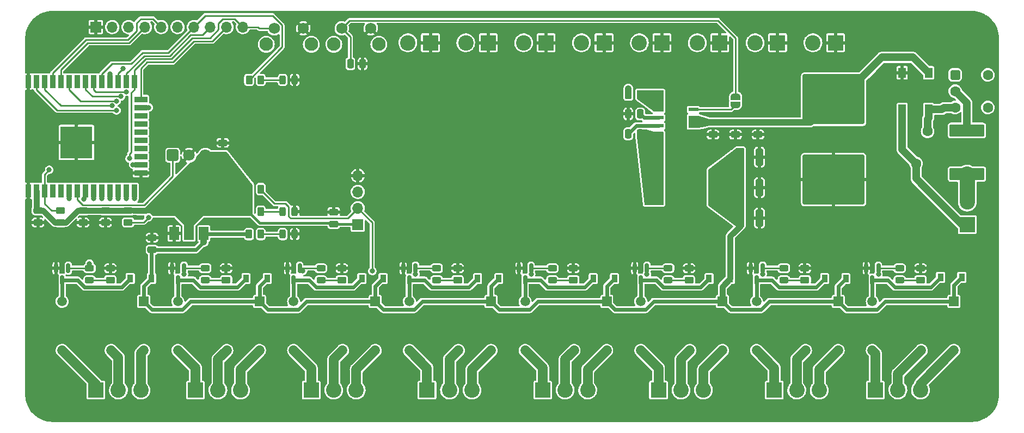
<source format=gbr>
%TF.GenerationSoftware,KiCad,Pcbnew,(6.0.0-0)*%
%TF.CreationDate,2022-04-07T23:04:40-05:00*%
%TF.ProjectId,ESP32RelaySwitcher,45535033-3252-4656-9c61-795377697463,rev?*%
%TF.SameCoordinates,Original*%
%TF.FileFunction,Copper,L1,Top*%
%TF.FilePolarity,Positive*%
%FSLAX46Y46*%
G04 Gerber Fmt 4.6, Leading zero omitted, Abs format (unit mm)*
G04 Created by KiCad (PCBNEW (6.0.0-0)) date 2022-04-07 23:04:40*
%MOMM*%
%LPD*%
G01*
G04 APERTURE LIST*
G04 Aperture macros list*
%AMRoundRect*
0 Rectangle with rounded corners*
0 $1 Rounding radius*
0 $2 $3 $4 $5 $6 $7 $8 $9 X,Y pos of 4 corners*
0 Add a 4 corners polygon primitive as box body*
4,1,4,$2,$3,$4,$5,$6,$7,$8,$9,$2,$3,0*
0 Add four circle primitives for the rounded corners*
1,1,$1+$1,$2,$3*
1,1,$1+$1,$4,$5*
1,1,$1+$1,$6,$7*
1,1,$1+$1,$8,$9*
0 Add four rect primitives between the rounded corners*
20,1,$1+$1,$2,$3,$4,$5,0*
20,1,$1+$1,$4,$5,$6,$7,0*
20,1,$1+$1,$6,$7,$8,$9,0*
20,1,$1+$1,$8,$9,$2,$3,0*%
%AMFreePoly0*
4,1,22,0.500000,-0.750000,0.000000,-0.750000,0.000000,-0.745033,-0.079941,-0.743568,-0.215256,-0.701293,-0.333266,-0.622738,-0.424486,-0.514219,-0.481581,-0.384460,-0.499164,-0.250000,-0.500000,-0.250000,-0.500000,0.250000,-0.499164,0.250000,-0.499963,0.256109,-0.478152,0.396186,-0.417904,0.524511,-0.324060,0.630769,-0.204165,0.706417,-0.067858,0.745374,0.000000,0.744959,0.000000,0.750000,
0.500000,0.750000,0.500000,-0.750000,0.500000,-0.750000,$1*%
%AMFreePoly1*
4,1,20,0.000000,0.744959,0.073905,0.744508,0.209726,0.703889,0.328688,0.626782,0.421226,0.519385,0.479903,0.390333,0.500000,0.250000,0.500000,-0.250000,0.499851,-0.262216,0.476331,-0.402017,0.414519,-0.529596,0.319384,-0.634700,0.198574,-0.708877,0.061801,-0.746166,0.000000,-0.745033,0.000000,-0.750000,-0.500000,-0.750000,-0.500000,0.750000,0.000000,0.750000,0.000000,0.744959,
0.000000,0.744959,$1*%
G04 Aperture macros list end*
%TA.AperFunction,SMDPad,CuDef*%
%ADD10RoundRect,0.243750X0.243750X0.456250X-0.243750X0.456250X-0.243750X-0.456250X0.243750X-0.456250X0*%
%TD*%
%TA.AperFunction,SMDPad,CuDef*%
%ADD11RoundRect,0.243750X0.456250X-0.243750X0.456250X0.243750X-0.456250X0.243750X-0.456250X-0.243750X0*%
%TD*%
%TA.AperFunction,SMDPad,CuDef*%
%ADD12RoundRect,0.250000X0.262500X0.450000X-0.262500X0.450000X-0.262500X-0.450000X0.262500X-0.450000X0*%
%TD*%
%TA.AperFunction,SMDPad,CuDef*%
%ADD13RoundRect,0.250000X0.475000X-0.250000X0.475000X0.250000X-0.475000X0.250000X-0.475000X-0.250000X0*%
%TD*%
%TA.AperFunction,SMDPad,CuDef*%
%ADD14RoundRect,0.250000X-0.450000X0.262500X-0.450000X-0.262500X0.450000X-0.262500X0.450000X0.262500X0*%
%TD*%
%TA.AperFunction,ComponentPad*%
%ADD15R,2.400000X2.400000*%
%TD*%
%TA.AperFunction,ComponentPad*%
%ADD16C,2.400000*%
%TD*%
%TA.AperFunction,ComponentPad*%
%ADD17R,1.501140X1.501140*%
%TD*%
%TA.AperFunction,ComponentPad*%
%ADD18C,1.501140*%
%TD*%
%TA.AperFunction,SMDPad,CuDef*%
%ADD19R,1.200000X1.600000*%
%TD*%
%TA.AperFunction,SMDPad,CuDef*%
%ADD20R,0.900000X1.200000*%
%TD*%
%TA.AperFunction,SMDPad,CuDef*%
%ADD21RoundRect,0.150000X-0.150000X0.587500X-0.150000X-0.587500X0.150000X-0.587500X0.150000X0.587500X0*%
%TD*%
%TA.AperFunction,SMDPad,CuDef*%
%ADD22R,1.550000X0.600000*%
%TD*%
%TA.AperFunction,ComponentPad*%
%ADD23C,0.600000*%
%TD*%
%TA.AperFunction,SMDPad,CuDef*%
%ADD24R,2.950000X4.900000*%
%TD*%
%TA.AperFunction,SMDPad,CuDef*%
%ADD25RoundRect,0.250000X-0.325000X-1.100000X0.325000X-1.100000X0.325000X1.100000X-0.325000X1.100000X0*%
%TD*%
%TA.AperFunction,SMDPad,CuDef*%
%ADD26RoundRect,0.250000X-0.475000X0.250000X-0.475000X-0.250000X0.475000X-0.250000X0.475000X0.250000X0*%
%TD*%
%TA.AperFunction,SMDPad,CuDef*%
%ADD27RoundRect,0.250000X0.250000X0.475000X-0.250000X0.475000X-0.250000X-0.475000X0.250000X-0.475000X0*%
%TD*%
%TA.AperFunction,SMDPad,CuDef*%
%ADD28RoundRect,0.250000X-0.262500X-0.450000X0.262500X-0.450000X0.262500X0.450000X-0.262500X0.450000X0*%
%TD*%
%TA.AperFunction,ComponentPad*%
%ADD29C,0.800000*%
%TD*%
%TA.AperFunction,ComponentPad*%
%ADD30C,6.400000*%
%TD*%
%TA.AperFunction,ComponentPad*%
%ADD31C,1.600000*%
%TD*%
%TA.AperFunction,ComponentPad*%
%ADD32RoundRect,0.400000X0.400000X0.400000X-0.400000X0.400000X-0.400000X-0.400000X0.400000X-0.400000X0*%
%TD*%
%TA.AperFunction,SMDPad,CuDef*%
%ADD33R,2.900000X5.400000*%
%TD*%
%TA.AperFunction,ComponentPad*%
%ADD34C,2.100000*%
%TD*%
%TA.AperFunction,ComponentPad*%
%ADD35C,1.750000*%
%TD*%
%TA.AperFunction,ComponentPad*%
%ADD36R,1.700000X1.700000*%
%TD*%
%TA.AperFunction,ComponentPad*%
%ADD37O,1.700000X1.700000*%
%TD*%
%TA.AperFunction,SMDPad,CuDef*%
%ADD38RoundRect,0.250000X0.450000X-0.262500X0.450000X0.262500X-0.450000X0.262500X-0.450000X-0.262500X0*%
%TD*%
%TA.AperFunction,SMDPad,CuDef*%
%ADD39RoundRect,0.250000X-0.250000X-0.475000X0.250000X-0.475000X0.250000X0.475000X-0.250000X0.475000X0*%
%TD*%
%TA.AperFunction,ComponentPad*%
%ADD40RoundRect,0.250200X-0.649800X-0.649800X0.649800X-0.649800X0.649800X0.649800X-0.649800X0.649800X0*%
%TD*%
%TA.AperFunction,ComponentPad*%
%ADD41C,1.800000*%
%TD*%
%TA.AperFunction,SMDPad,CuDef*%
%ADD42R,1.500000X2.000000*%
%TD*%
%TA.AperFunction,SMDPad,CuDef*%
%ADD43R,3.800000X2.000000*%
%TD*%
%TA.AperFunction,SMDPad,CuDef*%
%ADD44RoundRect,0.249998X-4.550002X3.650002X-4.550002X-3.650002X4.550002X-3.650002X4.550002X3.650002X0*%
%TD*%
%TA.AperFunction,SMDPad,CuDef*%
%ADD45FreePoly0,270.000000*%
%TD*%
%TA.AperFunction,SMDPad,CuDef*%
%ADD46FreePoly1,270.000000*%
%TD*%
%TA.AperFunction,SMDPad,CuDef*%
%ADD47RoundRect,0.250000X-2.475000X0.712500X-2.475000X-0.712500X2.475000X-0.712500X2.475000X0.712500X0*%
%TD*%
%TA.AperFunction,SMDPad,CuDef*%
%ADD48R,0.900000X2.000000*%
%TD*%
%TA.AperFunction,SMDPad,CuDef*%
%ADD49R,2.000000X0.900000*%
%TD*%
%TA.AperFunction,SMDPad,CuDef*%
%ADD50R,5.000000X5.000000*%
%TD*%
%TA.AperFunction,ViaPad*%
%ADD51C,1.000000*%
%TD*%
%TA.AperFunction,ViaPad*%
%ADD52C,0.800000*%
%TD*%
%TA.AperFunction,Conductor*%
%ADD53C,1.200000*%
%TD*%
%TA.AperFunction,Conductor*%
%ADD54C,1.000000*%
%TD*%
%TA.AperFunction,Conductor*%
%ADD55C,0.600000*%
%TD*%
%TA.AperFunction,Conductor*%
%ADD56C,0.900000*%
%TD*%
%TA.AperFunction,Conductor*%
%ADD57C,0.400000*%
%TD*%
%TA.AperFunction,Conductor*%
%ADD58C,0.750000*%
%TD*%
%TA.AperFunction,Conductor*%
%ADD59C,0.250000*%
%TD*%
%TA.AperFunction,Conductor*%
%ADD60C,2.400000*%
%TD*%
%TA.AperFunction,Conductor*%
%ADD61C,1.501140*%
%TD*%
G04 APERTURE END LIST*
D10*
%TO.P,D19,1,K*%
%TO.N,GND*%
X110187500Y-92000000D03*
%TO.P,D19,2,A*%
%TO.N,Net-(D19-Pad2)*%
X108312500Y-92000000D03*
%TD*%
D11*
%TO.P,D11,1,K*%
%TO.N,Net-(D11-Pad1)*%
X150264044Y-102675611D03*
%TO.P,D11,2,A*%
%TO.N,/GPIO27*%
X150264044Y-100800611D03*
%TD*%
D12*
%TO.P,R16,1*%
%TO.N,/GPI34*%
X104899956Y-88500000D03*
%TO.P,R16,2*%
%TO.N,+3V3*%
X103074956Y-88500000D03*
%TD*%
D13*
%TO.P,C12,1*%
%TO.N,+3V3*%
X116250000Y-93950000D03*
%TO.P,C12,2*%
%TO.N,GND*%
X116250000Y-92050000D03*
%TD*%
D14*
%TO.P,R2,1*%
%TO.N,GND*%
X99514044Y-100825611D03*
%TO.P,R2,2*%
%TO.N,Net-(D5-Pad1)*%
X99514044Y-102650611D03*
%TD*%
%TO.P,R8,1*%
%TO.N,GND*%
X171514044Y-100825611D03*
%TO.P,R8,2*%
%TO.N,Net-(D13-Pad1)*%
X171514044Y-102650611D03*
%TD*%
D15*
%TO.P,J9,1,Pin_1*%
%TO.N,Net-(J9-Pad1)*%
X200500000Y-119776777D03*
D16*
%TO.P,J9,2,Pin_2*%
%TO.N,Net-(J9-Pad2)*%
X204000000Y-119776777D03*
%TO.P,J9,3,Pin_3*%
%TO.N,Net-(J9-Pad3)*%
X207500000Y-119776777D03*
%TD*%
D17*
%TO.P,K8,1*%
%TO.N,+5V*%
X212714044Y-105988111D03*
D18*
%TO.P,K8,6*%
%TO.N,Net-(D16-Pad2)*%
X200014044Y-105988111D03*
%TO.P,K8,7*%
%TO.N,Net-(J9-Pad1)*%
X200014044Y-113608111D03*
%TO.P,K8,10*%
%TO.N,Net-(J9-Pad2)*%
X207634044Y-113608111D03*
%TO.P,K8,12*%
%TO.N,Net-(J9-Pad3)*%
X212714044Y-113608111D03*
%TD*%
D19*
%TO.P,D1,1,+*%
%TO.N,+VDC*%
X208767546Y-70401805D03*
%TO.P,D1,2*%
%TO.N,Net-(D1-Pad2)*%
X208767546Y-76121805D03*
%TO.P,D1,3*%
%TO.N,/COM*%
X204667546Y-76121805D03*
%TO.P,D1,4,-*%
%TO.N,GND*%
X204667546Y-70401805D03*
%TD*%
D20*
%TO.P,D12,1,K*%
%TO.N,+5V*%
X177914044Y-102450197D03*
%TO.P,D12,2,A*%
%TO.N,Net-(D12-Pad2)*%
X174614044Y-102450197D03*
%TD*%
D15*
%TO.P,J13,1,Pin_1*%
%TO.N,GND*%
X158289044Y-65717041D03*
D16*
%TO.P,J13,2,Pin_2*%
%TO.N,/GPIO19*%
X154789044Y-65717041D03*
%TD*%
D17*
%TO.P,K3,1*%
%TO.N,+5V*%
X122714044Y-105988111D03*
D18*
%TO.P,K3,6*%
%TO.N,Net-(D6-Pad2)*%
X110014044Y-105988111D03*
%TO.P,K3,7*%
%TO.N,Net-(J4-Pad1)*%
X110014044Y-113608111D03*
%TO.P,K3,10*%
%TO.N,Net-(J4-Pad2)*%
X117634044Y-113608111D03*
%TO.P,K3,12*%
%TO.N,Net-(J4-Pad3)*%
X122714044Y-113608111D03*
%TD*%
D21*
%TO.P,Q4,1,G*%
%TO.N,/GPIO26*%
X128964044Y-100800611D03*
%TO.P,Q4,2,S*%
%TO.N,GND*%
X127064044Y-100800611D03*
%TO.P,Q4,3,D*%
%TO.N,Net-(D8-Pad2)*%
X128014044Y-102675611D03*
%TD*%
%TO.P,Q1,1,G*%
%TO.N,/GPIO32*%
X74964044Y-100800611D03*
%TO.P,Q1,2,S*%
%TO.N,GND*%
X73064044Y-100800611D03*
%TO.P,Q1,3,D*%
%TO.N,Net-(D2-Pad2)*%
X74014044Y-102675611D03*
%TD*%
D22*
%TO.P,U1,1,PGND*%
%TO.N,GND*%
X172187967Y-79922041D03*
%TO.P,U1,2,VIN*%
%TO.N,+VDC*%
X172187967Y-78652041D03*
%TO.P,U1,3,EN*%
X172187967Y-77382041D03*
%TO.P,U1,4,PG*%
%TO.N,/PG*%
X172187967Y-76112041D03*
%TO.P,U1,5,FB*%
%TO.N,/FB*%
X166787967Y-76112041D03*
%TO.P,U1,6,VCC*%
%TO.N,Net-(C5-Pad1)*%
X166787967Y-77382041D03*
%TO.P,U1,7,BOOT*%
%TO.N,Net-(C6-Pad1)*%
X166787967Y-78652041D03*
%TO.P,U1,8,SW*%
%TO.N,/SW*%
X166787967Y-79922041D03*
D23*
%TO.P,U1,9,AGND*%
%TO.N,GND*%
X168837967Y-77367041D03*
D24*
X169487967Y-78017041D03*
D23*
X168837967Y-78667041D03*
X168837967Y-79967041D03*
X170137967Y-76067041D03*
X170137967Y-77367041D03*
X170137967Y-78667041D03*
X170137967Y-79967041D03*
X168837967Y-76067041D03*
%TD*%
D13*
%TO.P,C16,1*%
%TO.N,+3V3*%
X99000000Y-83200000D03*
%TO.P,C16,2*%
%TO.N,GND*%
X99000000Y-81300000D03*
%TD*%
D25*
%TO.P,C9,1*%
%TO.N,+5V*%
X179498923Y-83517041D03*
%TO.P,C9,2*%
%TO.N,GND*%
X182448923Y-83517041D03*
%TD*%
D26*
%TO.P,C14,1*%
%TO.N,+3V3*%
X77264044Y-91817041D03*
%TO.P,C14,2*%
%TO.N,GND*%
X77264044Y-93717041D03*
%TD*%
D27*
%TO.P,C5,1*%
%TO.N,Net-(C5-Pad1)*%
X163937967Y-76800000D03*
%TO.P,C5,2*%
%TO.N,GND*%
X162037967Y-76800000D03*
%TD*%
D15*
%TO.P,J17,1,Pin_1*%
%TO.N,GND*%
X194289044Y-65717041D03*
D16*
%TO.P,J17,2,Pin_2*%
%TO.N,/GPIO15*%
X190789044Y-65717041D03*
%TD*%
D28*
%TO.P,R5,1*%
%TO.N,+5V*%
X162075467Y-73800000D03*
%TO.P,R5,2*%
%TO.N,/FB*%
X163900467Y-73800000D03*
%TD*%
D10*
%TO.P,D18,1,K*%
%TO.N,GND*%
X110187500Y-95497117D03*
%TO.P,D18,2,A*%
%TO.N,Net-(D18-Pad2)*%
X108312500Y-95497117D03*
%TD*%
D20*
%TO.P,D2,1,K*%
%TO.N,+5V*%
X87914044Y-102408703D03*
%TO.P,D2,2,A*%
%TO.N,Net-(D2-Pad2)*%
X84614044Y-102408703D03*
%TD*%
D26*
%TO.P,C3,1*%
%TO.N,+VDC*%
X178737967Y-78117041D03*
%TO.P,C3,2*%
%TO.N,GND*%
X178737967Y-80017041D03*
%TD*%
D29*
%TO.P,H1,1,1*%
%TO.N,GND*%
X70114044Y-120488111D03*
X74211100Y-122185167D03*
X70816988Y-122185167D03*
X70816988Y-118791055D03*
D30*
X72514044Y-120488111D03*
D29*
X72514044Y-122888111D03*
X72514044Y-118088111D03*
X74914044Y-120488111D03*
X74211100Y-118791055D03*
%TD*%
D10*
%TO.P,D20,1,K*%
%TO.N,GND*%
X110187500Y-71500000D03*
%TO.P,D20,2,A*%
%TO.N,Net-(D20-Pad2)*%
X108312500Y-71500000D03*
%TD*%
D20*
%TO.P,D14,1,K*%
%TO.N,+5V*%
X195914044Y-102433373D03*
%TO.P,D14,2,A*%
%TO.N,Net-(D14-Pad2)*%
X192614044Y-102433373D03*
%TD*%
D31*
%TO.P,SW1,*%
%TO.N,*%
X217977967Y-75807041D03*
X217977967Y-70727041D03*
D32*
%TO.P,SW1,1,A*%
%TO.N,unconnected-(SW1-Pad1)*%
X212897967Y-70727041D03*
D31*
%TO.P,SW1,2,B*%
%TO.N,Net-(F1-Pad1)*%
X212897967Y-73267041D03*
%TO.P,SW1,3,C*%
%TO.N,Net-(D1-Pad2)*%
X212897967Y-75807041D03*
%TD*%
D15*
%TO.P,J11,1,Pin_1*%
%TO.N,GND*%
X140289044Y-65717041D03*
D16*
%TO.P,J11,2,Pin_2*%
%TO.N,/GPIO17*%
X136789044Y-65717041D03*
%TD*%
D14*
%TO.P,R3,1*%
%TO.N,GND*%
X117514044Y-100825611D03*
%TO.P,R3,2*%
%TO.N,Net-(D7-Pad1)*%
X117514044Y-102650611D03*
%TD*%
D20*
%TO.P,D16,1,K*%
%TO.N,+5V*%
X213914044Y-102238111D03*
%TO.P,D16,2,A*%
%TO.N,Net-(D16-Pad2)*%
X210614044Y-102238111D03*
%TD*%
D21*
%TO.P,Q3,1,G*%
%TO.N,/GPIO25*%
X110964044Y-100800611D03*
%TO.P,Q3,2,S*%
%TO.N,GND*%
X109064044Y-100800611D03*
%TO.P,Q3,3,D*%
%TO.N,Net-(D6-Pad2)*%
X110014044Y-102675611D03*
%TD*%
D11*
%TO.P,D3,1,K*%
%TO.N,Net-(D3-Pad1)*%
X78264044Y-102675611D03*
%TO.P,D3,2,A*%
%TO.N,/GPIO32*%
X78264044Y-100800611D03*
%TD*%
D15*
%TO.P,J14,1,Pin_1*%
%TO.N,GND*%
X167289044Y-65717041D03*
D16*
%TO.P,J14,2,Pin_2*%
%TO.N,/GPIO21*%
X163789044Y-65717041D03*
%TD*%
D15*
%TO.P,J3,1,Pin_1*%
%TO.N,Net-(J3-Pad1)*%
X94750000Y-119787644D03*
D16*
%TO.P,J3,2,Pin_2*%
%TO.N,Net-(J3-Pad2)*%
X98250000Y-119787644D03*
%TO.P,J3,3,Pin_3*%
%TO.N,Net-(J3-Pad3)*%
X101750000Y-119787644D03*
%TD*%
D29*
%TO.P,H3,1,1*%
%TO.N,GND*%
X217887610Y-65017041D03*
X215487610Y-62617041D03*
D30*
X215487610Y-65017041D03*
D29*
X213087610Y-65017041D03*
X213790554Y-63319985D03*
X213790554Y-66714097D03*
X217184666Y-63319985D03*
X217184666Y-66714097D03*
X215487610Y-67417041D03*
%TD*%
D13*
%TO.P,C11,1*%
%TO.N,GND*%
X80764044Y-93717041D03*
%TO.P,C11,2*%
%TO.N,+3V3*%
X80764044Y-91817041D03*
%TD*%
D26*
%TO.P,C10,1*%
%TO.N,GND*%
X88000000Y-96050000D03*
%TO.P,C10,2*%
%TO.N,+5V*%
X88000000Y-97950000D03*
%TD*%
D11*
%TO.P,D15,1,K*%
%TO.N,Net-(D15-Pad1)*%
X186264044Y-102675611D03*
%TO.P,D15,2,A*%
%TO.N,/GPIO12*%
X186264044Y-100800611D03*
%TD*%
D15*
%TO.P,J4,1,Pin_1*%
%TO.N,Net-(J4-Pad1)*%
X112755581Y-119788111D03*
D16*
%TO.P,J4,2,Pin_2*%
%TO.N,Net-(J4-Pad2)*%
X116255581Y-119788111D03*
%TO.P,J4,3,Pin_3*%
%TO.N,Net-(J4-Pad3)*%
X119755581Y-119788111D03*
%TD*%
D33*
%TO.P,L1,1,1*%
%TO.N,/SW*%
X166023923Y-88250767D03*
%TO.P,L1,2,2*%
%TO.N,+5V*%
X175923923Y-88250767D03*
%TD*%
D17*
%TO.P,K1,1*%
%TO.N,+5V*%
X86714044Y-105988111D03*
D18*
%TO.P,K1,6*%
%TO.N,Net-(D2-Pad2)*%
X74014044Y-105988111D03*
%TO.P,K1,7*%
%TO.N,Net-(J2-Pad1)*%
X74014044Y-113608111D03*
%TO.P,K1,10*%
%TO.N,Net-(J2-Pad2)*%
X81634044Y-113608111D03*
%TO.P,K1,12*%
%TO.N,Net-(J2-Pad3)*%
X86714044Y-113608111D03*
%TD*%
D34*
%TO.P,SW2,*%
%TO.N,*%
X123274044Y-65969541D03*
X116264044Y-65969541D03*
D35*
%TO.P,SW2,1,1*%
%TO.N,/ESP_EN*%
X117514044Y-63479541D03*
%TO.P,SW2,2,2*%
%TO.N,GND*%
X122014044Y-63479541D03*
%TD*%
D15*
%TO.P,J12,1,Pin_1*%
%TO.N,GND*%
X149289044Y-65717041D03*
D16*
%TO.P,J12,2,Pin_2*%
%TO.N,/GPIO18*%
X145789044Y-65717041D03*
%TD*%
D29*
%TO.P,H4,1,1*%
%TO.N,GND*%
X72514044Y-62617041D03*
X70816988Y-66714097D03*
D30*
X72514044Y-65017041D03*
D29*
X70816988Y-63319985D03*
X74211100Y-66714097D03*
X72514044Y-67417041D03*
X74914044Y-65017041D03*
X70114044Y-65017041D03*
X74211100Y-63319985D03*
%TD*%
D11*
%TO.P,D13,1,K*%
%TO.N,Net-(D13-Pad1)*%
X168264044Y-102675611D03*
%TO.P,D13,2,A*%
%TO.N,/GPIO14*%
X168264044Y-100800611D03*
%TD*%
D21*
%TO.P,Q6,1,G*%
%TO.N,/GPIO14*%
X164964044Y-100800611D03*
%TO.P,Q6,2,S*%
%TO.N,GND*%
X163064044Y-100800611D03*
%TO.P,Q6,3,D*%
%TO.N,Net-(D12-Pad2)*%
X164014044Y-102675611D03*
%TD*%
D29*
%TO.P,H2,1,1*%
%TO.N,GND*%
X215487610Y-122888111D03*
X217887610Y-120488111D03*
X217184666Y-118791055D03*
X215487610Y-118088111D03*
X213790554Y-122185167D03*
X213790554Y-118791055D03*
X217184666Y-122185167D03*
X213087610Y-120488111D03*
D30*
X215487610Y-120488111D03*
%TD*%
D26*
%TO.P,C15,1*%
%TO.N,+3V3*%
X70264044Y-91805673D03*
%TO.P,C15,2*%
%TO.N,GND*%
X70264044Y-93705673D03*
%TD*%
D15*
%TO.P,J6,1,Pin_1*%
%TO.N,Net-(J6-Pad1)*%
X148750360Y-119788111D03*
D16*
%TO.P,J6,2,Pin_2*%
%TO.N,Net-(J6-Pad2)*%
X152250360Y-119788111D03*
%TO.P,J6,3,Pin_3*%
%TO.N,Net-(J6-Pad3)*%
X155750360Y-119788111D03*
%TD*%
D11*
%TO.P,D7,1,K*%
%TO.N,Net-(D7-Pad1)*%
X114264044Y-102675611D03*
%TO.P,D7,2,A*%
%TO.N,/GPIO25*%
X114264044Y-100800611D03*
%TD*%
D15*
%TO.P,J7,1,Pin_1*%
%TO.N,Net-(J7-Pad1)*%
X166760800Y-119788111D03*
D16*
%TO.P,J7,2,Pin_2*%
%TO.N,Net-(J7-Pad2)*%
X170260800Y-119788111D03*
%TO.P,J7,3,Pin_3*%
%TO.N,Net-(J7-Pad3)*%
X173760800Y-119788111D03*
%TD*%
D36*
%TO.P,J18,1,Pin_1*%
%TO.N,GND*%
X79264044Y-63267041D03*
D37*
%TO.P,J18,2,Pin_2*%
%TO.N,/~{RTS}*%
X81804044Y-63267041D03*
%TO.P,J18,3,Pin_3*%
%TO.N,Net-(J18-Pad3)*%
X84344044Y-63267041D03*
%TO.P,J18,4,Pin_4*%
%TO.N,/GPIO3*%
X86884044Y-63267041D03*
%TO.P,J18,5,Pin_5*%
%TO.N,/GPIO1*%
X89424044Y-63267041D03*
%TO.P,J18,6,Pin_6*%
%TO.N,/~{DTR}*%
X91964044Y-63267041D03*
%TO.P,J18,7,Pin_7*%
%TO.N,/GPIO5*%
X94504044Y-63267041D03*
%TO.P,J18,8,Pin_8*%
%TO.N,/GPIO4*%
X97044044Y-63267041D03*
%TO.P,J18,9,Pin_9*%
%TO.N,/GPIO2*%
X99584044Y-63267041D03*
%TO.P,J18,10,Pin_10*%
%TO.N,/GPIO0*%
X102124044Y-63267041D03*
%TD*%
D17*
%TO.P,K7,1*%
%TO.N,+5V*%
X194714044Y-105988111D03*
D18*
%TO.P,K7,6*%
%TO.N,Net-(D14-Pad2)*%
X182014044Y-105988111D03*
%TO.P,K7,7*%
%TO.N,Net-(J8-Pad1)*%
X182014044Y-113608111D03*
%TO.P,K7,10*%
%TO.N,Net-(J8-Pad2)*%
X189634044Y-113608111D03*
%TO.P,K7,12*%
%TO.N,Net-(J8-Pad3)*%
X194714044Y-113608111D03*
%TD*%
D34*
%TO.P,SW3,*%
%TO.N,*%
X105764044Y-65969541D03*
X112774044Y-65969541D03*
D35*
%TO.P,SW3,1,1*%
%TO.N,/GPIO0*%
X107014044Y-63479541D03*
%TO.P,SW3,2,2*%
%TO.N,GND*%
X111514044Y-63479541D03*
%TD*%
D17*
%TO.P,K6,1*%
%TO.N,+5V*%
X176714044Y-105988111D03*
D18*
%TO.P,K6,6*%
%TO.N,Net-(D12-Pad2)*%
X164014044Y-105988111D03*
%TO.P,K6,7*%
%TO.N,Net-(J7-Pad1)*%
X164014044Y-113608111D03*
%TO.P,K6,10*%
%TO.N,Net-(J7-Pad2)*%
X171634044Y-113608111D03*
%TO.P,K6,12*%
%TO.N,Net-(J7-Pad3)*%
X176714044Y-113608111D03*
%TD*%
D26*
%TO.P,C2,1*%
%TO.N,+VDC*%
X175237967Y-78117041D03*
%TO.P,C2,2*%
%TO.N,GND*%
X175237967Y-80017041D03*
%TD*%
D28*
%TO.P,R12,1*%
%TO.N,+3V3*%
X103074956Y-92000000D03*
%TO.P,R12,2*%
%TO.N,Net-(D19-Pad2)*%
X104899956Y-92000000D03*
%TD*%
D14*
%TO.P,R10,1*%
%TO.N,GND*%
X207514044Y-100825611D03*
%TO.P,R10,2*%
%TO.N,Net-(D17-Pad1)*%
X207514044Y-102650611D03*
%TD*%
D20*
%TO.P,D6,1,K*%
%TO.N,+5V*%
X123914044Y-102408703D03*
%TO.P,D6,2,A*%
%TO.N,Net-(D6-Pad2)*%
X120614044Y-102408703D03*
%TD*%
D14*
%TO.P,R1,1*%
%TO.N,GND*%
X81514044Y-100825611D03*
%TO.P,R1,2*%
%TO.N,Net-(D3-Pad1)*%
X81514044Y-102650611D03*
%TD*%
%TO.P,R9,1*%
%TO.N,GND*%
X189514044Y-100825611D03*
%TO.P,R9,2*%
%TO.N,Net-(D15-Pad1)*%
X189514044Y-102650611D03*
%TD*%
D31*
%TO.P,RV1,1*%
%TO.N,Net-(D1-Pad2)*%
X208618183Y-79517041D03*
%TO.P,RV1,2*%
%TO.N,/COM*%
X206818183Y-84517041D03*
%TD*%
D21*
%TO.P,Q8,1,G*%
%TO.N,/GPIO13*%
X200964044Y-100800611D03*
%TO.P,Q8,2,S*%
%TO.N,GND*%
X199064044Y-100800611D03*
%TO.P,Q8,3,D*%
%TO.N,Net-(D16-Pad2)*%
X200014044Y-102675611D03*
%TD*%
D15*
%TO.P,J8,1,Pin_1*%
%TO.N,Net-(J8-Pad1)*%
X184759891Y-119788111D03*
D16*
%TO.P,J8,2,Pin_2*%
%TO.N,Net-(J8-Pad2)*%
X188259891Y-119788111D03*
%TO.P,J8,3,Pin_3*%
%TO.N,Net-(J8-Pad3)*%
X191759891Y-119788111D03*
%TD*%
D21*
%TO.P,Q7,1,G*%
%TO.N,/GPIO12*%
X182964044Y-100800611D03*
%TO.P,Q7,2,S*%
%TO.N,GND*%
X181064044Y-100800611D03*
%TO.P,Q7,3,D*%
%TO.N,Net-(D14-Pad2)*%
X182014044Y-102675611D03*
%TD*%
D14*
%TO.P,R7,1*%
%TO.N,GND*%
X153514044Y-100825611D03*
%TO.P,R7,2*%
%TO.N,Net-(D11-Pad1)*%
X153514044Y-102650611D03*
%TD*%
D38*
%TO.P,R14,1*%
%TO.N,+3V3*%
X73764044Y-93679541D03*
%TO.P,R14,2*%
%TO.N,/ESP_EN*%
X73764044Y-91854541D03*
%TD*%
D15*
%TO.P,J15,1,Pin_1*%
%TO.N,GND*%
X176289044Y-65717041D03*
D16*
%TO.P,J15,2,Pin_2*%
%TO.N,/GPIO22*%
X172789044Y-65717041D03*
%TD*%
D11*
%TO.P,D5,1,K*%
%TO.N,Net-(D5-Pad1)*%
X96264044Y-102675611D03*
%TO.P,D5,2,A*%
%TO.N,/GPIO33*%
X96264044Y-100800611D03*
%TD*%
D39*
%TO.P,C6,1*%
%TO.N,Net-(C6-Pad1)*%
X162037967Y-79900000D03*
%TO.P,C6,2*%
%TO.N,/SW*%
X163937967Y-79900000D03*
%TD*%
D20*
%TO.P,D4,1,K*%
%TO.N,+5V*%
X105914044Y-102408703D03*
%TO.P,D4,2,A*%
%TO.N,Net-(D4-Pad2)*%
X102614044Y-102408703D03*
%TD*%
D14*
%TO.P,R4,1*%
%TO.N,GND*%
X135514044Y-100825611D03*
%TO.P,R4,2*%
%TO.N,Net-(D9-Pad1)*%
X135514044Y-102650611D03*
%TD*%
D40*
%TO.P,U5,1,OUT*%
%TO.N,/GPI35*%
X91210000Y-83225000D03*
D41*
%TO.P,U5,2,GND*%
%TO.N,GND*%
X93750000Y-83225000D03*
%TO.P,U5,3,Vs*%
%TO.N,+3V3*%
X96290000Y-83225000D03*
%TD*%
D28*
%TO.P,R11,1*%
%TO.N,+5V*%
X103074956Y-95500000D03*
%TO.P,R11,2*%
%TO.N,Net-(D18-Pad2)*%
X104899956Y-95500000D03*
%TD*%
D20*
%TO.P,D10,1,K*%
%TO.N,+5V*%
X159914044Y-102425357D03*
%TO.P,D10,2,A*%
%TO.N,Net-(D10-Pad2)*%
X156614044Y-102425357D03*
%TD*%
D15*
%TO.P,J1,1,Pin_1*%
%TO.N,/COM*%
X214787967Y-94017041D03*
D16*
%TO.P,J1,2,Pin_2*%
%TO.N,Net-(F1-Pad2)*%
X214787967Y-90517041D03*
%TD*%
D11*
%TO.P,D9,1,K*%
%TO.N,Net-(D9-Pad1)*%
X132264044Y-102675611D03*
%TO.P,D9,2,A*%
%TO.N,/GPIO26*%
X132264044Y-100800611D03*
%TD*%
D15*
%TO.P,J5,1,Pin_1*%
%TO.N,Net-(J5-Pad1)*%
X130759401Y-119788111D03*
D16*
%TO.P,J5,2,Pin_2*%
%TO.N,Net-(J5-Pad2)*%
X134259401Y-119788111D03*
%TO.P,J5,3,Pin_3*%
%TO.N,Net-(J5-Pad3)*%
X137759401Y-119788111D03*
%TD*%
D21*
%TO.P,Q5,1,G*%
%TO.N,/GPIO27*%
X146964044Y-100800611D03*
%TO.P,Q5,2,S*%
%TO.N,GND*%
X145064044Y-100800611D03*
%TO.P,Q5,3,D*%
%TO.N,Net-(D10-Pad2)*%
X146014044Y-102675611D03*
%TD*%
D14*
%TO.P,R15,1*%
%TO.N,+3V3*%
X84264044Y-91854541D03*
%TO.P,R15,2*%
%TO.N,/GPIO0*%
X84264044Y-93679541D03*
%TD*%
D17*
%TO.P,K4,1*%
%TO.N,+5V*%
X140714044Y-105988111D03*
D18*
%TO.P,K4,6*%
%TO.N,Net-(D8-Pad2)*%
X128014044Y-105988111D03*
%TO.P,K4,7*%
%TO.N,Net-(J5-Pad1)*%
X128014044Y-113608111D03*
%TO.P,K4,10*%
%TO.N,Net-(J5-Pad2)*%
X135634044Y-113608111D03*
%TO.P,K4,12*%
%TO.N,Net-(J5-Pad3)*%
X140714044Y-113608111D03*
%TD*%
D15*
%TO.P,J16,1,Pin_1*%
%TO.N,GND*%
X185289044Y-65717041D03*
D16*
%TO.P,J16,2,Pin_2*%
%TO.N,/GPIO23*%
X181789044Y-65717041D03*
%TD*%
D21*
%TO.P,Q2,1,G*%
%TO.N,/GPIO33*%
X92964044Y-100800611D03*
%TO.P,Q2,2,S*%
%TO.N,GND*%
X91064044Y-100800611D03*
%TO.P,Q2,3,D*%
%TO.N,Net-(D4-Pad2)*%
X92014044Y-102675611D03*
%TD*%
D42*
%TO.P,U2,1,GND*%
%TO.N,GND*%
X91449256Y-95413868D03*
%TO.P,U2,2,VO*%
%TO.N,+3V3*%
X93749256Y-95413868D03*
D43*
X93749256Y-89113868D03*
D42*
%TO.P,U2,3,VI*%
%TO.N,+5V*%
X96049256Y-95413868D03*
%TD*%
D28*
%TO.P,R13,1*%
%TO.N,/GPIO5*%
X103087500Y-71500000D03*
%TO.P,R13,2*%
%TO.N,Net-(D20-Pad2)*%
X104912500Y-71500000D03*
%TD*%
D11*
%TO.P,D17,1,K*%
%TO.N,Net-(D17-Pad1)*%
X204264044Y-102675611D03*
%TO.P,D17,2,A*%
%TO.N,/GPIO13*%
X204264044Y-100800611D03*
%TD*%
D25*
%TO.P,C7,1*%
%TO.N,+5V*%
X179498923Y-93017041D03*
%TO.P,C7,2*%
%TO.N,GND*%
X182448923Y-93017041D03*
%TD*%
D26*
%TO.P,C4,1*%
%TO.N,+VDC*%
X182237967Y-78117041D03*
%TO.P,C4,2*%
%TO.N,GND*%
X182237967Y-80017041D03*
%TD*%
D17*
%TO.P,K5,1*%
%TO.N,+5V*%
X158714044Y-105988111D03*
D18*
%TO.P,K5,6*%
%TO.N,Net-(D10-Pad2)*%
X146014044Y-105988111D03*
%TO.P,K5,7*%
%TO.N,Net-(J6-Pad1)*%
X146014044Y-113608111D03*
%TO.P,K5,10*%
%TO.N,Net-(J6-Pad2)*%
X153634044Y-113608111D03*
%TO.P,K5,12*%
%TO.N,Net-(J6-Pad3)*%
X158714044Y-113608111D03*
%TD*%
D15*
%TO.P,J2,1,Pin_1*%
%TO.N,Net-(J2-Pad1)*%
X79264044Y-119788111D03*
D16*
%TO.P,J2,2,Pin_2*%
%TO.N,Net-(J2-Pad2)*%
X82764044Y-119788111D03*
%TO.P,J2,3,Pin_3*%
%TO.N,Net-(J2-Pad3)*%
X86264044Y-119788111D03*
%TD*%
D44*
%TO.P,C1,1*%
%TO.N,+VDC*%
X193987967Y-74517041D03*
%TO.P,C1,2*%
%TO.N,GND*%
X193987967Y-87017041D03*
%TD*%
D15*
%TO.P,J10,1,Pin_1*%
%TO.N,GND*%
X131289044Y-65717041D03*
D16*
%TO.P,J10,2,Pin_2*%
%TO.N,/GPIO16*%
X127789044Y-65717041D03*
%TD*%
D17*
%TO.P,K2,1*%
%TO.N,+5V*%
X104714044Y-105988111D03*
D18*
%TO.P,K2,6*%
%TO.N,Net-(D4-Pad2)*%
X92014044Y-105988111D03*
%TO.P,K2,7*%
%TO.N,Net-(J3-Pad1)*%
X92014044Y-113608111D03*
%TO.P,K2,10*%
%TO.N,Net-(J3-Pad2)*%
X99634044Y-113608111D03*
%TO.P,K2,12*%
%TO.N,Net-(J3-Pad3)*%
X104714044Y-113608111D03*
%TD*%
D45*
%TO.P,JP1,1,A*%
%TO.N,/ESP_EN*%
X178750000Y-74100000D03*
D46*
%TO.P,JP1,2,B*%
%TO.N,/PG*%
X178750000Y-75400000D03*
%TD*%
D28*
%TO.P,R6,1*%
%TO.N,/FB*%
X167061423Y-73797790D03*
%TO.P,R6,2*%
%TO.N,GND*%
X168886423Y-73797790D03*
%TD*%
D39*
%TO.P,C13,1*%
%TO.N,/ESP_EN*%
X118839044Y-69000000D03*
%TO.P,C13,2*%
%TO.N,GND*%
X120739044Y-69000000D03*
%TD*%
D36*
%TO.P,U3,1,VCC*%
%TO.N,+3V3*%
X120000000Y-94017041D03*
D37*
%TO.P,U3,2,IO*%
%TO.N,/GPI34*%
X120000000Y-91477041D03*
%TO.P,U3,3,NC*%
%TO.N,unconnected-(U3-Pad3)*%
X120000000Y-88937041D03*
%TO.P,U3,4,GND*%
%TO.N,GND*%
X120000000Y-86397041D03*
%TD*%
D47*
%TO.P,F1,1*%
%TO.N,Net-(F1-Pad1)*%
X214737967Y-79379541D03*
%TO.P,F1,2*%
%TO.N,Net-(F1-Pad2)*%
X214737967Y-86154541D03*
%TD*%
D48*
%TO.P,U4,1,GND*%
%TO.N,GND*%
X68745000Y-88750000D03*
%TO.P,U4,2,VDD*%
%TO.N,+3V3*%
X70015000Y-88750000D03*
%TO.P,U4,3,EN*%
%TO.N,/ESP_EN*%
X71285000Y-88750000D03*
%TO.P,U4,4,SENSOR_VP*%
%TO.N,/GPI36*%
X72555000Y-88750000D03*
%TO.P,U4,5,SENSOR_VN*%
%TO.N,/GPI39*%
X73825000Y-88750000D03*
%TO.P,U4,6,IO34*%
%TO.N,/GPI34*%
X75095000Y-88750000D03*
%TO.P,U4,7,IO35*%
%TO.N,/GPI35*%
X76365000Y-88750000D03*
%TO.P,U4,8,IO32*%
%TO.N,/GPIO32*%
X77635000Y-88750000D03*
%TO.P,U4,9,IO33*%
%TO.N,/GPIO33*%
X78905000Y-88750000D03*
%TO.P,U4,10,IO25*%
%TO.N,/GPIO25*%
X80175000Y-88750000D03*
%TO.P,U4,11,IO26*%
%TO.N,/GPIO26*%
X81445000Y-88750000D03*
%TO.P,U4,12,IO27*%
%TO.N,/GPIO27*%
X82715000Y-88750000D03*
%TO.P,U4,13,IO14*%
%TO.N,/GPIO14*%
X83985000Y-88750000D03*
%TO.P,U4,14,IO12*%
%TO.N,/GPIO12*%
X85255000Y-88750000D03*
D49*
%TO.P,U4,15,GND*%
%TO.N,GND*%
X86255000Y-85965000D03*
%TO.P,U4,16,IO13*%
%TO.N,/GPIO13*%
X86255000Y-84695000D03*
%TO.P,U4,17,SHD/SD2*%
%TO.N,unconnected-(U4-Pad17)*%
X86255000Y-83425000D03*
%TO.P,U4,18,SWP/SD3*%
%TO.N,unconnected-(U4-Pad18)*%
X86255000Y-82155000D03*
%TO.P,U4,19,SCS/CMD*%
%TO.N,unconnected-(U4-Pad19)*%
X86255000Y-80885000D03*
%TO.P,U4,20,SCK/CLK*%
%TO.N,unconnected-(U4-Pad20)*%
X86255000Y-79615000D03*
%TO.P,U4,21,SDO/SD0*%
%TO.N,unconnected-(U4-Pad21)*%
X86255000Y-78345000D03*
%TO.P,U4,22,SDI/SD1*%
%TO.N,unconnected-(U4-Pad22)*%
X86255000Y-77075000D03*
%TO.P,U4,23,IO15*%
%TO.N,/GPIO15*%
X86255000Y-75805000D03*
%TO.P,U4,24,IO2*%
%TO.N,/GPIO2*%
X86255000Y-74535000D03*
D48*
%TO.P,U4,25,IO0*%
%TO.N,/GPIO0*%
X85255000Y-71750000D03*
%TO.P,U4,26,IO4*%
%TO.N,/GPIO4*%
X83985000Y-71750000D03*
%TO.P,U4,27,IO16*%
%TO.N,/GPIO16*%
X82715000Y-71750000D03*
%TO.P,U4,28,IO17*%
%TO.N,/GPIO17*%
X81445000Y-71750000D03*
%TO.P,U4,29,IO5*%
%TO.N,/GPIO5*%
X80175000Y-71750000D03*
%TO.P,U4,30,IO18*%
%TO.N,/GPIO18*%
X78905000Y-71750000D03*
%TO.P,U4,31,IO19*%
%TO.N,/GPIO19*%
X77635000Y-71750000D03*
%TO.P,U4,32,NC*%
%TO.N,unconnected-(U4-Pad32)*%
X76365000Y-71750000D03*
%TO.P,U4,33,IO21*%
%TO.N,/GPIO21*%
X75095000Y-71750000D03*
%TO.P,U4,34,RXD0/IO3*%
%TO.N,/GPIO3*%
X73825000Y-71750000D03*
%TO.P,U4,35,TXD0/IO1*%
%TO.N,/GPIO1*%
X72555000Y-71750000D03*
%TO.P,U4,36,IO22*%
%TO.N,/GPIO22*%
X71285000Y-71750000D03*
%TO.P,U4,37,IO23*%
%TO.N,/GPIO23*%
X70015000Y-71750000D03*
%TO.P,U4,38,GND*%
%TO.N,GND*%
X68745000Y-71750000D03*
D50*
%TO.P,U4,39,GND*%
X76245000Y-81250000D03*
%TD*%
D20*
%TO.P,D8,1,K*%
%TO.N,+5V*%
X141914044Y-102425357D03*
%TO.P,D8,2,A*%
%TO.N,Net-(D8-Pad2)*%
X138614044Y-102425357D03*
%TD*%
D25*
%TO.P,C8,1*%
%TO.N,+5V*%
X179498923Y-88267041D03*
%TO.P,C8,2*%
%TO.N,GND*%
X182448923Y-88267041D03*
%TD*%
D51*
%TO.N,+5V*%
X178600000Y-83000000D03*
X178600000Y-84000000D03*
X96050000Y-96750000D03*
X162075467Y-72850000D03*
%TO.N,+3V3*%
X93750000Y-94000000D03*
D52*
%TO.N,/ESP_EN*%
X72000000Y-85500000D03*
%TO.N,/GPIO16*%
X83500000Y-69750000D03*
%TO.N,/GPIO17*%
X81445000Y-70550000D03*
%TO.N,/GPIO19*%
X83155571Y-74075653D03*
%TO.N,/GPIO18*%
X84000000Y-73349502D03*
%TO.N,/GPIO21*%
X82466995Y-74800807D03*
%TO.N,/GPIO22*%
X81778171Y-75525969D03*
%TO.N,/GPIO25*%
X80175000Y-89950000D03*
X111465531Y-101226399D03*
%TO.N,/GPIO23*%
X82472092Y-76251844D03*
%TO.N,/GPIO26*%
X81445000Y-89950000D03*
X128964380Y-101740666D03*
%TO.N,/GPIO27*%
X146966363Y-101741972D03*
X82715000Y-89950000D03*
%TO.N,/GPIO32*%
X78264044Y-100100000D03*
X77417398Y-90074906D03*
%TO.N,/GPIO33*%
X78905000Y-89950000D03*
X92964374Y-101739628D03*
%TO.N,/GPI34*%
X75095000Y-89950000D03*
X122250000Y-101250000D03*
%TO.N,/GPIO0*%
X87433209Y-92906314D03*
X84500000Y-83750000D03*
%TO.N,/GPIO14*%
X83985000Y-89950000D03*
X164963231Y-101740021D03*
%TO.N,/GPIO12*%
X182962960Y-101741027D03*
X85255000Y-89950000D03*
%TO.N,/GPIO13*%
X200963383Y-101740815D03*
X85050000Y-84695000D03*
%TO.N,/GPIO15*%
X87500000Y-75800000D03*
%TD*%
D53*
%TO.N,+VDC*%
X193987967Y-74517041D02*
X194956882Y-74517041D01*
D54*
X190387967Y-78117041D02*
X193987967Y-74517041D01*
X182237967Y-78117041D02*
X190387967Y-78117041D01*
D53*
X201473923Y-68000000D02*
X206365741Y-68000000D01*
D54*
X178737967Y-78117041D02*
X175237967Y-78117041D01*
D53*
X206365741Y-68000000D02*
X208767546Y-70401805D01*
D54*
X182237967Y-78117041D02*
X178737967Y-78117041D01*
D53*
X194956882Y-74517041D02*
X201473923Y-68000000D01*
D55*
%TO.N,Net-(C5-Pad1)*%
X164520008Y-77382041D02*
X163937967Y-76800000D01*
X166787967Y-77382041D02*
X164520008Y-77382041D01*
%TO.N,Net-(C6-Pad1)*%
X163285926Y-78652041D02*
X162037967Y-79900000D01*
X166787967Y-78652041D02*
X163285926Y-78652041D01*
%TO.N,+5V*%
X104714044Y-103608703D02*
X105914044Y-102408703D01*
X140714044Y-105988111D02*
X130011889Y-105988111D01*
X122714044Y-105988111D02*
X112011889Y-105988111D01*
X194714044Y-103633373D02*
X195914044Y-102433373D01*
X159975933Y-107250000D02*
X158714044Y-105988111D01*
X176714044Y-105988111D02*
X166011889Y-105988111D01*
X123975933Y-107250000D02*
X122714044Y-105988111D01*
D56*
X176714044Y-103650197D02*
X177914044Y-102450197D01*
D55*
X212714044Y-105988111D02*
X212714044Y-103438111D01*
X164750000Y-107250000D02*
X159975933Y-107250000D01*
D54*
X162075467Y-73800000D02*
X162075467Y-72850000D01*
D55*
X200750000Y-107250000D02*
X195975933Y-107250000D01*
X104714044Y-105988111D02*
X94011889Y-105988111D01*
X92750000Y-107250000D02*
X87975933Y-107250000D01*
X194714044Y-105988111D02*
X184011889Y-105988111D01*
X158714044Y-105988111D02*
X158714044Y-103625357D01*
X122714044Y-103608703D02*
X123914044Y-102408703D01*
X110750000Y-107250000D02*
X105975933Y-107250000D01*
X212714044Y-103438111D02*
X213914044Y-102238111D01*
X87914044Y-102408703D02*
X87914044Y-98035956D01*
D56*
X177914044Y-102450197D02*
X177914044Y-95835956D01*
D55*
X86714044Y-103608703D02*
X87914044Y-102408703D01*
X146750000Y-107250000D02*
X141975933Y-107250000D01*
X96135388Y-95500000D02*
X103074956Y-95500000D01*
X88000000Y-97950000D02*
X94850000Y-97950000D01*
X87914044Y-98035956D02*
X88000000Y-97950000D01*
X184011889Y-105988111D02*
X182750000Y-107250000D01*
X177975933Y-107250000D02*
X176714044Y-105988111D01*
X148011889Y-105988111D02*
X146750000Y-107250000D01*
X122714044Y-105988111D02*
X122714044Y-103608703D01*
X166011889Y-105988111D02*
X164750000Y-107250000D01*
X86714044Y-105988111D02*
X86714044Y-103608703D01*
X94850000Y-97950000D02*
X96050000Y-96750000D01*
X94011889Y-105988111D02*
X92750000Y-107250000D01*
X202011889Y-105988111D02*
X200750000Y-107250000D01*
X128750000Y-107250000D02*
X123975933Y-107250000D01*
X112011889Y-105988111D02*
X110750000Y-107250000D01*
X104714044Y-105988111D02*
X104714044Y-103608703D01*
D54*
X96049256Y-96749256D02*
X96050000Y-96750000D01*
D55*
X158714044Y-105988111D02*
X148011889Y-105988111D01*
X158714044Y-103625357D02*
X159914044Y-102425357D01*
X195975933Y-107250000D02*
X194714044Y-105988111D01*
X140714044Y-105988111D02*
X140714044Y-103625357D01*
D54*
X96049256Y-95413868D02*
X96049256Y-96749256D01*
D55*
X212714044Y-105988111D02*
X202011889Y-105988111D01*
X105975933Y-107250000D02*
X104714044Y-105988111D01*
X194714044Y-105988111D02*
X194714044Y-103633373D01*
X141975933Y-107250000D02*
X140714044Y-105988111D01*
X182750000Y-107250000D02*
X177975933Y-107250000D01*
D56*
X179498923Y-94251077D02*
X179498923Y-93017041D01*
X177914044Y-95835956D02*
X179498923Y-94251077D01*
D55*
X140714044Y-103625357D02*
X141914044Y-102425357D01*
D56*
X176714044Y-105988111D02*
X176714044Y-103650197D01*
D55*
X87975933Y-107250000D02*
X86714044Y-105988111D01*
X130011889Y-105988111D02*
X128750000Y-107250000D01*
X96049256Y-95413868D02*
X96135388Y-95500000D01*
D56*
%TO.N,+3V3*%
X73764044Y-93679541D02*
X74570459Y-93679541D01*
D57*
X103074956Y-92074956D02*
X104750000Y-93750000D01*
D56*
X70015000Y-88750000D02*
X70015000Y-91556629D01*
X72929541Y-93679541D02*
X71055673Y-91805673D01*
X80764044Y-91817041D02*
X80801544Y-91854541D01*
D57*
X116050000Y-93750000D02*
X116250000Y-93950000D01*
D56*
X76432959Y-91817041D02*
X77264044Y-91817041D01*
X74570459Y-93679541D02*
X76432959Y-91817041D01*
X73764044Y-93679541D02*
X72929541Y-93679541D01*
X77264044Y-91817041D02*
X80764044Y-91817041D01*
X70015000Y-91556629D02*
X70264044Y-91805673D01*
X80801544Y-91854541D02*
X84264044Y-91854541D01*
D57*
X104750000Y-93750000D02*
X116050000Y-93750000D01*
D58*
X93750000Y-95413124D02*
X93749256Y-95413868D01*
X93750000Y-94000000D02*
X93750000Y-95413124D01*
D56*
X71055673Y-91805673D02*
X70264044Y-91805673D01*
D57*
X103074956Y-92000000D02*
X103074956Y-92074956D01*
X116250000Y-93950000D02*
X119932959Y-93950000D01*
X119932959Y-93950000D02*
X120000000Y-94017041D01*
D59*
%TO.N,/ESP_EN*%
X72354541Y-91854541D02*
X71285000Y-90785000D01*
X178750000Y-65000000D02*
X178750000Y-74100000D01*
X71285000Y-86215000D02*
X71285000Y-88750000D01*
X176000000Y-62250000D02*
X178750000Y-65000000D01*
X118839044Y-69000000D02*
X118839044Y-64804541D01*
X73764044Y-91854541D02*
X72354541Y-91854541D01*
X72000000Y-85500000D02*
X71285000Y-86215000D01*
X118743585Y-62250000D02*
X176000000Y-62250000D01*
X118839044Y-64804541D02*
X117514044Y-63479541D01*
X71285000Y-90785000D02*
X71285000Y-88750000D01*
X117514044Y-63479541D02*
X118743585Y-62250000D01*
D53*
%TO.N,/COM*%
X214787967Y-94017041D02*
X213990964Y-94017041D01*
X213990964Y-94017041D02*
X206818183Y-86844260D01*
X206818183Y-86844260D02*
X206818183Y-84517041D01*
X204667546Y-82366404D02*
X206818183Y-84517041D01*
X204667546Y-76121805D02*
X204667546Y-82366404D01*
%TO.N,Net-(D1-Pad2)*%
X208767546Y-76121805D02*
X208767546Y-77456377D01*
X210852118Y-76121805D02*
X211166882Y-75807041D01*
X208767546Y-76121805D02*
X210852118Y-76121805D01*
X208618183Y-77605740D02*
X208618183Y-79517041D01*
X211166882Y-75807041D02*
X212897967Y-75807041D01*
X208767546Y-77456377D02*
X208618183Y-77605740D01*
D55*
%TO.N,Net-(D2-Pad2)*%
X83272747Y-103750000D02*
X84614044Y-102408703D01*
X74014044Y-105988111D02*
X74014044Y-102675611D01*
X76425611Y-102675611D02*
X77500000Y-103750000D01*
X77500000Y-103750000D02*
X83272747Y-103750000D01*
X74014044Y-102675611D02*
X76425611Y-102675611D01*
D59*
%TO.N,Net-(D3-Pad1)*%
X81489044Y-102675611D02*
X78264044Y-102675611D01*
X81514044Y-102650611D02*
X81489044Y-102675611D01*
%TO.N,/GPIO16*%
X82715000Y-70535000D02*
X83500000Y-69750000D01*
X82715000Y-71750000D02*
X82715000Y-70535000D01*
D55*
%TO.N,Net-(D4-Pad2)*%
X101272747Y-103750000D02*
X102614044Y-102408703D01*
X94425611Y-102675611D02*
X95500000Y-103750000D01*
X95500000Y-103750000D02*
X101272747Y-103750000D01*
X92014044Y-105988111D02*
X92014044Y-102675611D01*
X92014044Y-102675611D02*
X94425611Y-102675611D01*
D59*
%TO.N,Net-(D5-Pad1)*%
X99514044Y-102650611D02*
X99489044Y-102675611D01*
X99489044Y-102675611D02*
X96264044Y-102675611D01*
%TO.N,/GPIO17*%
X81445000Y-71750000D02*
X81445000Y-70550000D01*
D55*
%TO.N,Net-(D6-Pad2)*%
X110014044Y-105988111D02*
X110014044Y-102675611D01*
X110014044Y-102675611D02*
X112425611Y-102675611D01*
X119272747Y-103750000D02*
X120614044Y-102408703D01*
X112425611Y-102675611D02*
X113500000Y-103750000D01*
X113500000Y-103750000D02*
X119272747Y-103750000D01*
D59*
%TO.N,Net-(D7-Pad1)*%
X117489044Y-102675611D02*
X114264044Y-102675611D01*
X117514044Y-102650611D02*
X117489044Y-102675611D01*
%TO.N,/GPIO19*%
X83155571Y-74075653D02*
X78710653Y-74075653D01*
X77635000Y-71750000D02*
X77635000Y-73000000D01*
X77635000Y-73000000D02*
X78710653Y-74075653D01*
D55*
%TO.N,Net-(D8-Pad2)*%
X131500000Y-103750000D02*
X137289401Y-103750000D01*
X130425611Y-102675611D02*
X131500000Y-103750000D01*
X128014044Y-102675611D02*
X130425611Y-102675611D01*
X128014044Y-105988111D02*
X128014044Y-102675611D01*
X137289401Y-103750000D02*
X138614044Y-102425357D01*
D59*
%TO.N,Net-(D9-Pad1)*%
X135514044Y-102650611D02*
X135489044Y-102675611D01*
X135489044Y-102675611D02*
X132264044Y-102675611D01*
%TO.N,/GPIO18*%
X78905000Y-71750000D02*
X78905000Y-73000000D01*
X79254502Y-73349502D02*
X84000000Y-73349502D01*
X78905000Y-73000000D02*
X79254502Y-73349502D01*
D55*
%TO.N,Net-(D10-Pad2)*%
X155289401Y-103750000D02*
X156614044Y-102425357D01*
X146014044Y-102675611D02*
X148425611Y-102675611D01*
X148425611Y-102675611D02*
X149500000Y-103750000D01*
X149500000Y-103750000D02*
X155289401Y-103750000D01*
X146014044Y-105988111D02*
X146014044Y-102675611D01*
D59*
%TO.N,Net-(D11-Pad1)*%
X153489044Y-102675611D02*
X150264044Y-102675611D01*
X153514044Y-102650611D02*
X153489044Y-102675611D01*
%TO.N,/GPIO21*%
X76895807Y-74800807D02*
X82466995Y-74800807D01*
X75095000Y-73000000D02*
X76895807Y-74800807D01*
X75095000Y-71750000D02*
X75095000Y-73000000D01*
D55*
%TO.N,Net-(D12-Pad2)*%
X164014044Y-105988111D02*
X164014044Y-102675611D01*
X166425611Y-102675611D02*
X167500000Y-103750000D01*
X173314241Y-103750000D02*
X174614044Y-102450197D01*
X167500000Y-103750000D02*
X173314241Y-103750000D01*
X164014044Y-102675611D02*
X166425611Y-102675611D01*
D59*
%TO.N,Net-(D13-Pad1)*%
X171489044Y-102675611D02*
X168264044Y-102675611D01*
X171514044Y-102650611D02*
X171489044Y-102675611D01*
%TO.N,/GPIO22*%
X71285000Y-71750000D02*
X71285000Y-73000000D01*
X73810969Y-75525969D02*
X81778171Y-75525969D01*
X71285000Y-73000000D02*
X73810969Y-75525969D01*
D55*
%TO.N,Net-(D14-Pad2)*%
X184425611Y-102675611D02*
X185500000Y-103750000D01*
X182014044Y-105988111D02*
X182014044Y-102675611D01*
X182014044Y-102675611D02*
X184425611Y-102675611D01*
X191297417Y-103750000D02*
X192614044Y-102433373D01*
X185500000Y-103750000D02*
X191297417Y-103750000D01*
D59*
%TO.N,Net-(D15-Pad1)*%
X189514044Y-102650611D02*
X189489044Y-102675611D01*
X189489044Y-102675611D02*
X186264044Y-102675611D01*
%TO.N,/GPIO25*%
X110964044Y-100800611D02*
X111039743Y-100800611D01*
X110964044Y-100800611D02*
X114264044Y-100800611D01*
X111039743Y-100800611D02*
X111465531Y-101226399D01*
D55*
%TO.N,Net-(D16-Pad2)*%
X200014044Y-105988111D02*
X200014044Y-102675611D01*
X200014044Y-102675611D02*
X202425611Y-102675611D01*
X209102155Y-103750000D02*
X210614044Y-102238111D01*
X202425611Y-102675611D02*
X203500000Y-103750000D01*
X203500000Y-103750000D02*
X209102155Y-103750000D01*
D59*
%TO.N,Net-(D17-Pad1)*%
X207489044Y-102675611D02*
X204264044Y-102675611D01*
X207514044Y-102650611D02*
X207489044Y-102675611D01*
%TO.N,/GPIO23*%
X70015000Y-73000000D02*
X73266844Y-76251844D01*
X70015000Y-71750000D02*
X70015000Y-73000000D01*
X73266844Y-76251844D02*
X82472092Y-76251844D01*
%TO.N,Net-(D18-Pad2)*%
X104899956Y-95500000D02*
X108309617Y-95500000D01*
X108309617Y-95500000D02*
X108312500Y-95497117D01*
D53*
%TO.N,Net-(F1-Pad1)*%
X214737967Y-75107041D02*
X212897967Y-73267041D01*
X214737967Y-79379541D02*
X214737967Y-75107041D01*
D60*
%TO.N,Net-(F1-Pad2)*%
X214787967Y-90517041D02*
X214787967Y-86204541D01*
X214787967Y-86204541D02*
X214737967Y-86154541D01*
D61*
%TO.N,Net-(J2-Pad2)*%
X82764044Y-119788111D02*
X82764044Y-114738111D01*
X82764044Y-114738111D02*
X81634044Y-113608111D01*
%TO.N,Net-(J2-Pad3)*%
X86264044Y-114058111D02*
X86714044Y-113608111D01*
X86264044Y-119788111D02*
X86264044Y-114058111D01*
%TO.N,Net-(J3-Pad1)*%
X94750000Y-116344067D02*
X92014044Y-113608111D01*
X94750000Y-119787644D02*
X94750000Y-116344067D01*
%TO.N,Net-(J3-Pad2)*%
X98250000Y-119787644D02*
X98250000Y-114992155D01*
X98250000Y-114992155D02*
X99634044Y-113608111D01*
%TO.N,Net-(J3-Pad3)*%
X101750000Y-116572155D02*
X104714044Y-113608111D01*
X101750000Y-119787644D02*
X101750000Y-116572155D01*
%TO.N,Net-(J4-Pad1)*%
X112755581Y-116349648D02*
X110014044Y-113608111D01*
X112755581Y-119788111D02*
X112755581Y-116349648D01*
%TO.N,Net-(J4-Pad2)*%
X116255581Y-119788111D02*
X116255581Y-114986574D01*
X116255581Y-114986574D02*
X117634044Y-113608111D01*
%TO.N,Net-(J4-Pad3)*%
X119755581Y-119788111D02*
X119755581Y-116566574D01*
X119755581Y-116566574D02*
X122714044Y-113608111D01*
%TO.N,Net-(J5-Pad1)*%
X130759401Y-119788111D02*
X130759401Y-116353468D01*
X130759401Y-116353468D02*
X128014044Y-113608111D01*
%TO.N,Net-(J5-Pad2)*%
X134259401Y-114982754D02*
X135634044Y-113608111D01*
X134259401Y-119788111D02*
X134259401Y-114982754D01*
%TO.N,Net-(J5-Pad3)*%
X137759401Y-116562754D02*
X140714044Y-113608111D01*
X137759401Y-119788111D02*
X137759401Y-116562754D01*
%TO.N,Net-(J6-Pad1)*%
X148750360Y-116344427D02*
X146014044Y-113608111D01*
X148750360Y-119788111D02*
X148750360Y-116344427D01*
%TO.N,Net-(J6-Pad2)*%
X152250360Y-119788111D02*
X152250360Y-114991795D01*
X152250360Y-114991795D02*
X153634044Y-113608111D01*
%TO.N,Net-(J6-Pad3)*%
X155750360Y-116571795D02*
X158714044Y-113608111D01*
X155750360Y-119788111D02*
X155750360Y-116571795D01*
%TO.N,Net-(J7-Pad1)*%
X166760800Y-119788111D02*
X166760800Y-116354867D01*
X166760800Y-116354867D02*
X164014044Y-113608111D01*
%TO.N,Net-(J7-Pad2)*%
X170260800Y-114981355D02*
X171634044Y-113608111D01*
X170260800Y-119788111D02*
X170260800Y-114981355D01*
%TO.N,Net-(J7-Pad3)*%
X173760800Y-119788111D02*
X173760800Y-116561355D01*
X173760800Y-116561355D02*
X176714044Y-113608111D01*
%TO.N,Net-(J8-Pad1)*%
X184759891Y-119788111D02*
X184759891Y-116353958D01*
X184759891Y-116353958D02*
X182014044Y-113608111D01*
%TO.N,Net-(J8-Pad2)*%
X188259891Y-119788111D02*
X188259891Y-114982264D01*
X188259891Y-114982264D02*
X189634044Y-113608111D01*
%TO.N,Net-(J8-Pad3)*%
X191759891Y-119788111D02*
X191759891Y-116562264D01*
X191759891Y-116562264D02*
X194714044Y-113608111D01*
%TO.N,Net-(J9-Pad1)*%
X200500000Y-119776777D02*
X200500000Y-114094067D01*
X200500000Y-114094067D02*
X200014044Y-113608111D01*
%TO.N,Net-(J9-Pad2)*%
X204000000Y-119776777D02*
X204000000Y-117242155D01*
X204000000Y-117242155D02*
X207634044Y-113608111D01*
%TO.N,Net-(J9-Pad3)*%
X207500000Y-119776777D02*
X207500000Y-118822155D01*
X207500000Y-118822155D02*
X212714044Y-113608111D01*
D59*
%TO.N,/GPIO26*%
X128964380Y-100800947D02*
X128964044Y-100800611D01*
X128964380Y-101740666D02*
X128964380Y-100800947D01*
X128964044Y-100800611D02*
X132264044Y-100800611D01*
%TO.N,/GPIO27*%
X146966363Y-101741972D02*
X146966363Y-100802930D01*
X146966363Y-100802930D02*
X146964044Y-100800611D01*
X146964044Y-100800611D02*
X150264044Y-100800611D01*
%TO.N,/GPIO32*%
X78264044Y-100800611D02*
X78264044Y-100100000D01*
X77635000Y-88750000D02*
X77635000Y-89857304D01*
X78264044Y-100800611D02*
X74964044Y-100800611D01*
X77635000Y-89857304D02*
X77417398Y-90074906D01*
%TO.N,/GPIO33*%
X92964044Y-100800611D02*
X96264044Y-100800611D01*
X92964044Y-101739298D02*
X92964374Y-101739628D01*
X92964044Y-100800611D02*
X92964044Y-101739298D01*
%TO.N,/GPI34*%
X120000000Y-91477041D02*
X122250000Y-93727041D01*
X109524520Y-93024520D02*
X109250000Y-92750000D01*
X104899956Y-88649956D02*
X104899956Y-88500000D01*
X118452521Y-93024520D02*
X120000000Y-91477041D01*
X109524520Y-93024520D02*
X118452521Y-93024520D01*
X75095000Y-89950000D02*
X75095000Y-88750000D01*
X107000000Y-90750000D02*
X104899956Y-88649956D01*
X108750000Y-90750000D02*
X107000000Y-90750000D01*
X109250000Y-92750000D02*
X109250000Y-91250000D01*
X109250000Y-91250000D02*
X108750000Y-90750000D01*
X122250000Y-93727041D02*
X122250000Y-101250000D01*
%TO.N,/GPI35*%
X91210000Y-86540000D02*
X91210000Y-83225000D01*
X76365000Y-90115000D02*
X77242521Y-90992521D01*
X77242521Y-90992521D02*
X86757479Y-90992521D01*
X76365000Y-88750000D02*
X76365000Y-90115000D01*
X86757479Y-90992521D02*
X91210000Y-86540000D01*
%TO.N,/PG*%
X178037959Y-76112041D02*
X178750000Y-75400000D01*
X172187967Y-76112041D02*
X178037959Y-76112041D01*
%TO.N,/GPIO0*%
X107014044Y-63479541D02*
X104677970Y-63479541D01*
X104677970Y-63479541D02*
X104465470Y-63267041D01*
X87000000Y-68250000D02*
X91000000Y-68250000D01*
X84750000Y-73505000D02*
X84750000Y-82753127D01*
X85255000Y-71750000D02*
X85255000Y-73000000D01*
X100857003Y-62000000D02*
X102124044Y-63267041D01*
X98317054Y-63682946D02*
X98317054Y-62682946D01*
X84264044Y-93679541D02*
X86659982Y-93679541D01*
X97000000Y-65000000D02*
X98317054Y-63682946D01*
X94250000Y-65000000D02*
X97000000Y-65000000D01*
X91000000Y-68250000D02*
X94250000Y-65000000D01*
X98317054Y-62682946D02*
X99000000Y-62000000D01*
X104465470Y-63267041D02*
X102124044Y-63267041D01*
X85255000Y-73000000D02*
X84750000Y-73505000D01*
X86659982Y-93679541D02*
X87433209Y-92906314D01*
X85255000Y-69995000D02*
X87000000Y-68250000D01*
X84750000Y-82753127D02*
X84500000Y-83003127D01*
X99000000Y-62000000D02*
X100857003Y-62000000D01*
X85255000Y-71750000D02*
X85255000Y-69995000D01*
X84500000Y-83003127D02*
X84500000Y-83750000D01*
%TO.N,/GPIO14*%
X164964044Y-100800611D02*
X168264044Y-100800611D01*
X164963231Y-101740021D02*
X164963231Y-100801424D01*
X164963231Y-100801424D02*
X164964044Y-100800611D01*
%TO.N,/GPIO12*%
X182964044Y-100800611D02*
X186264044Y-100800611D01*
X182962960Y-100801695D02*
X182964044Y-100800611D01*
X182962960Y-101741027D02*
X182962960Y-100801695D01*
%TO.N,/GPIO13*%
X200963383Y-101740815D02*
X200963383Y-100801272D01*
X200963383Y-100801272D02*
X200964044Y-100800611D01*
X85050000Y-84695000D02*
X86255000Y-84695000D01*
X200964044Y-100800611D02*
X204264044Y-100800611D01*
%TO.N,/GPIO15*%
X86255000Y-75805000D02*
X87495000Y-75805000D01*
X87495000Y-75805000D02*
X87500000Y-75800000D01*
%TO.N,/GPIO2*%
X86255000Y-74535000D02*
X86255000Y-69745000D01*
X87250000Y-68750000D02*
X91250000Y-68750000D01*
X91250000Y-68750000D02*
X94500000Y-65500000D01*
X94500000Y-65500000D02*
X97351085Y-65500000D01*
X97351085Y-65500000D02*
X99584044Y-63267041D01*
X86255000Y-69745000D02*
X87250000Y-68750000D01*
%TO.N,/GPIO4*%
X83985000Y-71750000D02*
X83985000Y-70531085D01*
X83985000Y-70531085D02*
X86766085Y-67750000D01*
X94000000Y-64500000D02*
X95811085Y-64500000D01*
X86766085Y-67750000D02*
X90750000Y-67750000D01*
X90750000Y-67750000D02*
X94000000Y-64500000D01*
X95811085Y-64500000D02*
X97044044Y-63267041D01*
%TO.N,/GPIO5*%
X106730869Y-61500000D02*
X108213555Y-62982686D01*
X108213555Y-62982686D02*
X108213555Y-66373945D01*
X86500000Y-67250000D02*
X84750000Y-69000000D01*
X81750000Y-69000000D02*
X80175000Y-70575000D01*
X90521085Y-67250000D02*
X86500000Y-67250000D01*
X94504044Y-63267041D02*
X90521085Y-67250000D01*
X94504044Y-63267041D02*
X96271085Y-61500000D01*
X96271085Y-61500000D02*
X106730869Y-61500000D01*
X108213555Y-66373945D02*
X103087500Y-71500000D01*
X80175000Y-70575000D02*
X80175000Y-71750000D01*
X84750000Y-69000000D02*
X81750000Y-69000000D01*
%TO.N,/GPIO3*%
X78000000Y-65750000D02*
X84401085Y-65750000D01*
X73825000Y-69925000D02*
X78000000Y-65750000D01*
X84401085Y-65750000D02*
X86884044Y-63267041D01*
X73825000Y-71750000D02*
X73825000Y-69925000D01*
%TO.N,/GPIO1*%
X85615541Y-63884459D02*
X85615541Y-62634459D01*
X88157003Y-62000000D02*
X89424044Y-63267041D01*
X84250000Y-65250000D02*
X85615541Y-63884459D01*
X86250000Y-62000000D02*
X88157003Y-62000000D01*
X77750000Y-65250000D02*
X84250000Y-65250000D01*
X72555000Y-71750000D02*
X72555000Y-70445000D01*
X72555000Y-70445000D02*
X77750000Y-65250000D01*
X85615541Y-62634459D02*
X86250000Y-62000000D01*
D61*
%TO.N,Net-(J2-Pad1)*%
X79264044Y-119788111D02*
X79264044Y-118858111D01*
X79264044Y-118858111D02*
X74014044Y-113608111D01*
D59*
%TO.N,Net-(D19-Pad2)*%
X104899956Y-92000000D02*
X108312500Y-92000000D01*
%TO.N,Net-(D20-Pad2)*%
X104912500Y-71500000D02*
X108312500Y-71500000D01*
%TD*%
%TA.AperFunction,Conductor*%
%TO.N,GND*%
G36*
X215475120Y-60773460D02*
G01*
X215487967Y-60776015D01*
X215500140Y-60773593D01*
X215511548Y-60773593D01*
X215523601Y-60772686D01*
X215873920Y-60788883D01*
X215885509Y-60789957D01*
X216262403Y-60842532D01*
X216273843Y-60844671D01*
X216644279Y-60931796D01*
X216655455Y-60934976D01*
X216835870Y-60995445D01*
X217016275Y-61055911D01*
X217027127Y-61060115D01*
X217375247Y-61213825D01*
X217385665Y-61219013D01*
X217718102Y-61404180D01*
X217727997Y-61410306D01*
X218041947Y-61625366D01*
X218051235Y-61632380D01*
X218344003Y-61875492D01*
X218352603Y-61883333D01*
X218621673Y-62152403D01*
X218629514Y-62161003D01*
X218872626Y-62453771D01*
X218879640Y-62463059D01*
X218999323Y-62637775D01*
X219078341Y-62753127D01*
X219094700Y-62777009D01*
X219100826Y-62786904D01*
X219285993Y-63119341D01*
X219291181Y-63129759D01*
X219444891Y-63477879D01*
X219449095Y-63488731D01*
X219461424Y-63525516D01*
X219570030Y-63849551D01*
X219573210Y-63860727D01*
X219650825Y-64190729D01*
X219660335Y-64231163D01*
X219662474Y-64242603D01*
X219715049Y-64619497D01*
X219716123Y-64631086D01*
X219730842Y-64949427D01*
X219732320Y-64981404D01*
X219731413Y-64993458D01*
X219731413Y-65004866D01*
X219728991Y-65017039D01*
X219731412Y-65029211D01*
X219731546Y-65029883D01*
X219733967Y-65054464D01*
X219733969Y-120450688D01*
X219731548Y-120475266D01*
X219728993Y-120488113D01*
X219731415Y-120500286D01*
X219731415Y-120511694D01*
X219732322Y-120523747D01*
X219722621Y-120733565D01*
X219716125Y-120874066D01*
X219715051Y-120885655D01*
X219662476Y-121262549D01*
X219660337Y-121273989D01*
X219573214Y-121644416D01*
X219570029Y-121655610D01*
X219449097Y-122016421D01*
X219444893Y-122027273D01*
X219291183Y-122375393D01*
X219285995Y-122385811D01*
X219100828Y-122718248D01*
X219094702Y-122728143D01*
X218879642Y-123042093D01*
X218872628Y-123051381D01*
X218629516Y-123344149D01*
X218621675Y-123352749D01*
X218352605Y-123621819D01*
X218344005Y-123629660D01*
X218051237Y-123872772D01*
X218041949Y-123879786D01*
X217727999Y-124094846D01*
X217718104Y-124100972D01*
X217385667Y-124286139D01*
X217375249Y-124291327D01*
X217027129Y-124445037D01*
X217016277Y-124449241D01*
X216835872Y-124509707D01*
X216655457Y-124570176D01*
X216644281Y-124573356D01*
X216290123Y-124656652D01*
X216273845Y-124660481D01*
X216262405Y-124662620D01*
X215885511Y-124715195D01*
X215873922Y-124716269D01*
X215523603Y-124732466D01*
X215511550Y-124731559D01*
X215500142Y-124731559D01*
X215487969Y-124729137D01*
X215475122Y-124731692D01*
X215450544Y-124734113D01*
X144001000Y-124734112D01*
X72551457Y-124734111D01*
X72526879Y-124731690D01*
X72514042Y-124729137D01*
X72501869Y-124731559D01*
X72490461Y-124731559D01*
X72478408Y-124732466D01*
X72128089Y-124716269D01*
X72116500Y-124715195D01*
X71739606Y-124662620D01*
X71728166Y-124660481D01*
X71711888Y-124656652D01*
X71357730Y-124573356D01*
X71346554Y-124570176D01*
X71166139Y-124509707D01*
X70985734Y-124449241D01*
X70974882Y-124445037D01*
X70626762Y-124291327D01*
X70616344Y-124286139D01*
X70283907Y-124100972D01*
X70274012Y-124094846D01*
X69960062Y-123879786D01*
X69950774Y-123872772D01*
X69658006Y-123629660D01*
X69649406Y-123621819D01*
X69380336Y-123352749D01*
X69372495Y-123344149D01*
X69129383Y-123051381D01*
X69122369Y-123042093D01*
X68907309Y-122728143D01*
X68901183Y-122718248D01*
X68716016Y-122385811D01*
X68710828Y-122375393D01*
X68557118Y-122027273D01*
X68552914Y-122016421D01*
X68431982Y-121655610D01*
X68428797Y-121644416D01*
X68341674Y-121273989D01*
X68339535Y-121262549D01*
X68286960Y-120885655D01*
X68285886Y-120874066D01*
X68279390Y-120733565D01*
X68269689Y-120523747D01*
X68270596Y-120511694D01*
X68270596Y-120500286D01*
X68273018Y-120488113D01*
X68270463Y-120475266D01*
X68268042Y-120450688D01*
X68268042Y-113594010D01*
X73004209Y-113594010D01*
X73004725Y-113600154D01*
X73007188Y-113629484D01*
X73007581Y-113643546D01*
X73006821Y-113670769D01*
X73006504Y-113682101D01*
X73011489Y-113710371D01*
X73015253Y-113731720D01*
X73016725Y-113743052D01*
X73020703Y-113790423D01*
X73022403Y-113796351D01*
X73031608Y-113828455D01*
X73034575Y-113841303D01*
X73041960Y-113883183D01*
X73059064Y-113926384D01*
X73063025Y-113938021D01*
X73075032Y-113979892D01*
X73086705Y-114002605D01*
X73094939Y-114018627D01*
X73100023Y-114029835D01*
X73114775Y-114067094D01*
X73114780Y-114067103D01*
X73117126Y-114073029D01*
X73139195Y-114106754D01*
X73140404Y-114108602D01*
X73147037Y-114119999D01*
X73162310Y-114149718D01*
X73162313Y-114149723D01*
X73165128Y-114155200D01*
X73168957Y-114160031D01*
X73194652Y-114192450D01*
X73201339Y-114201722D01*
X73226276Y-114239831D01*
X73226288Y-114239847D01*
X73228930Y-114243884D01*
X73233418Y-114248869D01*
X73256971Y-114272422D01*
X73266621Y-114283252D01*
X73271223Y-114289058D01*
X73287559Y-114309669D01*
X73292253Y-114313664D01*
X73328424Y-114344448D01*
X73335856Y-114351307D01*
X77772639Y-118788090D01*
X77806665Y-118850402D01*
X77809544Y-118877185D01*
X77809545Y-121013177D01*
X77812974Y-121030416D01*
X77821796Y-121074770D01*
X77824310Y-121087412D01*
X77831205Y-121097731D01*
X77831206Y-121097733D01*
X77836840Y-121106164D01*
X77880560Y-121171595D01*
X77964743Y-121227845D01*
X78038977Y-121242611D01*
X79263846Y-121242611D01*
X80489110Y-121242610D01*
X80528578Y-121234760D01*
X80551170Y-121230267D01*
X80551172Y-121230266D01*
X80563345Y-121227845D01*
X80573665Y-121220950D01*
X80573666Y-121220949D01*
X80637212Y-121178488D01*
X80647528Y-121171595D01*
X80703778Y-121087412D01*
X80718544Y-121013178D01*
X80718543Y-118563045D01*
X80703778Y-118488810D01*
X80689309Y-118467155D01*
X80654421Y-118414943D01*
X80647528Y-118404627D01*
X80563345Y-118348377D01*
X80489111Y-118333611D01*
X80194884Y-118333611D01*
X80126763Y-118313609D01*
X80093718Y-118281737D01*
X80093612Y-118281546D01*
X80089460Y-118276701D01*
X80089456Y-118276696D01*
X80074775Y-118259567D01*
X80065012Y-118246565D01*
X80064965Y-118246493D01*
X80049158Y-118222338D01*
X80044670Y-118217353D01*
X80005562Y-118178245D01*
X79998989Y-118171147D01*
X79987422Y-118157652D01*
X79960734Y-118126514D01*
X79936220Y-118107499D01*
X79924351Y-118097034D01*
X75421327Y-113594010D01*
X80624209Y-113594010D01*
X80624725Y-113600154D01*
X80627188Y-113629484D01*
X80627581Y-113643546D01*
X80626821Y-113670769D01*
X80626504Y-113682101D01*
X80631489Y-113710371D01*
X80635253Y-113731720D01*
X80636725Y-113743052D01*
X80640703Y-113790423D01*
X80642403Y-113796351D01*
X80651608Y-113828455D01*
X80654575Y-113841303D01*
X80661960Y-113883183D01*
X80679064Y-113926384D01*
X80683025Y-113938021D01*
X80695032Y-113979892D01*
X80706705Y-114002605D01*
X80714939Y-114018627D01*
X80720023Y-114029835D01*
X80734775Y-114067094D01*
X80734780Y-114067103D01*
X80737126Y-114073029D01*
X80759195Y-114106754D01*
X80760404Y-114108602D01*
X80767037Y-114119999D01*
X80782310Y-114149718D01*
X80782313Y-114149723D01*
X80785128Y-114155200D01*
X80788957Y-114160031D01*
X80814652Y-114192450D01*
X80821339Y-114201722D01*
X80846276Y-114239831D01*
X80846288Y-114239847D01*
X80848930Y-114243884D01*
X80853418Y-114248869D01*
X80876971Y-114272422D01*
X80886621Y-114283252D01*
X80891223Y-114289058D01*
X80907559Y-114309669D01*
X80912253Y-114313664D01*
X80948417Y-114344442D01*
X80955849Y-114351300D01*
X81355347Y-114750797D01*
X81722069Y-115117519D01*
X81756094Y-115179832D01*
X81758974Y-115206615D01*
X81758974Y-118683942D01*
X81738972Y-118752063D01*
X81724068Y-118770993D01*
X81636559Y-118862566D01*
X81629811Y-118869627D01*
X81495029Y-119067210D01*
X81394328Y-119284153D01*
X81330410Y-119514631D01*
X81329861Y-119519765D01*
X81329861Y-119519767D01*
X81326107Y-119554900D01*
X81304995Y-119752453D01*
X81305292Y-119757605D01*
X81305292Y-119757609D01*
X81311353Y-119862728D01*
X81318763Y-119991232D01*
X81319900Y-119996278D01*
X81319901Y-119996284D01*
X81338785Y-120080076D01*
X81371345Y-120224557D01*
X81461328Y-120446160D01*
X81586298Y-120650091D01*
X81742896Y-120830873D01*
X81829588Y-120902846D01*
X81922381Y-120979884D01*
X81926918Y-120983651D01*
X81931370Y-120986253D01*
X81931375Y-120986256D01*
X82103684Y-121086945D01*
X82133421Y-121104322D01*
X82356861Y-121189645D01*
X82361927Y-121190676D01*
X82361928Y-121190676D01*
X82416773Y-121201834D01*
X82591235Y-121237329D01*
X82722510Y-121242143D01*
X82825087Y-121245905D01*
X82825092Y-121245905D01*
X82830251Y-121246094D01*
X82835371Y-121245438D01*
X82835373Y-121245438D01*
X83062360Y-121216360D01*
X83062361Y-121216360D01*
X83067488Y-121215703D01*
X83072438Y-121214218D01*
X83291621Y-121148460D01*
X83291626Y-121148458D01*
X83296576Y-121146973D01*
X83511363Y-121041750D01*
X83515568Y-121038750D01*
X83515574Y-121038747D01*
X83701876Y-120905859D01*
X83701878Y-120905857D01*
X83706080Y-120902860D01*
X83875498Y-120734032D01*
X83878850Y-120729368D01*
X83901970Y-120697192D01*
X84015067Y-120539801D01*
X84018594Y-120532666D01*
X84118745Y-120330025D01*
X84118746Y-120330023D01*
X84121039Y-120325383D01*
X84190568Y-120096536D01*
X84205924Y-119979898D01*
X84221350Y-119862728D01*
X84221350Y-119862724D01*
X84221787Y-119859407D01*
X84223529Y-119788111D01*
X84220597Y-119752453D01*
X84804995Y-119752453D01*
X84805292Y-119757605D01*
X84805292Y-119757609D01*
X84811353Y-119862728D01*
X84818763Y-119991232D01*
X84819900Y-119996278D01*
X84819901Y-119996284D01*
X84838785Y-120080076D01*
X84871345Y-120224557D01*
X84961328Y-120446160D01*
X85086298Y-120650091D01*
X85242896Y-120830873D01*
X85329588Y-120902846D01*
X85422381Y-120979884D01*
X85426918Y-120983651D01*
X85431370Y-120986253D01*
X85431375Y-120986256D01*
X85603684Y-121086945D01*
X85633421Y-121104322D01*
X85856861Y-121189645D01*
X85861927Y-121190676D01*
X85861928Y-121190676D01*
X85916773Y-121201834D01*
X86091235Y-121237329D01*
X86222510Y-121242143D01*
X86325087Y-121245905D01*
X86325092Y-121245905D01*
X86330251Y-121246094D01*
X86335371Y-121245438D01*
X86335373Y-121245438D01*
X86562360Y-121216360D01*
X86562361Y-121216360D01*
X86567488Y-121215703D01*
X86572438Y-121214218D01*
X86791621Y-121148460D01*
X86791626Y-121148458D01*
X86796576Y-121146973D01*
X87011363Y-121041750D01*
X87015568Y-121038750D01*
X87015574Y-121038747D01*
X87201876Y-120905859D01*
X87201878Y-120905857D01*
X87206080Y-120902860D01*
X87375498Y-120734032D01*
X87378850Y-120729368D01*
X87401970Y-120697192D01*
X87515067Y-120539801D01*
X87518594Y-120532666D01*
X87618745Y-120330025D01*
X87618746Y-120330023D01*
X87621039Y-120325383D01*
X87690568Y-120096536D01*
X87705924Y-119979898D01*
X87721350Y-119862728D01*
X87721350Y-119862724D01*
X87721787Y-119859407D01*
X87723529Y-119788111D01*
X87703931Y-119549739D01*
X87645664Y-119317769D01*
X87550293Y-119098430D01*
X87420379Y-118897613D01*
X87406585Y-118882453D01*
X87301921Y-118767430D01*
X87270869Y-118703584D01*
X87269114Y-118682630D01*
X87269114Y-114526615D01*
X87289116Y-114458494D01*
X87306019Y-114437520D01*
X87375569Y-114367970D01*
X87387091Y-114357776D01*
X87405658Y-114343270D01*
X87410514Y-114339476D01*
X87448209Y-114295806D01*
X87454481Y-114289058D01*
X87460817Y-114282722D01*
X87462832Y-114280252D01*
X87477253Y-114262569D01*
X87482260Y-114256430D01*
X87484463Y-114253805D01*
X87539306Y-114190269D01*
X87542351Y-114184909D01*
X87545904Y-114179872D01*
X87545999Y-114179939D01*
X87553080Y-114169596D01*
X87557452Y-114164236D01*
X87560406Y-114158586D01*
X87560411Y-114158578D01*
X87595176Y-114092076D01*
X87597282Y-114088213D01*
X87633619Y-114024250D01*
X87633623Y-114024242D01*
X87636664Y-114018888D01*
X87638607Y-114013046D01*
X87638610Y-114013040D01*
X87639109Y-114011538D01*
X87647008Y-113992928D01*
X87649090Y-113988947D01*
X87652049Y-113983286D01*
X87673445Y-113908669D01*
X87675005Y-113903631D01*
X87696933Y-113837714D01*
X87696934Y-113837711D01*
X87698880Y-113831860D01*
X87700350Y-113820222D01*
X87704236Y-113801288D01*
X87708330Y-113787011D01*
X87710495Y-113758882D01*
X87713992Y-113713425D01*
X87714615Y-113707300D01*
X87716738Y-113690496D01*
X87723583Y-113636310D01*
X87723977Y-113608111D01*
X87723634Y-113604614D01*
X87723500Y-113601413D01*
X87723621Y-113594488D01*
X87723609Y-113594010D01*
X91004209Y-113594010D01*
X91004725Y-113600154D01*
X91007188Y-113629484D01*
X91007581Y-113643546D01*
X91006821Y-113670769D01*
X91006504Y-113682101D01*
X91011489Y-113710371D01*
X91015253Y-113731720D01*
X91016725Y-113743052D01*
X91020703Y-113790423D01*
X91022403Y-113796351D01*
X91031608Y-113828455D01*
X91034575Y-113841303D01*
X91041960Y-113883183D01*
X91059064Y-113926384D01*
X91063025Y-113938021D01*
X91075032Y-113979892D01*
X91086705Y-114002605D01*
X91094939Y-114018627D01*
X91100023Y-114029835D01*
X91114775Y-114067094D01*
X91114780Y-114067103D01*
X91117126Y-114073029D01*
X91139195Y-114106754D01*
X91140404Y-114108602D01*
X91147037Y-114119999D01*
X91162310Y-114149718D01*
X91162313Y-114149723D01*
X91165128Y-114155200D01*
X91168957Y-114160031D01*
X91194652Y-114192450D01*
X91201339Y-114201722D01*
X91226276Y-114239831D01*
X91226288Y-114239847D01*
X91228930Y-114243884D01*
X91233418Y-114248869D01*
X91256971Y-114272422D01*
X91266621Y-114283252D01*
X91271223Y-114289058D01*
X91287559Y-114309669D01*
X91292253Y-114313664D01*
X91328424Y-114344448D01*
X91335856Y-114351307D01*
X93708025Y-116723476D01*
X93742051Y-116785788D01*
X93744930Y-116812571D01*
X93744930Y-118207145D01*
X93724928Y-118275266D01*
X93671272Y-118321759D01*
X93618930Y-118333145D01*
X93524934Y-118333145D01*
X93489182Y-118340256D01*
X93462874Y-118345488D01*
X93462872Y-118345489D01*
X93450699Y-118347910D01*
X93440379Y-118354805D01*
X93440378Y-118354806D01*
X93395312Y-118384919D01*
X93366516Y-118404160D01*
X93310266Y-118488343D01*
X93295500Y-118562577D01*
X93295501Y-121012710D01*
X93310266Y-121086945D01*
X93317161Y-121097264D01*
X93317162Y-121097266D01*
X93352362Y-121149945D01*
X93366516Y-121171128D01*
X93450699Y-121227378D01*
X93524933Y-121242144D01*
X94749802Y-121242144D01*
X95975066Y-121242143D01*
X96013136Y-121234571D01*
X96037126Y-121229800D01*
X96037128Y-121229799D01*
X96049301Y-121227378D01*
X96059621Y-121220483D01*
X96059622Y-121220482D01*
X96123168Y-121178021D01*
X96133484Y-121171128D01*
X96189734Y-121086945D01*
X96204500Y-121012711D01*
X96204499Y-119751986D01*
X96790951Y-119751986D01*
X96791248Y-119757138D01*
X96791248Y-119757142D01*
X96797118Y-119858940D01*
X96804719Y-119990765D01*
X96805856Y-119995811D01*
X96805857Y-119995817D01*
X96824846Y-120080076D01*
X96857301Y-120224090D01*
X96947284Y-120445693D01*
X97072254Y-120649624D01*
X97228852Y-120830406D01*
X97412874Y-120983184D01*
X97417326Y-120985786D01*
X97417331Y-120985789D01*
X97608098Y-121097264D01*
X97619377Y-121103855D01*
X97842817Y-121189178D01*
X97847883Y-121190209D01*
X97847884Y-121190209D01*
X97902729Y-121201367D01*
X98077191Y-121236862D01*
X98211499Y-121241787D01*
X98311043Y-121245438D01*
X98311048Y-121245438D01*
X98316207Y-121245627D01*
X98321327Y-121244971D01*
X98321329Y-121244971D01*
X98548316Y-121215893D01*
X98548317Y-121215893D01*
X98553444Y-121215236D01*
X98558394Y-121213751D01*
X98777577Y-121147993D01*
X98777582Y-121147991D01*
X98782532Y-121146506D01*
X98997319Y-121041283D01*
X99001524Y-121038283D01*
X99001530Y-121038280D01*
X99187832Y-120905392D01*
X99187834Y-120905390D01*
X99192036Y-120902393D01*
X99361454Y-120733565D01*
X99366642Y-120726346D01*
X99418630Y-120653996D01*
X99501023Y-120539334D01*
X99547073Y-120446160D01*
X99604701Y-120329558D01*
X99604702Y-120329556D01*
X99606995Y-120324916D01*
X99676524Y-120096069D01*
X99691153Y-119984950D01*
X99707306Y-119862261D01*
X99707306Y-119862257D01*
X99707743Y-119858940D01*
X99708009Y-119848073D01*
X99709403Y-119791009D01*
X99709403Y-119791005D01*
X99709485Y-119787644D01*
X99706553Y-119751986D01*
X100290951Y-119751986D01*
X100291248Y-119757138D01*
X100291248Y-119757142D01*
X100297118Y-119858940D01*
X100304719Y-119990765D01*
X100305856Y-119995811D01*
X100305857Y-119995817D01*
X100324846Y-120080076D01*
X100357301Y-120224090D01*
X100447284Y-120445693D01*
X100572254Y-120649624D01*
X100728852Y-120830406D01*
X100912874Y-120983184D01*
X100917326Y-120985786D01*
X100917331Y-120985789D01*
X101108098Y-121097264D01*
X101119377Y-121103855D01*
X101342817Y-121189178D01*
X101347883Y-121190209D01*
X101347884Y-121190209D01*
X101402729Y-121201367D01*
X101577191Y-121236862D01*
X101711499Y-121241787D01*
X101811043Y-121245438D01*
X101811048Y-121245438D01*
X101816207Y-121245627D01*
X101821327Y-121244971D01*
X101821329Y-121244971D01*
X102048316Y-121215893D01*
X102048317Y-121215893D01*
X102053444Y-121215236D01*
X102058394Y-121213751D01*
X102277577Y-121147993D01*
X102277582Y-121147991D01*
X102282532Y-121146506D01*
X102497319Y-121041283D01*
X102501524Y-121038283D01*
X102501530Y-121038280D01*
X102687832Y-120905392D01*
X102687834Y-120905390D01*
X102692036Y-120902393D01*
X102861454Y-120733565D01*
X102866642Y-120726346D01*
X102918630Y-120653996D01*
X103001023Y-120539334D01*
X103047073Y-120446160D01*
X103104701Y-120329558D01*
X103104702Y-120329556D01*
X103106995Y-120324916D01*
X103176524Y-120096069D01*
X103191153Y-119984950D01*
X103207306Y-119862261D01*
X103207306Y-119862257D01*
X103207743Y-119858940D01*
X103208009Y-119848073D01*
X103209403Y-119791009D01*
X103209403Y-119791005D01*
X103209485Y-119787644D01*
X103189887Y-119549272D01*
X103131620Y-119317302D01*
X103036249Y-119097963D01*
X102906335Y-118897146D01*
X102892966Y-118882453D01*
X102787877Y-118766963D01*
X102756825Y-118703117D01*
X102755070Y-118682163D01*
X102755070Y-117040659D01*
X102775072Y-116972538D01*
X102791975Y-116951564D01*
X105375563Y-114367976D01*
X105387083Y-114357783D01*
X105387577Y-114357397D01*
X105410514Y-114339476D01*
X105414540Y-114334812D01*
X105414543Y-114334809D01*
X105448202Y-114295814D01*
X105454488Y-114289050D01*
X105460816Y-114282722D01*
X105482222Y-114256477D01*
X105484464Y-114253805D01*
X105535281Y-114194933D01*
X105535285Y-114194928D01*
X105539306Y-114190269D01*
X105542346Y-114184917D01*
X105545902Y-114179876D01*
X105545996Y-114179943D01*
X105553080Y-114169596D01*
X105557452Y-114164236D01*
X105560406Y-114158586D01*
X105560411Y-114158578D01*
X105595176Y-114092076D01*
X105597282Y-114088213D01*
X105633619Y-114024250D01*
X105633623Y-114024242D01*
X105636664Y-114018888D01*
X105638607Y-114013046D01*
X105638610Y-114013040D01*
X105639109Y-114011538D01*
X105647008Y-113992928D01*
X105649090Y-113988947D01*
X105652049Y-113983286D01*
X105673445Y-113908669D01*
X105675005Y-113903631D01*
X105696933Y-113837714D01*
X105696934Y-113837711D01*
X105698880Y-113831860D01*
X105700350Y-113820222D01*
X105704236Y-113801288D01*
X105708330Y-113787011D01*
X105710495Y-113758882D01*
X105713992Y-113713425D01*
X105714615Y-113707300D01*
X105716738Y-113690496D01*
X105723583Y-113636310D01*
X105723977Y-113608111D01*
X105723634Y-113604614D01*
X105723500Y-113601413D01*
X105723621Y-113594488D01*
X105723609Y-113594010D01*
X109004209Y-113594010D01*
X109004725Y-113600154D01*
X109007188Y-113629484D01*
X109007581Y-113643546D01*
X109006821Y-113670769D01*
X109006504Y-113682101D01*
X109011489Y-113710371D01*
X109015253Y-113731720D01*
X109016725Y-113743052D01*
X109020703Y-113790423D01*
X109022403Y-113796351D01*
X109031608Y-113828455D01*
X109034575Y-113841303D01*
X109041960Y-113883183D01*
X109059064Y-113926384D01*
X109063025Y-113938021D01*
X109075032Y-113979892D01*
X109086705Y-114002605D01*
X109094939Y-114018627D01*
X109100023Y-114029835D01*
X109114775Y-114067094D01*
X109114780Y-114067103D01*
X109117126Y-114073029D01*
X109139195Y-114106754D01*
X109140404Y-114108602D01*
X109147037Y-114119999D01*
X109162310Y-114149718D01*
X109162313Y-114149723D01*
X109165128Y-114155200D01*
X109168957Y-114160031D01*
X109194652Y-114192450D01*
X109201339Y-114201722D01*
X109226276Y-114239831D01*
X109226288Y-114239847D01*
X109228930Y-114243884D01*
X109233418Y-114248869D01*
X109256971Y-114272422D01*
X109266621Y-114283252D01*
X109271223Y-114289058D01*
X109287559Y-114309669D01*
X109292253Y-114313664D01*
X109328424Y-114344448D01*
X109335856Y-114351307D01*
X111713606Y-116729057D01*
X111747632Y-116791369D01*
X111750511Y-116818152D01*
X111750511Y-118207612D01*
X111730509Y-118275733D01*
X111676853Y-118322226D01*
X111624511Y-118333612D01*
X111530515Y-118333612D01*
X111494763Y-118340723D01*
X111468455Y-118345955D01*
X111468453Y-118345956D01*
X111456280Y-118348377D01*
X111445960Y-118355272D01*
X111445959Y-118355273D01*
X111401592Y-118384919D01*
X111372097Y-118404627D01*
X111315847Y-118488810D01*
X111301081Y-118563044D01*
X111301082Y-121013177D01*
X111304511Y-121030416D01*
X111313333Y-121074770D01*
X111315847Y-121087412D01*
X111322742Y-121097731D01*
X111322743Y-121097733D01*
X111328377Y-121106164D01*
X111372097Y-121171595D01*
X111456280Y-121227845D01*
X111530514Y-121242611D01*
X112755383Y-121242611D01*
X113980647Y-121242610D01*
X114020115Y-121234760D01*
X114042707Y-121230267D01*
X114042709Y-121230266D01*
X114054882Y-121227845D01*
X114065202Y-121220950D01*
X114065203Y-121220949D01*
X114128749Y-121178488D01*
X114139065Y-121171595D01*
X114195315Y-121087412D01*
X114210081Y-121013178D01*
X114210080Y-119752453D01*
X114796532Y-119752453D01*
X114796829Y-119757605D01*
X114796829Y-119757609D01*
X114802890Y-119862728D01*
X114810300Y-119991232D01*
X114811437Y-119996278D01*
X114811438Y-119996284D01*
X114830322Y-120080076D01*
X114862882Y-120224557D01*
X114952865Y-120446160D01*
X115077835Y-120650091D01*
X115234433Y-120830873D01*
X115321125Y-120902846D01*
X115413918Y-120979884D01*
X115418455Y-120983651D01*
X115422907Y-120986253D01*
X115422912Y-120986256D01*
X115595221Y-121086945D01*
X115624958Y-121104322D01*
X115848398Y-121189645D01*
X115853464Y-121190676D01*
X115853465Y-121190676D01*
X115908310Y-121201834D01*
X116082772Y-121237329D01*
X116214047Y-121242143D01*
X116316624Y-121245905D01*
X116316629Y-121245905D01*
X116321788Y-121246094D01*
X116326908Y-121245438D01*
X116326910Y-121245438D01*
X116553897Y-121216360D01*
X116553898Y-121216360D01*
X116559025Y-121215703D01*
X116563975Y-121214218D01*
X116783158Y-121148460D01*
X116783163Y-121148458D01*
X116788113Y-121146973D01*
X117002900Y-121041750D01*
X117007105Y-121038750D01*
X117007111Y-121038747D01*
X117193413Y-120905859D01*
X117193415Y-120905857D01*
X117197617Y-120902860D01*
X117367035Y-120734032D01*
X117370387Y-120729368D01*
X117393507Y-120697192D01*
X117506604Y-120539801D01*
X117510131Y-120532666D01*
X117610282Y-120330025D01*
X117610283Y-120330023D01*
X117612576Y-120325383D01*
X117682105Y-120096536D01*
X117697461Y-119979898D01*
X117712887Y-119862728D01*
X117712887Y-119862724D01*
X117713324Y-119859407D01*
X117715066Y-119788111D01*
X117712134Y-119752453D01*
X118296532Y-119752453D01*
X118296829Y-119757605D01*
X118296829Y-119757609D01*
X118302890Y-119862728D01*
X118310300Y-119991232D01*
X118311437Y-119996278D01*
X118311438Y-119996284D01*
X118330322Y-120080076D01*
X118362882Y-120224557D01*
X118452865Y-120446160D01*
X118577835Y-120650091D01*
X118734433Y-120830873D01*
X118821125Y-120902846D01*
X118913918Y-120979884D01*
X118918455Y-120983651D01*
X118922907Y-120986253D01*
X118922912Y-120986256D01*
X119095221Y-121086945D01*
X119124958Y-121104322D01*
X119348398Y-121189645D01*
X119353464Y-121190676D01*
X119353465Y-121190676D01*
X119408310Y-121201834D01*
X119582772Y-121237329D01*
X119714047Y-121242143D01*
X119816624Y-121245905D01*
X119816629Y-121245905D01*
X119821788Y-121246094D01*
X119826908Y-121245438D01*
X119826910Y-121245438D01*
X120053897Y-121216360D01*
X120053898Y-121216360D01*
X120059025Y-121215703D01*
X120063975Y-121214218D01*
X120283158Y-121148460D01*
X120283163Y-121148458D01*
X120288113Y-121146973D01*
X120502900Y-121041750D01*
X120507105Y-121038750D01*
X120507111Y-121038747D01*
X120693413Y-120905859D01*
X120693415Y-120905857D01*
X120697617Y-120902860D01*
X120867035Y-120734032D01*
X120870387Y-120729368D01*
X120893507Y-120697192D01*
X121006604Y-120539801D01*
X121010131Y-120532666D01*
X121110282Y-120330025D01*
X121110283Y-120330023D01*
X121112576Y-120325383D01*
X121182105Y-120096536D01*
X121197461Y-119979898D01*
X121212887Y-119862728D01*
X121212887Y-119862724D01*
X121213324Y-119859407D01*
X121215066Y-119788111D01*
X121195468Y-119549739D01*
X121137201Y-119317769D01*
X121041830Y-119098430D01*
X120911916Y-118897613D01*
X120898122Y-118882453D01*
X120793458Y-118767430D01*
X120762406Y-118703584D01*
X120760651Y-118682630D01*
X120760651Y-117035078D01*
X120780653Y-116966957D01*
X120797556Y-116945983D01*
X123375563Y-114367976D01*
X123387083Y-114357783D01*
X123387577Y-114357397D01*
X123410514Y-114339476D01*
X123414540Y-114334812D01*
X123414543Y-114334809D01*
X123448202Y-114295814D01*
X123454488Y-114289050D01*
X123460816Y-114282722D01*
X123482222Y-114256477D01*
X123484464Y-114253805D01*
X123535281Y-114194933D01*
X123535285Y-114194928D01*
X123539306Y-114190269D01*
X123542346Y-114184917D01*
X123545902Y-114179876D01*
X123545996Y-114179943D01*
X123553080Y-114169596D01*
X123557452Y-114164236D01*
X123595188Y-114092052D01*
X123597283Y-114088211D01*
X123633621Y-114024244D01*
X123633622Y-114024242D01*
X123636664Y-114018888D01*
X123639110Y-114011534D01*
X123647006Y-113992932D01*
X123652049Y-113983287D01*
X123673445Y-113908669D01*
X123675006Y-113903627D01*
X123696933Y-113837713D01*
X123696933Y-113837712D01*
X123698880Y-113831860D01*
X123700350Y-113820222D01*
X123704236Y-113801288D01*
X123708330Y-113787011D01*
X123710495Y-113758882D01*
X123713992Y-113713425D01*
X123714615Y-113707300D01*
X123716738Y-113690496D01*
X123723583Y-113636310D01*
X123723977Y-113608111D01*
X123723634Y-113604614D01*
X123723500Y-113601413D01*
X123723621Y-113594488D01*
X123723609Y-113594010D01*
X127004209Y-113594010D01*
X127004725Y-113600154D01*
X127007188Y-113629484D01*
X127007581Y-113643546D01*
X127006821Y-113670769D01*
X127006504Y-113682101D01*
X127011489Y-113710371D01*
X127015253Y-113731720D01*
X127016725Y-113743052D01*
X127020703Y-113790423D01*
X127022403Y-113796351D01*
X127031608Y-113828455D01*
X127034575Y-113841303D01*
X127041960Y-113883183D01*
X127059064Y-113926384D01*
X127063025Y-113938021D01*
X127075032Y-113979892D01*
X127086705Y-114002605D01*
X127094939Y-114018627D01*
X127100023Y-114029835D01*
X127114775Y-114067094D01*
X127114780Y-114067103D01*
X127117126Y-114073029D01*
X127139195Y-114106754D01*
X127140404Y-114108602D01*
X127147037Y-114119999D01*
X127162310Y-114149718D01*
X127162313Y-114149723D01*
X127165128Y-114155200D01*
X127168957Y-114160031D01*
X127194652Y-114192450D01*
X127201339Y-114201722D01*
X127226276Y-114239831D01*
X127226288Y-114239847D01*
X127228930Y-114243884D01*
X127233418Y-114248869D01*
X127256971Y-114272422D01*
X127266621Y-114283252D01*
X127271223Y-114289058D01*
X127287559Y-114309669D01*
X127292253Y-114313664D01*
X127328424Y-114344448D01*
X127335856Y-114351307D01*
X129717426Y-116732877D01*
X129751452Y-116795189D01*
X129754331Y-116821972D01*
X129754331Y-118207612D01*
X129734329Y-118275733D01*
X129680673Y-118322226D01*
X129628331Y-118333612D01*
X129534335Y-118333612D01*
X129498583Y-118340723D01*
X129472275Y-118345955D01*
X129472273Y-118345956D01*
X129460100Y-118348377D01*
X129449780Y-118355272D01*
X129449779Y-118355273D01*
X129405412Y-118384919D01*
X129375917Y-118404627D01*
X129319667Y-118488810D01*
X129304901Y-118563044D01*
X129304902Y-121013177D01*
X129308331Y-121030416D01*
X129317153Y-121074770D01*
X129319667Y-121087412D01*
X129326562Y-121097731D01*
X129326563Y-121097733D01*
X129332197Y-121106164D01*
X129375917Y-121171595D01*
X129460100Y-121227845D01*
X129534334Y-121242611D01*
X130759203Y-121242611D01*
X131984467Y-121242610D01*
X132023935Y-121234760D01*
X132046527Y-121230267D01*
X132046529Y-121230266D01*
X132058702Y-121227845D01*
X132069022Y-121220950D01*
X132069023Y-121220949D01*
X132132569Y-121178488D01*
X132142885Y-121171595D01*
X132199135Y-121087412D01*
X132213901Y-121013178D01*
X132213900Y-119752453D01*
X132800352Y-119752453D01*
X132800649Y-119757605D01*
X132800649Y-119757609D01*
X132806710Y-119862728D01*
X132814120Y-119991232D01*
X132815257Y-119996278D01*
X132815258Y-119996284D01*
X132834142Y-120080076D01*
X132866702Y-120224557D01*
X132956685Y-120446160D01*
X133081655Y-120650091D01*
X133238253Y-120830873D01*
X133324945Y-120902846D01*
X133417738Y-120979884D01*
X133422275Y-120983651D01*
X133426727Y-120986253D01*
X133426732Y-120986256D01*
X133599041Y-121086945D01*
X133628778Y-121104322D01*
X133852218Y-121189645D01*
X133857284Y-121190676D01*
X133857285Y-121190676D01*
X133912130Y-121201834D01*
X134086592Y-121237329D01*
X134217867Y-121242143D01*
X134320444Y-121245905D01*
X134320449Y-121245905D01*
X134325608Y-121246094D01*
X134330728Y-121245438D01*
X134330730Y-121245438D01*
X134557717Y-121216360D01*
X134557718Y-121216360D01*
X134562845Y-121215703D01*
X134567795Y-121214218D01*
X134786978Y-121148460D01*
X134786983Y-121148458D01*
X134791933Y-121146973D01*
X135006720Y-121041750D01*
X135010925Y-121038750D01*
X135010931Y-121038747D01*
X135197233Y-120905859D01*
X135197235Y-120905857D01*
X135201437Y-120902860D01*
X135370855Y-120734032D01*
X135374207Y-120729368D01*
X135397327Y-120697192D01*
X135510424Y-120539801D01*
X135513951Y-120532666D01*
X135614102Y-120330025D01*
X135614103Y-120330023D01*
X135616396Y-120325383D01*
X135685925Y-120096536D01*
X135701281Y-119979898D01*
X135716707Y-119862728D01*
X135716707Y-119862724D01*
X135717144Y-119859407D01*
X135718886Y-119788111D01*
X135715954Y-119752453D01*
X136300352Y-119752453D01*
X136300649Y-119757605D01*
X136300649Y-119757609D01*
X136306710Y-119862728D01*
X136314120Y-119991232D01*
X136315257Y-119996278D01*
X136315258Y-119996284D01*
X136334142Y-120080076D01*
X136366702Y-120224557D01*
X136456685Y-120446160D01*
X136581655Y-120650091D01*
X136738253Y-120830873D01*
X136824945Y-120902846D01*
X136917738Y-120979884D01*
X136922275Y-120983651D01*
X136926727Y-120986253D01*
X136926732Y-120986256D01*
X137099041Y-121086945D01*
X137128778Y-121104322D01*
X137352218Y-121189645D01*
X137357284Y-121190676D01*
X137357285Y-121190676D01*
X137412130Y-121201834D01*
X137586592Y-121237329D01*
X137717867Y-121242143D01*
X137820444Y-121245905D01*
X137820449Y-121245905D01*
X137825608Y-121246094D01*
X137830728Y-121245438D01*
X137830730Y-121245438D01*
X138057717Y-121216360D01*
X138057718Y-121216360D01*
X138062845Y-121215703D01*
X138067795Y-121214218D01*
X138286978Y-121148460D01*
X138286983Y-121148458D01*
X138291933Y-121146973D01*
X138506720Y-121041750D01*
X138510925Y-121038750D01*
X138510931Y-121038747D01*
X138697233Y-120905859D01*
X138697235Y-120905857D01*
X138701437Y-120902860D01*
X138870855Y-120734032D01*
X138874207Y-120729368D01*
X138897327Y-120697192D01*
X139010424Y-120539801D01*
X139013951Y-120532666D01*
X139114102Y-120330025D01*
X139114103Y-120330023D01*
X139116396Y-120325383D01*
X139185925Y-120096536D01*
X139201281Y-119979898D01*
X139216707Y-119862728D01*
X139216707Y-119862724D01*
X139217144Y-119859407D01*
X139218886Y-119788111D01*
X139199288Y-119549739D01*
X139141021Y-119317769D01*
X139045650Y-119098430D01*
X138915736Y-118897613D01*
X138901942Y-118882453D01*
X138797278Y-118767430D01*
X138766226Y-118703584D01*
X138764471Y-118682630D01*
X138764471Y-117031258D01*
X138784473Y-116963137D01*
X138801376Y-116942163D01*
X141375563Y-114367976D01*
X141387083Y-114357783D01*
X141387577Y-114357397D01*
X141410514Y-114339476D01*
X141414540Y-114334812D01*
X141414543Y-114334809D01*
X141448202Y-114295814D01*
X141454488Y-114289050D01*
X141460816Y-114282722D01*
X141482222Y-114256477D01*
X141484464Y-114253805D01*
X141535281Y-114194933D01*
X141535285Y-114194928D01*
X141539306Y-114190269D01*
X141542346Y-114184917D01*
X141545902Y-114179876D01*
X141545996Y-114179943D01*
X141553080Y-114169596D01*
X141557452Y-114164236D01*
X141560406Y-114158586D01*
X141560411Y-114158578D01*
X141595176Y-114092076D01*
X141597282Y-114088213D01*
X141633619Y-114024250D01*
X141633623Y-114024242D01*
X141636664Y-114018888D01*
X141638607Y-114013046D01*
X141638610Y-114013040D01*
X141639109Y-114011538D01*
X141647008Y-113992928D01*
X141649090Y-113988947D01*
X141652049Y-113983286D01*
X141673445Y-113908669D01*
X141675005Y-113903631D01*
X141696933Y-113837714D01*
X141696934Y-113837711D01*
X141698880Y-113831860D01*
X141700350Y-113820222D01*
X141704236Y-113801288D01*
X141708330Y-113787011D01*
X141710495Y-113758882D01*
X141713992Y-113713425D01*
X141714615Y-113707300D01*
X141716738Y-113690496D01*
X141723583Y-113636310D01*
X141723977Y-113608111D01*
X141723634Y-113604614D01*
X141723500Y-113601413D01*
X141723621Y-113594488D01*
X141723609Y-113594010D01*
X145004209Y-113594010D01*
X145004725Y-113600154D01*
X145007188Y-113629484D01*
X145007581Y-113643546D01*
X145006821Y-113670769D01*
X145006504Y-113682101D01*
X145011489Y-113710371D01*
X145015253Y-113731720D01*
X145016725Y-113743052D01*
X145020703Y-113790423D01*
X145022403Y-113796351D01*
X145031608Y-113828455D01*
X145034575Y-113841303D01*
X145041960Y-113883183D01*
X145059064Y-113926384D01*
X145063025Y-113938021D01*
X145075032Y-113979892D01*
X145086705Y-114002605D01*
X145094939Y-114018627D01*
X145100023Y-114029835D01*
X145114775Y-114067094D01*
X145114780Y-114067103D01*
X145117126Y-114073029D01*
X145139195Y-114106754D01*
X145140404Y-114108602D01*
X145147037Y-114119999D01*
X145162310Y-114149718D01*
X145162313Y-114149723D01*
X145165128Y-114155200D01*
X145168957Y-114160031D01*
X145194652Y-114192450D01*
X145201339Y-114201722D01*
X145226276Y-114239831D01*
X145226288Y-114239847D01*
X145228930Y-114243884D01*
X145233418Y-114248869D01*
X145256971Y-114272422D01*
X145266621Y-114283252D01*
X145271223Y-114289058D01*
X145287559Y-114309669D01*
X145292253Y-114313664D01*
X145328424Y-114344448D01*
X145335856Y-114351307D01*
X147708385Y-116723836D01*
X147742411Y-116786148D01*
X147745290Y-116812931D01*
X147745290Y-118207612D01*
X147725288Y-118275733D01*
X147671632Y-118322226D01*
X147619290Y-118333612D01*
X147525294Y-118333612D01*
X147489542Y-118340723D01*
X147463234Y-118345955D01*
X147463232Y-118345956D01*
X147451059Y-118348377D01*
X147440739Y-118355272D01*
X147440738Y-118355273D01*
X147396371Y-118384919D01*
X147366876Y-118404627D01*
X147310626Y-118488810D01*
X147295860Y-118563044D01*
X147295861Y-121013177D01*
X147299290Y-121030416D01*
X147308112Y-121074770D01*
X147310626Y-121087412D01*
X147317521Y-121097731D01*
X147317522Y-121097733D01*
X147323156Y-121106164D01*
X147366876Y-121171595D01*
X147451059Y-121227845D01*
X147525293Y-121242611D01*
X148750162Y-121242611D01*
X149975426Y-121242610D01*
X150014894Y-121234760D01*
X150037486Y-121230267D01*
X150037488Y-121230266D01*
X150049661Y-121227845D01*
X150059981Y-121220950D01*
X150059982Y-121220949D01*
X150123528Y-121178488D01*
X150133844Y-121171595D01*
X150190094Y-121087412D01*
X150204860Y-121013178D01*
X150204859Y-119752453D01*
X150791311Y-119752453D01*
X150791608Y-119757605D01*
X150791608Y-119757609D01*
X150797669Y-119862728D01*
X150805079Y-119991232D01*
X150806216Y-119996278D01*
X150806217Y-119996284D01*
X150825101Y-120080076D01*
X150857661Y-120224557D01*
X150947644Y-120446160D01*
X151072614Y-120650091D01*
X151229212Y-120830873D01*
X151315904Y-120902846D01*
X151408697Y-120979884D01*
X151413234Y-120983651D01*
X151417686Y-120986253D01*
X151417691Y-120986256D01*
X151590000Y-121086945D01*
X151619737Y-121104322D01*
X151843177Y-121189645D01*
X151848243Y-121190676D01*
X151848244Y-121190676D01*
X151903089Y-121201834D01*
X152077551Y-121237329D01*
X152208826Y-121242143D01*
X152311403Y-121245905D01*
X152311408Y-121245905D01*
X152316567Y-121246094D01*
X152321687Y-121245438D01*
X152321689Y-121245438D01*
X152548676Y-121216360D01*
X152548677Y-121216360D01*
X152553804Y-121215703D01*
X152558754Y-121214218D01*
X152777937Y-121148460D01*
X152777942Y-121148458D01*
X152782892Y-121146973D01*
X152997679Y-121041750D01*
X153001884Y-121038750D01*
X153001890Y-121038747D01*
X153188192Y-120905859D01*
X153188194Y-120905857D01*
X153192396Y-120902860D01*
X153361814Y-120734032D01*
X153365166Y-120729368D01*
X153388286Y-120697192D01*
X153501383Y-120539801D01*
X153504910Y-120532666D01*
X153605061Y-120330025D01*
X153605062Y-120330023D01*
X153607355Y-120325383D01*
X153676884Y-120096536D01*
X153692240Y-119979898D01*
X153707666Y-119862728D01*
X153707666Y-119862724D01*
X153708103Y-119859407D01*
X153709845Y-119788111D01*
X153706913Y-119752453D01*
X154291311Y-119752453D01*
X154291608Y-119757605D01*
X154291608Y-119757609D01*
X154297669Y-119862728D01*
X154305079Y-119991232D01*
X154306216Y-119996278D01*
X154306217Y-119996284D01*
X154325101Y-120080076D01*
X154357661Y-120224557D01*
X154447644Y-120446160D01*
X154572614Y-120650091D01*
X154729212Y-120830873D01*
X154815904Y-120902846D01*
X154908697Y-120979884D01*
X154913234Y-120983651D01*
X154917686Y-120986253D01*
X154917691Y-120986256D01*
X155090000Y-121086945D01*
X155119737Y-121104322D01*
X155343177Y-121189645D01*
X155348243Y-121190676D01*
X155348244Y-121190676D01*
X155403089Y-121201834D01*
X155577551Y-121237329D01*
X155708826Y-121242143D01*
X155811403Y-121245905D01*
X155811408Y-121245905D01*
X155816567Y-121246094D01*
X155821687Y-121245438D01*
X155821689Y-121245438D01*
X156048676Y-121216360D01*
X156048677Y-121216360D01*
X156053804Y-121215703D01*
X156058754Y-121214218D01*
X156277937Y-121148460D01*
X156277942Y-121148458D01*
X156282892Y-121146973D01*
X156497679Y-121041750D01*
X156501884Y-121038750D01*
X156501890Y-121038747D01*
X156688192Y-120905859D01*
X156688194Y-120905857D01*
X156692396Y-120902860D01*
X156861814Y-120734032D01*
X156865166Y-120729368D01*
X156888286Y-120697192D01*
X157001383Y-120539801D01*
X157004910Y-120532666D01*
X157105061Y-120330025D01*
X157105062Y-120330023D01*
X157107355Y-120325383D01*
X157176884Y-120096536D01*
X157192240Y-119979898D01*
X157207666Y-119862728D01*
X157207666Y-119862724D01*
X157208103Y-119859407D01*
X157209845Y-119788111D01*
X157190247Y-119549739D01*
X157131980Y-119317769D01*
X157036609Y-119098430D01*
X156906695Y-118897613D01*
X156892901Y-118882453D01*
X156788237Y-118767430D01*
X156757185Y-118703584D01*
X156755430Y-118682630D01*
X156755430Y-117040299D01*
X156775432Y-116972178D01*
X156792335Y-116951204D01*
X159375569Y-114367970D01*
X159387091Y-114357776D01*
X159405658Y-114343270D01*
X159410514Y-114339476D01*
X159448209Y-114295806D01*
X159454481Y-114289058D01*
X159460817Y-114282722D01*
X159462832Y-114280252D01*
X159477253Y-114262569D01*
X159482260Y-114256430D01*
X159484463Y-114253805D01*
X159539306Y-114190269D01*
X159542351Y-114184909D01*
X159545904Y-114179872D01*
X159545999Y-114179939D01*
X159553080Y-114169596D01*
X159557452Y-114164236D01*
X159560406Y-114158586D01*
X159560411Y-114158578D01*
X159595176Y-114092076D01*
X159597282Y-114088213D01*
X159633619Y-114024250D01*
X159633623Y-114024242D01*
X159636664Y-114018888D01*
X159638607Y-114013046D01*
X159638610Y-114013040D01*
X159639109Y-114011538D01*
X159647008Y-113992928D01*
X159649090Y-113988947D01*
X159652049Y-113983286D01*
X159673445Y-113908669D01*
X159675005Y-113903631D01*
X159696933Y-113837714D01*
X159696934Y-113837711D01*
X159698880Y-113831860D01*
X159700350Y-113820222D01*
X159704236Y-113801288D01*
X159708330Y-113787011D01*
X159710495Y-113758882D01*
X159713992Y-113713425D01*
X159714615Y-113707300D01*
X159716738Y-113690496D01*
X159723583Y-113636310D01*
X159723977Y-113608111D01*
X159723634Y-113604614D01*
X159723500Y-113601413D01*
X159723621Y-113594488D01*
X159723609Y-113594010D01*
X163004209Y-113594010D01*
X163004725Y-113600154D01*
X163007188Y-113629484D01*
X163007581Y-113643546D01*
X163006821Y-113670769D01*
X163006504Y-113682101D01*
X163011489Y-113710371D01*
X163015253Y-113731720D01*
X163016725Y-113743052D01*
X163020703Y-113790423D01*
X163022403Y-113796351D01*
X163031608Y-113828455D01*
X163034575Y-113841303D01*
X163041960Y-113883183D01*
X163059064Y-113926384D01*
X163063025Y-113938021D01*
X163075032Y-113979892D01*
X163086705Y-114002605D01*
X163094939Y-114018627D01*
X163100023Y-114029835D01*
X163114775Y-114067094D01*
X163114780Y-114067103D01*
X163117126Y-114073029D01*
X163139195Y-114106754D01*
X163140404Y-114108602D01*
X163147037Y-114119999D01*
X163162310Y-114149718D01*
X163162313Y-114149723D01*
X163165128Y-114155200D01*
X163168957Y-114160031D01*
X163194652Y-114192450D01*
X163201339Y-114201722D01*
X163226276Y-114239831D01*
X163226288Y-114239847D01*
X163228930Y-114243884D01*
X163233418Y-114248869D01*
X163256971Y-114272422D01*
X163266621Y-114283252D01*
X163271223Y-114289058D01*
X163287559Y-114309669D01*
X163292253Y-114313664D01*
X163328424Y-114344448D01*
X163335856Y-114351307D01*
X165718825Y-116734276D01*
X165752851Y-116796588D01*
X165755730Y-116823371D01*
X165755730Y-118207612D01*
X165735728Y-118275733D01*
X165682072Y-118322226D01*
X165629730Y-118333612D01*
X165535734Y-118333612D01*
X165499982Y-118340723D01*
X165473674Y-118345955D01*
X165473672Y-118345956D01*
X165461499Y-118348377D01*
X165451179Y-118355272D01*
X165451178Y-118355273D01*
X165406811Y-118384919D01*
X165377316Y-118404627D01*
X165321066Y-118488810D01*
X165306300Y-118563044D01*
X165306301Y-121013177D01*
X165309730Y-121030416D01*
X165318552Y-121074770D01*
X165321066Y-121087412D01*
X165327961Y-121097731D01*
X165327962Y-121097733D01*
X165333596Y-121106164D01*
X165377316Y-121171595D01*
X165461499Y-121227845D01*
X165535733Y-121242611D01*
X166760602Y-121242611D01*
X167985866Y-121242610D01*
X168025334Y-121234760D01*
X168047926Y-121230267D01*
X168047928Y-121230266D01*
X168060101Y-121227845D01*
X168070421Y-121220950D01*
X168070422Y-121220949D01*
X168133968Y-121178488D01*
X168144284Y-121171595D01*
X168200534Y-121087412D01*
X168215300Y-121013178D01*
X168215299Y-119752453D01*
X168801751Y-119752453D01*
X168802048Y-119757605D01*
X168802048Y-119757609D01*
X168808109Y-119862728D01*
X168815519Y-119991232D01*
X168816656Y-119996278D01*
X168816657Y-119996284D01*
X168835541Y-120080076D01*
X168868101Y-120224557D01*
X168958084Y-120446160D01*
X169083054Y-120650091D01*
X169239652Y-120830873D01*
X169326344Y-120902846D01*
X169419137Y-120979884D01*
X169423674Y-120983651D01*
X169428126Y-120986253D01*
X169428131Y-120986256D01*
X169600440Y-121086945D01*
X169630177Y-121104322D01*
X169853617Y-121189645D01*
X169858683Y-121190676D01*
X169858684Y-121190676D01*
X169913529Y-121201834D01*
X170087991Y-121237329D01*
X170219266Y-121242143D01*
X170321843Y-121245905D01*
X170321848Y-121245905D01*
X170327007Y-121246094D01*
X170332127Y-121245438D01*
X170332129Y-121245438D01*
X170559116Y-121216360D01*
X170559117Y-121216360D01*
X170564244Y-121215703D01*
X170569194Y-121214218D01*
X170788377Y-121148460D01*
X170788382Y-121148458D01*
X170793332Y-121146973D01*
X171008119Y-121041750D01*
X171012324Y-121038750D01*
X171012330Y-121038747D01*
X171198632Y-120905859D01*
X171198634Y-120905857D01*
X171202836Y-120902860D01*
X171372254Y-120734032D01*
X171375606Y-120729368D01*
X171398726Y-120697192D01*
X171511823Y-120539801D01*
X171515350Y-120532666D01*
X171615501Y-120330025D01*
X171615502Y-120330023D01*
X171617795Y-120325383D01*
X171687324Y-120096536D01*
X171702680Y-119979898D01*
X171718106Y-119862728D01*
X171718106Y-119862724D01*
X171718543Y-119859407D01*
X171720285Y-119788111D01*
X171717353Y-119752453D01*
X172301751Y-119752453D01*
X172302048Y-119757605D01*
X172302048Y-119757609D01*
X172308109Y-119862728D01*
X172315519Y-119991232D01*
X172316656Y-119996278D01*
X172316657Y-119996284D01*
X172335541Y-120080076D01*
X172368101Y-120224557D01*
X172458084Y-120446160D01*
X172583054Y-120650091D01*
X172739652Y-120830873D01*
X172826344Y-120902846D01*
X172919137Y-120979884D01*
X172923674Y-120983651D01*
X172928126Y-120986253D01*
X172928131Y-120986256D01*
X173100440Y-121086945D01*
X173130177Y-121104322D01*
X173353617Y-121189645D01*
X173358683Y-121190676D01*
X173358684Y-121190676D01*
X173413529Y-121201834D01*
X173587991Y-121237329D01*
X173719266Y-121242143D01*
X173821843Y-121245905D01*
X173821848Y-121245905D01*
X173827007Y-121246094D01*
X173832127Y-121245438D01*
X173832129Y-121245438D01*
X174059116Y-121216360D01*
X174059117Y-121216360D01*
X174064244Y-121215703D01*
X174069194Y-121214218D01*
X174288377Y-121148460D01*
X174288382Y-121148458D01*
X174293332Y-121146973D01*
X174508119Y-121041750D01*
X174512324Y-121038750D01*
X174512330Y-121038747D01*
X174698632Y-120905859D01*
X174698634Y-120905857D01*
X174702836Y-120902860D01*
X174872254Y-120734032D01*
X174875606Y-120729368D01*
X174898726Y-120697192D01*
X175011823Y-120539801D01*
X175015350Y-120532666D01*
X175115501Y-120330025D01*
X175115502Y-120330023D01*
X175117795Y-120325383D01*
X175187324Y-120096536D01*
X175202680Y-119979898D01*
X175218106Y-119862728D01*
X175218106Y-119862724D01*
X175218543Y-119859407D01*
X175220285Y-119788111D01*
X175200687Y-119549739D01*
X175142420Y-119317769D01*
X175047049Y-119098430D01*
X174917135Y-118897613D01*
X174903341Y-118882453D01*
X174798677Y-118767430D01*
X174767625Y-118703584D01*
X174765870Y-118682630D01*
X174765870Y-117029859D01*
X174785872Y-116961738D01*
X174802775Y-116940764D01*
X177375569Y-114367970D01*
X177387091Y-114357776D01*
X177405658Y-114343270D01*
X177410514Y-114339476D01*
X177448209Y-114295806D01*
X177454481Y-114289058D01*
X177460817Y-114282722D01*
X177482264Y-114256426D01*
X177484481Y-114253784D01*
X177484504Y-114253758D01*
X177539306Y-114190269D01*
X177542349Y-114184912D01*
X177545904Y-114179873D01*
X177545997Y-114179939D01*
X177553078Y-114169599D01*
X177553418Y-114169183D01*
X177553424Y-114169173D01*
X177557452Y-114164235D01*
X177560408Y-114158581D01*
X177560411Y-114158577D01*
X177595190Y-114092052D01*
X177597294Y-114088192D01*
X177630445Y-114029835D01*
X177636664Y-114018888D01*
X177638609Y-114013042D01*
X177638611Y-114013037D01*
X177639109Y-114011540D01*
X177647006Y-113992935D01*
X177649091Y-113988947D01*
X177649095Y-113988938D01*
X177652050Y-113983286D01*
X177673446Y-113908669D01*
X177675005Y-113903632D01*
X177693676Y-113847504D01*
X177698880Y-113831860D01*
X177700350Y-113820222D01*
X177704236Y-113801288D01*
X177708330Y-113787011D01*
X177713993Y-113713414D01*
X177714616Y-113707292D01*
X177723583Y-113636310D01*
X177723977Y-113608111D01*
X177723633Y-113604607D01*
X177723500Y-113601433D01*
X177723621Y-113594497D01*
X177723609Y-113594010D01*
X181004209Y-113594010D01*
X181004725Y-113600154D01*
X181007188Y-113629484D01*
X181007581Y-113643546D01*
X181006821Y-113670769D01*
X181006504Y-113682101D01*
X181011489Y-113710371D01*
X181015253Y-113731720D01*
X181016725Y-113743052D01*
X181020703Y-113790423D01*
X181022403Y-113796351D01*
X181031608Y-113828455D01*
X181034575Y-113841303D01*
X181041960Y-113883183D01*
X181059064Y-113926384D01*
X181063025Y-113938021D01*
X181075032Y-113979892D01*
X181086705Y-114002605D01*
X181094939Y-114018627D01*
X181100023Y-114029835D01*
X181114775Y-114067094D01*
X181114780Y-114067103D01*
X181117126Y-114073029D01*
X181139195Y-114106754D01*
X181140404Y-114108602D01*
X181147037Y-114119999D01*
X181162310Y-114149718D01*
X181162313Y-114149723D01*
X181165128Y-114155200D01*
X181168957Y-114160031D01*
X181194652Y-114192450D01*
X181201339Y-114201722D01*
X181226276Y-114239831D01*
X181226288Y-114239847D01*
X181228930Y-114243884D01*
X181233418Y-114248869D01*
X181256971Y-114272422D01*
X181266621Y-114283252D01*
X181271223Y-114289058D01*
X181287559Y-114309669D01*
X181292253Y-114313664D01*
X181328424Y-114344448D01*
X181335856Y-114351307D01*
X183717916Y-116733367D01*
X183751942Y-116795679D01*
X183754821Y-116822462D01*
X183754821Y-118207612D01*
X183734819Y-118275733D01*
X183681163Y-118322226D01*
X183628821Y-118333612D01*
X183534825Y-118333612D01*
X183499073Y-118340723D01*
X183472765Y-118345955D01*
X183472763Y-118345956D01*
X183460590Y-118348377D01*
X183450270Y-118355272D01*
X183450269Y-118355273D01*
X183405902Y-118384919D01*
X183376407Y-118404627D01*
X183320157Y-118488810D01*
X183305391Y-118563044D01*
X183305392Y-121013177D01*
X183308821Y-121030416D01*
X183317643Y-121074770D01*
X183320157Y-121087412D01*
X183327052Y-121097731D01*
X183327053Y-121097733D01*
X183332687Y-121106164D01*
X183376407Y-121171595D01*
X183460590Y-121227845D01*
X183534824Y-121242611D01*
X184759693Y-121242611D01*
X185984957Y-121242610D01*
X186024425Y-121234760D01*
X186047017Y-121230267D01*
X186047019Y-121230266D01*
X186059192Y-121227845D01*
X186069512Y-121220950D01*
X186069513Y-121220949D01*
X186133059Y-121178488D01*
X186143375Y-121171595D01*
X186199625Y-121087412D01*
X186214391Y-121013178D01*
X186214390Y-119752453D01*
X186800842Y-119752453D01*
X186801139Y-119757605D01*
X186801139Y-119757609D01*
X186807200Y-119862728D01*
X186814610Y-119991232D01*
X186815747Y-119996278D01*
X186815748Y-119996284D01*
X186834632Y-120080076D01*
X186867192Y-120224557D01*
X186957175Y-120446160D01*
X187082145Y-120650091D01*
X187238743Y-120830873D01*
X187325435Y-120902846D01*
X187418228Y-120979884D01*
X187422765Y-120983651D01*
X187427217Y-120986253D01*
X187427222Y-120986256D01*
X187599531Y-121086945D01*
X187629268Y-121104322D01*
X187852708Y-121189645D01*
X187857774Y-121190676D01*
X187857775Y-121190676D01*
X187912620Y-121201834D01*
X188087082Y-121237329D01*
X188218357Y-121242143D01*
X188320934Y-121245905D01*
X188320939Y-121245905D01*
X188326098Y-121246094D01*
X188331218Y-121245438D01*
X188331220Y-121245438D01*
X188558207Y-121216360D01*
X188558208Y-121216360D01*
X188563335Y-121215703D01*
X188568285Y-121214218D01*
X188787468Y-121148460D01*
X188787473Y-121148458D01*
X188792423Y-121146973D01*
X189007210Y-121041750D01*
X189011415Y-121038750D01*
X189011421Y-121038747D01*
X189197723Y-120905859D01*
X189197725Y-120905857D01*
X189201927Y-120902860D01*
X189371345Y-120734032D01*
X189374697Y-120729368D01*
X189397817Y-120697192D01*
X189510914Y-120539801D01*
X189514441Y-120532666D01*
X189614592Y-120330025D01*
X189614593Y-120330023D01*
X189616886Y-120325383D01*
X189686415Y-120096536D01*
X189701771Y-119979898D01*
X189717197Y-119862728D01*
X189717197Y-119862724D01*
X189717634Y-119859407D01*
X189719376Y-119788111D01*
X189716444Y-119752453D01*
X190300842Y-119752453D01*
X190301139Y-119757605D01*
X190301139Y-119757609D01*
X190307200Y-119862728D01*
X190314610Y-119991232D01*
X190315747Y-119996278D01*
X190315748Y-119996284D01*
X190334632Y-120080076D01*
X190367192Y-120224557D01*
X190457175Y-120446160D01*
X190582145Y-120650091D01*
X190738743Y-120830873D01*
X190825435Y-120902846D01*
X190918228Y-120979884D01*
X190922765Y-120983651D01*
X190927217Y-120986253D01*
X190927222Y-120986256D01*
X191099531Y-121086945D01*
X191129268Y-121104322D01*
X191352708Y-121189645D01*
X191357774Y-121190676D01*
X191357775Y-121190676D01*
X191412620Y-121201834D01*
X191587082Y-121237329D01*
X191718357Y-121242143D01*
X191820934Y-121245905D01*
X191820939Y-121245905D01*
X191826098Y-121246094D01*
X191831218Y-121245438D01*
X191831220Y-121245438D01*
X192058207Y-121216360D01*
X192058208Y-121216360D01*
X192063335Y-121215703D01*
X192068285Y-121214218D01*
X192287468Y-121148460D01*
X192287473Y-121148458D01*
X192292423Y-121146973D01*
X192507210Y-121041750D01*
X192511415Y-121038750D01*
X192511421Y-121038747D01*
X192697723Y-120905859D01*
X192697725Y-120905857D01*
X192701927Y-120902860D01*
X192871345Y-120734032D01*
X192874697Y-120729368D01*
X192897817Y-120697192D01*
X193010914Y-120539801D01*
X193014441Y-120532666D01*
X193114592Y-120330025D01*
X193114593Y-120330023D01*
X193116886Y-120325383D01*
X193186415Y-120096536D01*
X193201771Y-119979898D01*
X193217197Y-119862728D01*
X193217197Y-119862724D01*
X193217634Y-119859407D01*
X193219376Y-119788111D01*
X193199778Y-119549739D01*
X193141511Y-119317769D01*
X193046140Y-119098430D01*
X192916226Y-118897613D01*
X192902432Y-118882453D01*
X192797768Y-118767430D01*
X192766716Y-118703584D01*
X192764961Y-118682630D01*
X192764961Y-117030768D01*
X192784963Y-116962647D01*
X192801866Y-116941673D01*
X195375563Y-114367976D01*
X195387083Y-114357783D01*
X195387577Y-114357397D01*
X195410514Y-114339476D01*
X195414540Y-114334812D01*
X195414543Y-114334809D01*
X195448202Y-114295814D01*
X195454488Y-114289050D01*
X195460816Y-114282722D01*
X195482222Y-114256477D01*
X195484464Y-114253805D01*
X195535281Y-114194933D01*
X195535285Y-114194928D01*
X195539306Y-114190269D01*
X195542346Y-114184917D01*
X195545902Y-114179876D01*
X195545996Y-114179943D01*
X195553080Y-114169596D01*
X195557452Y-114164236D01*
X195560406Y-114158586D01*
X195560411Y-114158578D01*
X195595176Y-114092076D01*
X195597282Y-114088213D01*
X195633619Y-114024250D01*
X195633623Y-114024242D01*
X195636664Y-114018888D01*
X195638607Y-114013046D01*
X195638610Y-114013040D01*
X195639109Y-114011538D01*
X195647008Y-113992928D01*
X195649090Y-113988947D01*
X195652049Y-113983286D01*
X195673445Y-113908669D01*
X195675005Y-113903631D01*
X195696933Y-113837714D01*
X195696934Y-113837711D01*
X195698880Y-113831860D01*
X195700350Y-113820222D01*
X195704236Y-113801288D01*
X195708330Y-113787011D01*
X195710495Y-113758882D01*
X195713992Y-113713425D01*
X195714615Y-113707300D01*
X195716738Y-113690496D01*
X195723583Y-113636310D01*
X195723977Y-113608111D01*
X195723634Y-113604614D01*
X195723500Y-113601413D01*
X195723621Y-113594488D01*
X195723609Y-113594010D01*
X199004209Y-113594010D01*
X199004725Y-113600154D01*
X199007188Y-113629484D01*
X199007581Y-113643546D01*
X199006821Y-113670769D01*
X199006504Y-113682101D01*
X199011489Y-113710371D01*
X199015253Y-113731720D01*
X199016725Y-113743052D01*
X199020703Y-113790423D01*
X199022403Y-113796351D01*
X199031608Y-113828455D01*
X199034575Y-113841303D01*
X199041960Y-113883183D01*
X199059064Y-113926384D01*
X199063025Y-113938021D01*
X199075032Y-113979892D01*
X199086705Y-114002605D01*
X199094939Y-114018627D01*
X199100023Y-114029835D01*
X199114775Y-114067094D01*
X199114780Y-114067103D01*
X199117126Y-114073029D01*
X199139195Y-114106754D01*
X199140404Y-114108602D01*
X199147037Y-114119999D01*
X199162310Y-114149718D01*
X199162313Y-114149723D01*
X199165128Y-114155200D01*
X199168957Y-114160031D01*
X199194652Y-114192450D01*
X199201339Y-114201722D01*
X199226276Y-114239831D01*
X199226288Y-114239847D01*
X199228930Y-114243884D01*
X199233418Y-114248869D01*
X199256971Y-114272422D01*
X199266621Y-114283252D01*
X199271223Y-114289058D01*
X199287559Y-114309669D01*
X199292253Y-114313664D01*
X199328424Y-114344448D01*
X199335856Y-114351307D01*
X199458025Y-114473476D01*
X199492051Y-114535788D01*
X199494930Y-114562571D01*
X199494930Y-118196278D01*
X199474928Y-118264399D01*
X199421272Y-118310892D01*
X199368930Y-118322278D01*
X199274934Y-118322278D01*
X199239664Y-118329293D01*
X199212874Y-118334621D01*
X199212872Y-118334622D01*
X199200699Y-118337043D01*
X199190379Y-118343938D01*
X199190378Y-118343939D01*
X199173416Y-118355273D01*
X199116516Y-118393293D01*
X199060266Y-118477476D01*
X199045500Y-118551710D01*
X199045501Y-121001843D01*
X199060266Y-121076078D01*
X199067161Y-121086397D01*
X199067162Y-121086399D01*
X199078826Y-121103855D01*
X199116516Y-121160261D01*
X199126832Y-121167154D01*
X199157731Y-121187800D01*
X199200699Y-121216511D01*
X199274933Y-121231277D01*
X200499802Y-121231277D01*
X201725066Y-121231276D01*
X201760818Y-121224165D01*
X201787126Y-121218933D01*
X201787128Y-121218932D01*
X201799301Y-121216511D01*
X201809621Y-121209616D01*
X201809622Y-121209615D01*
X201873168Y-121167154D01*
X201883484Y-121160261D01*
X201939734Y-121076078D01*
X201954500Y-121001844D01*
X201954499Y-119741119D01*
X202540951Y-119741119D01*
X202541248Y-119746271D01*
X202541248Y-119746275D01*
X202547771Y-119859407D01*
X202554719Y-119979898D01*
X202555856Y-119984944D01*
X202555857Y-119984950D01*
X202577295Y-120080076D01*
X202607301Y-120213223D01*
X202697284Y-120434826D01*
X202699989Y-120439241D01*
X202699990Y-120439242D01*
X202706936Y-120450576D01*
X202822254Y-120638757D01*
X202978852Y-120819539D01*
X203162874Y-120972317D01*
X203167326Y-120974919D01*
X203167331Y-120974922D01*
X203338201Y-121074770D01*
X203369377Y-121092988D01*
X203592817Y-121178311D01*
X203597883Y-121179342D01*
X203597884Y-121179342D01*
X203637161Y-121187333D01*
X203827191Y-121225995D01*
X203961499Y-121230920D01*
X204061043Y-121234571D01*
X204061048Y-121234571D01*
X204066207Y-121234760D01*
X204071327Y-121234104D01*
X204071329Y-121234104D01*
X204298316Y-121205026D01*
X204298317Y-121205026D01*
X204303444Y-121204369D01*
X204350642Y-121190209D01*
X204527577Y-121137126D01*
X204527582Y-121137124D01*
X204532532Y-121135639D01*
X204747319Y-121030416D01*
X204751524Y-121027416D01*
X204751530Y-121027413D01*
X204937832Y-120894525D01*
X204937834Y-120894523D01*
X204942036Y-120891526D01*
X205111454Y-120722698D01*
X205251023Y-120528467D01*
X205253356Y-120523748D01*
X205354701Y-120318691D01*
X205354702Y-120318689D01*
X205356995Y-120314049D01*
X205421720Y-120101013D01*
X205425022Y-120090146D01*
X205425022Y-120090145D01*
X205426524Y-120085202D01*
X205427199Y-120080076D01*
X205457306Y-119851394D01*
X205457306Y-119851390D01*
X205457743Y-119848073D01*
X205459208Y-119788111D01*
X205459403Y-119780142D01*
X205459403Y-119780138D01*
X205459485Y-119776777D01*
X205456553Y-119741119D01*
X206040951Y-119741119D01*
X206041248Y-119746271D01*
X206041248Y-119746275D01*
X206047771Y-119859407D01*
X206054719Y-119979898D01*
X206055856Y-119984944D01*
X206055857Y-119984950D01*
X206077295Y-120080076D01*
X206107301Y-120213223D01*
X206197284Y-120434826D01*
X206199989Y-120439241D01*
X206199990Y-120439242D01*
X206206936Y-120450576D01*
X206322254Y-120638757D01*
X206478852Y-120819539D01*
X206662874Y-120972317D01*
X206667326Y-120974919D01*
X206667331Y-120974922D01*
X206838201Y-121074770D01*
X206869377Y-121092988D01*
X207092817Y-121178311D01*
X207097883Y-121179342D01*
X207097884Y-121179342D01*
X207137161Y-121187333D01*
X207327191Y-121225995D01*
X207461499Y-121230920D01*
X207561043Y-121234571D01*
X207561048Y-121234571D01*
X207566207Y-121234760D01*
X207571327Y-121234104D01*
X207571329Y-121234104D01*
X207798316Y-121205026D01*
X207798317Y-121205026D01*
X207803444Y-121204369D01*
X207850642Y-121190209D01*
X208027577Y-121137126D01*
X208027582Y-121137124D01*
X208032532Y-121135639D01*
X208247319Y-121030416D01*
X208251524Y-121027416D01*
X208251530Y-121027413D01*
X208437832Y-120894525D01*
X208437834Y-120894523D01*
X208442036Y-120891526D01*
X208611454Y-120722698D01*
X208751023Y-120528467D01*
X208753356Y-120523748D01*
X208854701Y-120318691D01*
X208854702Y-120318689D01*
X208856995Y-120314049D01*
X208921720Y-120101013D01*
X208925022Y-120090146D01*
X208925022Y-120090145D01*
X208926524Y-120085202D01*
X208927199Y-120080076D01*
X208957306Y-119851394D01*
X208957306Y-119851390D01*
X208957743Y-119848073D01*
X208959208Y-119788111D01*
X208959403Y-119780142D01*
X208959403Y-119780138D01*
X208959485Y-119776777D01*
X208939887Y-119538405D01*
X208881620Y-119306435D01*
X208786249Y-119087096D01*
X208784708Y-119084715D01*
X208770285Y-119015889D01*
X208795603Y-118949560D01*
X208806797Y-118936742D01*
X213375569Y-114367970D01*
X213387091Y-114357776D01*
X213405658Y-114343270D01*
X213410514Y-114339476D01*
X213448209Y-114295806D01*
X213454481Y-114289058D01*
X213460817Y-114282722D01*
X213482264Y-114256426D01*
X213484481Y-114253784D01*
X213484504Y-114253758D01*
X213539306Y-114190269D01*
X213542349Y-114184912D01*
X213545904Y-114179873D01*
X213545997Y-114179939D01*
X213553078Y-114169599D01*
X213553418Y-114169183D01*
X213553424Y-114169173D01*
X213557452Y-114164235D01*
X213560408Y-114158581D01*
X213560411Y-114158577D01*
X213595190Y-114092052D01*
X213597294Y-114088192D01*
X213630445Y-114029835D01*
X213636664Y-114018888D01*
X213638609Y-114013042D01*
X213638611Y-114013037D01*
X213639109Y-114011540D01*
X213647006Y-113992935D01*
X213649091Y-113988947D01*
X213649095Y-113988938D01*
X213652050Y-113983286D01*
X213673446Y-113908669D01*
X213675005Y-113903632D01*
X213693676Y-113847504D01*
X213698880Y-113831860D01*
X213700350Y-113820222D01*
X213704236Y-113801288D01*
X213708330Y-113787011D01*
X213713993Y-113713414D01*
X213714616Y-113707292D01*
X213723583Y-113636310D01*
X213723977Y-113608111D01*
X213723633Y-113604607D01*
X213723500Y-113601433D01*
X213723621Y-113594497D01*
X213723506Y-113589792D01*
X213723996Y-113583428D01*
X213718201Y-113537556D01*
X213713323Y-113498944D01*
X213712930Y-113495447D01*
X213705344Y-113418080D01*
X213704743Y-113411947D01*
X213702962Y-113406047D01*
X213701765Y-113400002D01*
X213701878Y-113399980D01*
X213699273Y-113387721D01*
X213698405Y-113380854D01*
X213672155Y-113303745D01*
X213670812Y-113299560D01*
X213664666Y-113279205D01*
X213647774Y-113223255D01*
X213644140Y-113216420D01*
X213636112Y-113197868D01*
X213634660Y-113193602D01*
X213634657Y-113193595D01*
X213632603Y-113187562D01*
X213593310Y-113120589D01*
X213590736Y-113115983D01*
X213558135Y-113054669D01*
X213558133Y-113054667D01*
X213555239Y-113049223D01*
X213551345Y-113044448D01*
X213551342Y-113044444D01*
X213547827Y-113040135D01*
X213536795Y-113024262D01*
X213529278Y-113011449D01*
X213479887Y-112956595D01*
X213475881Y-112951920D01*
X213434562Y-112901258D01*
X213434557Y-112901253D01*
X213430663Y-112896478D01*
X213425916Y-112892551D01*
X213425913Y-112892548D01*
X213418567Y-112886471D01*
X213405247Y-112873698D01*
X213402538Y-112870690D01*
X213392652Y-112859710D01*
X213336321Y-112818179D01*
X213330808Y-112813871D01*
X213307017Y-112794189D01*
X213278791Y-112770839D01*
X213261477Y-112761477D01*
X213246646Y-112752064D01*
X213233447Y-112742333D01*
X213233440Y-112742329D01*
X213228305Y-112738543D01*
X213168309Y-112710821D01*
X213161287Y-112707304D01*
X213105409Y-112677091D01*
X213083878Y-112670426D01*
X213082808Y-112670095D01*
X213067215Y-112664110D01*
X213051133Y-112656679D01*
X213042950Y-112652898D01*
X213008833Y-112644896D01*
X212982447Y-112638707D01*
X212973960Y-112636401D01*
X212940737Y-112626117D01*
X212917119Y-112618806D01*
X212889712Y-112615925D01*
X212889626Y-112615916D01*
X212874029Y-112613277D01*
X212850373Y-112607729D01*
X212850371Y-112607729D01*
X212844160Y-112606272D01*
X212826672Y-112605784D01*
X212785952Y-112604646D01*
X212776300Y-112604005D01*
X212727225Y-112598847D01*
X212727222Y-112598847D01*
X212721095Y-112598203D01*
X212696092Y-112600479D01*
X212689614Y-112601068D01*
X212674676Y-112601538D01*
X212646438Y-112600749D01*
X212646435Y-112600749D01*
X212640055Y-112600571D01*
X212616939Y-112604647D01*
X212586562Y-112610003D01*
X212576103Y-112611398D01*
X212549436Y-112613825D01*
X212524801Y-112616067D01*
X212518892Y-112617806D01*
X212518887Y-112617807D01*
X212490653Y-112626117D01*
X212476959Y-112629329D01*
X212438973Y-112636027D01*
X212392131Y-112654573D01*
X212381330Y-112658292D01*
X212349640Y-112667619D01*
X212335716Y-112671717D01*
X212330252Y-112674574D01*
X212330251Y-112674574D01*
X212300643Y-112690053D01*
X212288651Y-112695544D01*
X212249126Y-112711193D01*
X212225119Y-112726903D01*
X212210265Y-112736623D01*
X212199649Y-112742851D01*
X212166506Y-112760178D01*
X212166502Y-112760180D01*
X212161042Y-112763035D01*
X212127944Y-112789647D01*
X212127099Y-112790326D01*
X212117138Y-112797563D01*
X212082324Y-112820344D01*
X212082317Y-112820349D01*
X212078271Y-112822997D01*
X212074674Y-112826236D01*
X212074673Y-112826237D01*
X212074530Y-112826365D01*
X212074516Y-112826379D01*
X212073287Y-112827485D01*
X212046959Y-112853813D01*
X212036817Y-112862914D01*
X212007431Y-112886541D01*
X211984169Y-112914264D01*
X211975500Y-112924595D01*
X211968073Y-112932699D01*
X206800765Y-118100006D01*
X206798280Y-118102424D01*
X206735243Y-118162035D01*
X206731581Y-118167265D01*
X206700474Y-118211691D01*
X206694902Y-118219057D01*
X206660630Y-118261078D01*
X206660627Y-118261083D01*
X206656592Y-118266030D01*
X206643175Y-118291695D01*
X206634735Y-118305576D01*
X206618128Y-118329293D01*
X206610072Y-118347910D01*
X206594057Y-118384919D01*
X206590081Y-118393255D01*
X206564954Y-118441318D01*
X206564951Y-118441326D01*
X206561995Y-118446980D01*
X206560236Y-118453114D01*
X206560235Y-118453117D01*
X206554020Y-118474793D01*
X206548538Y-118490106D01*
X206537036Y-118516685D01*
X206524633Y-118576056D01*
X206522427Y-118584972D01*
X206505714Y-118643255D01*
X206505225Y-118649613D01*
X206503493Y-118672114D01*
X206501213Y-118688158D01*
X206500996Y-118689199D01*
X206468741Y-118750538D01*
X206365767Y-118858293D01*
X206362853Y-118862565D01*
X206362852Y-118862566D01*
X206352880Y-118877185D01*
X206230985Y-119055876D01*
X206130284Y-119272819D01*
X206066366Y-119503297D01*
X206065817Y-119508431D01*
X206065817Y-119508433D01*
X206062614Y-119538405D01*
X206040951Y-119741119D01*
X205456553Y-119741119D01*
X205439887Y-119538405D01*
X205381620Y-119306435D01*
X205286249Y-119087096D01*
X205156335Y-118886279D01*
X205137783Y-118865890D01*
X205037877Y-118756096D01*
X205006825Y-118692250D01*
X205005070Y-118671296D01*
X205005070Y-117710659D01*
X205025072Y-117642538D01*
X205041975Y-117621564D01*
X208295560Y-114367978D01*
X208307081Y-114357784D01*
X208315380Y-114351300D01*
X208330514Y-114339476D01*
X208334540Y-114334812D01*
X208334543Y-114334809D01*
X208368202Y-114295814D01*
X208374488Y-114289050D01*
X208380816Y-114282722D01*
X208402222Y-114256477D01*
X208404464Y-114253805D01*
X208455281Y-114194933D01*
X208455285Y-114194928D01*
X208459306Y-114190269D01*
X208462346Y-114184917D01*
X208465902Y-114179876D01*
X208465996Y-114179943D01*
X208473080Y-114169596D01*
X208477452Y-114164236D01*
X208515188Y-114092052D01*
X208517283Y-114088211D01*
X208553621Y-114024244D01*
X208553622Y-114024242D01*
X208556664Y-114018888D01*
X208559110Y-114011534D01*
X208567006Y-113992932D01*
X208572049Y-113983287D01*
X208593445Y-113908669D01*
X208595006Y-113903627D01*
X208616933Y-113837713D01*
X208616933Y-113837712D01*
X208618880Y-113831860D01*
X208620350Y-113820222D01*
X208624236Y-113801288D01*
X208628330Y-113787011D01*
X208630495Y-113758882D01*
X208633992Y-113713425D01*
X208634615Y-113707300D01*
X208636738Y-113690496D01*
X208643583Y-113636310D01*
X208643977Y-113608111D01*
X208643634Y-113604614D01*
X208643500Y-113601413D01*
X208643621Y-113594488D01*
X208643506Y-113589786D01*
X208643995Y-113583428D01*
X208633324Y-113498958D01*
X208632934Y-113495487D01*
X208629685Y-113462344D01*
X208624743Y-113411947D01*
X208622962Y-113406048D01*
X208621765Y-113400005D01*
X208621879Y-113399982D01*
X208619271Y-113387715D01*
X208619205Y-113387192D01*
X208619204Y-113387188D01*
X208618404Y-113380854D01*
X208605673Y-113343455D01*
X208592167Y-113303780D01*
X208590823Y-113299595D01*
X208571806Y-113236609D01*
X208567774Y-113223255D01*
X208564136Y-113216413D01*
X208556109Y-113197864D01*
X208554659Y-113193604D01*
X208554658Y-113193602D01*
X208552602Y-113187562D01*
X208513316Y-113120600D01*
X208510744Y-113115998D01*
X208478133Y-113054665D01*
X208478131Y-113054662D01*
X208475239Y-113049223D01*
X208467823Y-113040131D01*
X208456792Y-113024258D01*
X208452511Y-113016961D01*
X208449278Y-113011450D01*
X208428958Y-112988882D01*
X208399909Y-112956619D01*
X208395904Y-112951947D01*
X208354858Y-112901622D01*
X208350663Y-112896478D01*
X208338555Y-112886461D01*
X208325244Y-112873696D01*
X208312651Y-112859711D01*
X208256340Y-112818195D01*
X208250853Y-112813908D01*
X208198791Y-112770839D01*
X208181465Y-112761471D01*
X208166630Y-112752055D01*
X208153444Y-112742333D01*
X208153439Y-112742330D01*
X208148304Y-112738544D01*
X208142510Y-112735867D01*
X208142507Y-112735865D01*
X208089111Y-112711193D01*
X208088345Y-112710839D01*
X208081300Y-112707311D01*
X208025409Y-112677091D01*
X208019533Y-112675272D01*
X208019526Y-112675269D01*
X208002804Y-112670093D01*
X207987212Y-112664108D01*
X207968740Y-112655573D01*
X207968738Y-112655572D01*
X207962950Y-112652898D01*
X207932048Y-112645650D01*
X207902447Y-112638707D01*
X207893960Y-112636401D01*
X207860737Y-112626117D01*
X207837119Y-112618806D01*
X207809712Y-112615925D01*
X207809626Y-112615916D01*
X207794029Y-112613277D01*
X207770373Y-112607729D01*
X207770371Y-112607729D01*
X207764160Y-112606272D01*
X207746672Y-112605784D01*
X207705952Y-112604646D01*
X207696300Y-112604005D01*
X207647225Y-112598847D01*
X207647222Y-112598847D01*
X207641095Y-112598203D01*
X207616092Y-112600479D01*
X207609614Y-112601068D01*
X207594676Y-112601538D01*
X207566437Y-112600749D01*
X207566434Y-112600749D01*
X207560054Y-112600571D01*
X207524945Y-112606762D01*
X207506560Y-112610003D01*
X207496102Y-112611398D01*
X207450939Y-112615508D01*
X207450935Y-112615509D01*
X207444801Y-112616067D01*
X207438891Y-112617806D01*
X207438888Y-112617807D01*
X207410658Y-112626116D01*
X207396962Y-112629329D01*
X207358972Y-112636027D01*
X207312112Y-112654580D01*
X207301343Y-112658288D01*
X207255716Y-112671717D01*
X207250255Y-112674572D01*
X207250248Y-112674575D01*
X207220642Y-112690053D01*
X207208656Y-112695541D01*
X207169125Y-112711193D01*
X207163781Y-112714690D01*
X207163777Y-112714692D01*
X207130252Y-112736630D01*
X207119647Y-112742852D01*
X207081042Y-112763035D01*
X207076241Y-112766895D01*
X207076232Y-112766901D01*
X207047091Y-112790331D01*
X207037139Y-112797562D01*
X206998271Y-112822997D01*
X206993286Y-112827485D01*
X206966954Y-112853817D01*
X206956812Y-112862918D01*
X206927431Y-112886541D01*
X206904169Y-112914264D01*
X206895505Y-112924589D01*
X206888078Y-112932693D01*
X203300765Y-116520006D01*
X203298280Y-116522424D01*
X203235243Y-116582035D01*
X203231581Y-116587265D01*
X203200474Y-116631691D01*
X203194902Y-116639057D01*
X203160630Y-116681078D01*
X203160627Y-116681083D01*
X203156592Y-116686030D01*
X203143175Y-116711695D01*
X203134735Y-116725576D01*
X203118128Y-116749293D01*
X203098267Y-116795189D01*
X203094057Y-116804919D01*
X203090081Y-116813255D01*
X203064954Y-116861318D01*
X203064951Y-116861326D01*
X203061995Y-116866980D01*
X203060236Y-116873114D01*
X203060235Y-116873117D01*
X203054020Y-116894793D01*
X203048538Y-116910106D01*
X203037036Y-116936685D01*
X203024633Y-116996056D01*
X203022427Y-117004972D01*
X203005714Y-117063255D01*
X203005225Y-117069613D01*
X203003493Y-117092114D01*
X203001202Y-117108211D01*
X202995281Y-117136555D01*
X202994930Y-117143253D01*
X202994930Y-117198559D01*
X202994559Y-117208225D01*
X202990049Y-117266838D01*
X202990848Y-117273162D01*
X202993937Y-117297616D01*
X202994930Y-117313407D01*
X202994930Y-118672608D01*
X202974928Y-118740729D01*
X202960024Y-118759659D01*
X202865767Y-118858293D01*
X202862853Y-118862565D01*
X202862852Y-118862566D01*
X202852880Y-118877185D01*
X202730985Y-119055876D01*
X202630284Y-119272819D01*
X202566366Y-119503297D01*
X202565817Y-119508431D01*
X202565817Y-119508433D01*
X202562614Y-119538405D01*
X202540951Y-119741119D01*
X201954499Y-119741119D01*
X201954499Y-118551711D01*
X201944410Y-118500985D01*
X201942156Y-118489651D01*
X201942155Y-118489649D01*
X201939734Y-118477476D01*
X201883484Y-118393293D01*
X201799301Y-118337043D01*
X201725067Y-118322277D01*
X201631070Y-118322277D01*
X201562949Y-118302275D01*
X201516456Y-118248619D01*
X201505070Y-118196277D01*
X201505070Y-114110272D01*
X201505119Y-114106754D01*
X201507362Y-114026461D01*
X201507362Y-114026458D01*
X201507540Y-114020078D01*
X201497014Y-113960380D01*
X201495745Y-113951235D01*
X201493802Y-113932102D01*
X201489619Y-113890927D01*
X201480963Y-113863304D01*
X201477111Y-113847504D01*
X201473193Y-113825284D01*
X201473193Y-113825282D01*
X201472084Y-113818996D01*
X201469735Y-113813064D01*
X201469734Y-113813059D01*
X201449768Y-113762631D01*
X201446686Y-113753928D01*
X201443278Y-113743055D01*
X201428559Y-113696086D01*
X201425463Y-113690501D01*
X201425461Y-113690496D01*
X201414526Y-113670769D01*
X201407576Y-113656066D01*
X201399754Y-113636310D01*
X201396919Y-113629149D01*
X201363720Y-113578416D01*
X201358952Y-113570512D01*
X201332661Y-113523082D01*
X201329568Y-113517502D01*
X201325421Y-113512663D01*
X201325417Y-113512658D01*
X201310732Y-113495526D01*
X201300966Y-113482519D01*
X201287764Y-113462344D01*
X201285114Y-113458294D01*
X201281875Y-113454697D01*
X201281746Y-113454553D01*
X201281732Y-113454539D01*
X201280626Y-113453310D01*
X201241523Y-113414207D01*
X201234950Y-113407109D01*
X201200842Y-113367314D01*
X201200841Y-113367313D01*
X201196690Y-113362470D01*
X201172176Y-113343455D01*
X201160306Y-113332990D01*
X200765551Y-112938234D01*
X200757004Y-112928775D01*
X200734558Y-112901254D01*
X200734557Y-112901253D01*
X200730663Y-112896478D01*
X200725916Y-112892551D01*
X200725913Y-112892548D01*
X200693005Y-112865324D01*
X200690313Y-112862996D01*
X200688655Y-112861338D01*
X200655689Y-112834451D01*
X200655105Y-112833971D01*
X200578791Y-112770839D01*
X200576084Y-112769375D01*
X200575113Y-112768735D01*
X200570169Y-112764703D01*
X200563999Y-112761477D01*
X200516466Y-112736628D01*
X200488672Y-112722098D01*
X200487204Y-112721318D01*
X200405409Y-112677091D01*
X200400359Y-112675528D01*
X200396496Y-112673710D01*
X200394867Y-112673059D01*
X200389219Y-112670106D01*
X200380543Y-112667618D01*
X200303932Y-112645650D01*
X200301405Y-112644896D01*
X200223008Y-112620628D01*
X200222999Y-112620626D01*
X200217119Y-112618806D01*
X200210994Y-112618162D01*
X200205439Y-112617022D01*
X200200971Y-112615925D01*
X200199082Y-112615585D01*
X200192944Y-112613825D01*
X200186586Y-112613336D01*
X200186582Y-112613335D01*
X200136682Y-112609496D01*
X200108019Y-112607290D01*
X200104558Y-112606975D01*
X200033464Y-112599503D01*
X200027223Y-112598847D01*
X200027222Y-112598847D01*
X200021095Y-112598203D01*
X200014956Y-112598762D01*
X200008798Y-112598719D01*
X200008799Y-112598604D01*
X199996273Y-112598691D01*
X199995729Y-112598649D01*
X199995718Y-112598649D01*
X199989361Y-112598160D01*
X199908581Y-112608365D01*
X199904212Y-112608841D01*
X199824801Y-112616067D01*
X199818889Y-112617807D01*
X199818888Y-112617807D01*
X199817372Y-112618253D01*
X199797590Y-112622385D01*
X199796085Y-112622575D01*
X199786787Y-112623750D01*
X199780749Y-112625806D01*
X199780747Y-112625806D01*
X199713277Y-112648775D01*
X199708247Y-112650370D01*
X199635716Y-112671717D01*
X199630251Y-112674574D01*
X199630249Y-112674575D01*
X199625323Y-112677150D01*
X199607557Y-112684764D01*
X199599537Y-112687494D01*
X199599528Y-112687498D01*
X199593495Y-112689552D01*
X199529832Y-112726903D01*
X199524467Y-112729877D01*
X199461042Y-112763035D01*
X199448804Y-112772875D01*
X199433614Y-112783353D01*
X199422885Y-112789647D01*
X199422875Y-112789654D01*
X199417382Y-112792877D01*
X199412644Y-112797143D01*
X199412640Y-112797146D01*
X199365413Y-112839669D01*
X199360055Y-112844229D01*
X199312237Y-112882676D01*
X199312232Y-112882681D01*
X199307431Y-112886541D01*
X199303472Y-112891259D01*
X199303470Y-112891261D01*
X199294776Y-112901622D01*
X199282568Y-112914264D01*
X199265644Y-112929503D01*
X199226452Y-112982662D01*
X199221562Y-112988876D01*
X199180735Y-113037532D01*
X199177766Y-113042933D01*
X199177763Y-113042937D01*
X199169333Y-113058271D01*
X199160337Y-113072339D01*
X199144477Y-113093851D01*
X199119424Y-113148070D01*
X199118414Y-113150257D01*
X199114448Y-113158108D01*
X199092592Y-113197864D01*
X199085779Y-113210256D01*
X199083916Y-113216129D01*
X199083915Y-113216131D01*
X199077419Y-113236609D01*
X199071697Y-113251359D01*
X199061510Y-113273406D01*
X199058831Y-113279205D01*
X199045534Y-113335896D01*
X199042969Y-113345209D01*
X199026180Y-113398134D01*
X199025494Y-113404250D01*
X199025493Y-113404255D01*
X199022656Y-113429555D01*
X199020111Y-113444286D01*
X199013664Y-113471771D01*
X199013663Y-113471780D01*
X199012205Y-113477995D01*
X199011716Y-113495487D01*
X199010688Y-113532279D01*
X199009952Y-113542802D01*
X199005396Y-113583428D01*
X199004209Y-113594010D01*
X195723609Y-113594010D01*
X195723506Y-113589786D01*
X195723995Y-113583428D01*
X195713324Y-113498958D01*
X195712934Y-113495487D01*
X195709685Y-113462344D01*
X195704743Y-113411947D01*
X195702962Y-113406048D01*
X195701765Y-113400005D01*
X195701879Y-113399982D01*
X195699271Y-113387715D01*
X195699205Y-113387192D01*
X195699204Y-113387188D01*
X195698404Y-113380854D01*
X195685673Y-113343455D01*
X195672167Y-113303780D01*
X195670823Y-113299595D01*
X195651806Y-113236609D01*
X195647774Y-113223255D01*
X195644136Y-113216413D01*
X195636109Y-113197864D01*
X195634659Y-113193604D01*
X195634658Y-113193602D01*
X195632602Y-113187562D01*
X195593316Y-113120600D01*
X195590744Y-113115998D01*
X195558133Y-113054665D01*
X195558131Y-113054662D01*
X195555239Y-113049223D01*
X195547823Y-113040131D01*
X195536792Y-113024258D01*
X195532511Y-113016961D01*
X195529278Y-113011450D01*
X195508958Y-112988882D01*
X195479909Y-112956619D01*
X195475904Y-112951947D01*
X195434858Y-112901622D01*
X195430663Y-112896478D01*
X195418555Y-112886461D01*
X195405244Y-112873696D01*
X195392651Y-112859711D01*
X195336340Y-112818195D01*
X195330853Y-112813908D01*
X195278791Y-112770839D01*
X195261465Y-112761471D01*
X195246630Y-112752055D01*
X195233444Y-112742333D01*
X195233439Y-112742330D01*
X195228304Y-112738544D01*
X195222510Y-112735867D01*
X195222507Y-112735865D01*
X195169111Y-112711193D01*
X195168345Y-112710839D01*
X195161300Y-112707311D01*
X195105409Y-112677091D01*
X195099533Y-112675272D01*
X195099526Y-112675269D01*
X195082804Y-112670093D01*
X195067212Y-112664108D01*
X195048740Y-112655573D01*
X195048738Y-112655572D01*
X195042950Y-112652898D01*
X195012048Y-112645650D01*
X194982447Y-112638707D01*
X194973960Y-112636401D01*
X194940737Y-112626117D01*
X194917119Y-112618806D01*
X194889712Y-112615925D01*
X194889626Y-112615916D01*
X194874029Y-112613277D01*
X194850373Y-112607729D01*
X194850371Y-112607729D01*
X194844160Y-112606272D01*
X194826672Y-112605784D01*
X194785952Y-112604646D01*
X194776300Y-112604005D01*
X194727225Y-112598847D01*
X194727222Y-112598847D01*
X194721095Y-112598203D01*
X194696092Y-112600479D01*
X194689614Y-112601068D01*
X194674676Y-112601538D01*
X194646437Y-112600749D01*
X194646434Y-112600749D01*
X194640054Y-112600571D01*
X194604945Y-112606762D01*
X194586560Y-112610003D01*
X194576102Y-112611398D01*
X194530939Y-112615508D01*
X194530935Y-112615509D01*
X194524801Y-112616067D01*
X194518891Y-112617806D01*
X194518888Y-112617807D01*
X194490658Y-112626116D01*
X194476962Y-112629329D01*
X194438972Y-112636027D01*
X194392112Y-112654580D01*
X194381343Y-112658288D01*
X194335716Y-112671717D01*
X194330255Y-112674572D01*
X194330248Y-112674575D01*
X194300642Y-112690053D01*
X194288656Y-112695541D01*
X194249125Y-112711193D01*
X194243781Y-112714690D01*
X194243777Y-112714692D01*
X194210252Y-112736630D01*
X194199647Y-112742852D01*
X194161042Y-112763035D01*
X194156241Y-112766895D01*
X194156232Y-112766901D01*
X194127091Y-112790331D01*
X194117139Y-112797562D01*
X194078271Y-112822997D01*
X194073286Y-112827485D01*
X194046954Y-112853817D01*
X194036812Y-112862918D01*
X194007431Y-112886541D01*
X193984169Y-112914264D01*
X193975505Y-112924589D01*
X193968078Y-112932693D01*
X191060656Y-115840115D01*
X191058171Y-115842533D01*
X190995134Y-115902144D01*
X190991472Y-115907374D01*
X190960365Y-115951800D01*
X190954793Y-115959166D01*
X190920521Y-116001187D01*
X190920518Y-116001192D01*
X190916483Y-116006139D01*
X190903066Y-116031804D01*
X190894626Y-116045685D01*
X190882458Y-116063063D01*
X190882206Y-116063423D01*
X190878019Y-116069402D01*
X190870800Y-116086084D01*
X190853948Y-116125028D01*
X190849972Y-116133364D01*
X190824845Y-116181427D01*
X190824842Y-116181435D01*
X190821886Y-116187089D01*
X190820127Y-116193223D01*
X190820126Y-116193226D01*
X190813911Y-116214902D01*
X190808429Y-116230215D01*
X190796927Y-116256794D01*
X190784524Y-116316165D01*
X190782318Y-116325081D01*
X190773236Y-116356753D01*
X190769897Y-116368398D01*
X190765605Y-116383364D01*
X190765116Y-116389722D01*
X190763384Y-116412223D01*
X190761093Y-116428320D01*
X190755172Y-116456664D01*
X190754821Y-116463362D01*
X190754821Y-116518668D01*
X190754450Y-116528334D01*
X190749940Y-116586947D01*
X190751283Y-116597581D01*
X190753828Y-116617725D01*
X190754821Y-116633516D01*
X190754821Y-118683942D01*
X190734819Y-118752063D01*
X190719915Y-118770993D01*
X190632406Y-118862566D01*
X190625658Y-118869627D01*
X190490876Y-119067210D01*
X190390175Y-119284153D01*
X190326257Y-119514631D01*
X190325708Y-119519765D01*
X190325708Y-119519767D01*
X190321954Y-119554900D01*
X190300842Y-119752453D01*
X189716444Y-119752453D01*
X189699778Y-119549739D01*
X189641511Y-119317769D01*
X189546140Y-119098430D01*
X189416226Y-118897613D01*
X189402432Y-118882453D01*
X189297768Y-118767430D01*
X189266716Y-118703584D01*
X189264961Y-118682630D01*
X189264961Y-115450768D01*
X189284963Y-115382647D01*
X189301866Y-115361673D01*
X190295569Y-114367970D01*
X190307091Y-114357776D01*
X190325658Y-114343270D01*
X190330514Y-114339476D01*
X190368209Y-114295806D01*
X190374481Y-114289058D01*
X190380817Y-114282722D01*
X190402264Y-114256426D01*
X190404481Y-114253784D01*
X190404504Y-114253758D01*
X190459306Y-114190269D01*
X190462349Y-114184912D01*
X190465904Y-114179873D01*
X190465997Y-114179939D01*
X190473078Y-114169599D01*
X190473418Y-114169183D01*
X190473424Y-114169173D01*
X190477452Y-114164235D01*
X190480408Y-114158581D01*
X190480411Y-114158577D01*
X190515190Y-114092052D01*
X190517294Y-114088192D01*
X190550445Y-114029835D01*
X190556664Y-114018888D01*
X190558609Y-114013042D01*
X190558611Y-114013037D01*
X190559109Y-114011540D01*
X190567006Y-113992935D01*
X190569091Y-113988947D01*
X190569095Y-113988938D01*
X190572050Y-113983286D01*
X190593446Y-113908669D01*
X190595005Y-113903632D01*
X190613676Y-113847504D01*
X190618880Y-113831860D01*
X190620350Y-113820222D01*
X190624236Y-113801288D01*
X190628330Y-113787011D01*
X190633993Y-113713414D01*
X190634616Y-113707292D01*
X190643583Y-113636310D01*
X190643977Y-113608111D01*
X190643633Y-113604607D01*
X190643500Y-113601433D01*
X190643621Y-113594497D01*
X190643506Y-113589792D01*
X190643996Y-113583428D01*
X190638201Y-113537556D01*
X190633323Y-113498944D01*
X190632930Y-113495447D01*
X190625344Y-113418080D01*
X190624743Y-113411947D01*
X190622962Y-113406047D01*
X190621765Y-113400002D01*
X190621878Y-113399980D01*
X190619273Y-113387721D01*
X190618405Y-113380854D01*
X190592155Y-113303745D01*
X190590812Y-113299560D01*
X190584666Y-113279205D01*
X190567774Y-113223255D01*
X190564140Y-113216420D01*
X190556112Y-113197868D01*
X190554660Y-113193602D01*
X190554657Y-113193595D01*
X190552603Y-113187562D01*
X190513310Y-113120589D01*
X190510736Y-113115983D01*
X190478135Y-113054669D01*
X190478133Y-113054667D01*
X190475239Y-113049223D01*
X190471345Y-113044448D01*
X190471342Y-113044444D01*
X190467827Y-113040135D01*
X190456795Y-113024262D01*
X190449278Y-113011449D01*
X190399887Y-112956595D01*
X190395881Y-112951920D01*
X190354562Y-112901258D01*
X190354557Y-112901253D01*
X190350663Y-112896478D01*
X190345916Y-112892551D01*
X190345913Y-112892548D01*
X190338567Y-112886471D01*
X190325247Y-112873698D01*
X190322538Y-112870690D01*
X190312652Y-112859710D01*
X190256321Y-112818179D01*
X190250808Y-112813871D01*
X190227017Y-112794189D01*
X190198791Y-112770839D01*
X190181477Y-112761477D01*
X190166646Y-112752064D01*
X190153447Y-112742333D01*
X190153440Y-112742329D01*
X190148305Y-112738543D01*
X190088309Y-112710821D01*
X190081287Y-112707304D01*
X190025409Y-112677091D01*
X190003878Y-112670426D01*
X190002808Y-112670095D01*
X189987215Y-112664110D01*
X189971133Y-112656679D01*
X189962950Y-112652898D01*
X189928833Y-112644896D01*
X189902447Y-112638707D01*
X189893960Y-112636401D01*
X189860737Y-112626117D01*
X189837119Y-112618806D01*
X189809712Y-112615925D01*
X189809626Y-112615916D01*
X189794029Y-112613277D01*
X189770373Y-112607729D01*
X189770371Y-112607729D01*
X189764160Y-112606272D01*
X189746672Y-112605784D01*
X189705952Y-112604646D01*
X189696300Y-112604005D01*
X189647225Y-112598847D01*
X189647222Y-112598847D01*
X189641095Y-112598203D01*
X189616092Y-112600479D01*
X189609614Y-112601068D01*
X189594676Y-112601538D01*
X189566438Y-112600749D01*
X189566435Y-112600749D01*
X189560055Y-112600571D01*
X189536939Y-112604647D01*
X189506562Y-112610003D01*
X189496103Y-112611398D01*
X189469436Y-112613825D01*
X189444801Y-112616067D01*
X189438892Y-112617806D01*
X189438887Y-112617807D01*
X189410653Y-112626117D01*
X189396959Y-112629329D01*
X189358973Y-112636027D01*
X189312131Y-112654573D01*
X189301330Y-112658292D01*
X189269640Y-112667619D01*
X189255716Y-112671717D01*
X189250252Y-112674574D01*
X189250251Y-112674574D01*
X189220643Y-112690053D01*
X189208651Y-112695544D01*
X189169126Y-112711193D01*
X189145119Y-112726903D01*
X189130265Y-112736623D01*
X189119649Y-112742851D01*
X189086506Y-112760178D01*
X189086502Y-112760180D01*
X189081042Y-112763035D01*
X189047944Y-112789647D01*
X189047099Y-112790326D01*
X189037138Y-112797563D01*
X189002324Y-112820344D01*
X189002317Y-112820349D01*
X188998271Y-112822997D01*
X188994674Y-112826236D01*
X188994673Y-112826237D01*
X188994530Y-112826365D01*
X188994516Y-112826379D01*
X188993287Y-112827485D01*
X188966959Y-112853813D01*
X188956817Y-112862914D01*
X188927431Y-112886541D01*
X188904169Y-112914264D01*
X188895500Y-112924595D01*
X188888073Y-112932699D01*
X187560656Y-114260115D01*
X187558171Y-114262533D01*
X187495134Y-114322144D01*
X187491472Y-114327374D01*
X187460365Y-114371800D01*
X187454793Y-114379166D01*
X187420521Y-114421187D01*
X187420518Y-114421192D01*
X187416483Y-114426139D01*
X187403066Y-114451804D01*
X187394626Y-114465685D01*
X187378019Y-114489402D01*
X187375482Y-114495265D01*
X187353948Y-114545028D01*
X187349972Y-114553364D01*
X187324845Y-114601427D01*
X187324842Y-114601435D01*
X187321886Y-114607089D01*
X187320127Y-114613223D01*
X187320126Y-114613226D01*
X187313911Y-114634902D01*
X187308429Y-114650215D01*
X187296927Y-114676794D01*
X187284524Y-114736165D01*
X187282318Y-114745081D01*
X187265605Y-114803364D01*
X187265116Y-114809722D01*
X187263384Y-114832223D01*
X187261093Y-114848320D01*
X187255172Y-114876664D01*
X187254821Y-114883362D01*
X187254821Y-114938668D01*
X187254450Y-114948334D01*
X187249940Y-115006947D01*
X187251283Y-115017581D01*
X187253828Y-115037725D01*
X187254821Y-115053516D01*
X187254821Y-118683942D01*
X187234819Y-118752063D01*
X187219915Y-118770993D01*
X187132406Y-118862566D01*
X187125658Y-118869627D01*
X186990876Y-119067210D01*
X186890175Y-119284153D01*
X186826257Y-119514631D01*
X186825708Y-119519765D01*
X186825708Y-119519767D01*
X186821954Y-119554900D01*
X186800842Y-119752453D01*
X186214390Y-119752453D01*
X186214390Y-118563045D01*
X186199625Y-118488810D01*
X186185156Y-118467155D01*
X186150268Y-118414943D01*
X186143375Y-118404627D01*
X186059192Y-118348377D01*
X185984958Y-118333611D01*
X185890961Y-118333611D01*
X185822840Y-118313609D01*
X185776347Y-118259953D01*
X185764961Y-118207611D01*
X185764961Y-116370162D01*
X185765010Y-116366644D01*
X185767253Y-116286350D01*
X185767253Y-116286347D01*
X185767431Y-116279968D01*
X185759418Y-116234525D01*
X185756904Y-116220266D01*
X185755635Y-116211119D01*
X185750155Y-116157165D01*
X185750154Y-116157162D01*
X185749510Y-116150818D01*
X185740852Y-116123191D01*
X185737003Y-116107401D01*
X185733082Y-116085166D01*
X185731975Y-116078886D01*
X185709655Y-116022514D01*
X185706583Y-116013840D01*
X185688450Y-115955977D01*
X185674411Y-115930650D01*
X185667472Y-115915971D01*
X185656809Y-115889039D01*
X185623612Y-115838309D01*
X185618844Y-115830405D01*
X185618573Y-115829915D01*
X185589459Y-115777393D01*
X185585307Y-115772548D01*
X185585303Y-115772543D01*
X185570622Y-115755414D01*
X185560859Y-115742412D01*
X185558847Y-115739338D01*
X185545005Y-115718185D01*
X185540517Y-115713200D01*
X185501409Y-115674092D01*
X185494836Y-115666994D01*
X185486358Y-115657103D01*
X185456581Y-115622361D01*
X185432067Y-115603346D01*
X185420198Y-115592881D01*
X182765555Y-112938238D01*
X182757007Y-112928779D01*
X182734558Y-112901253D01*
X182734553Y-112901248D01*
X182730663Y-112896478D01*
X182725916Y-112892551D01*
X182725913Y-112892548D01*
X182693005Y-112865324D01*
X182690313Y-112862996D01*
X182688655Y-112861338D01*
X182655689Y-112834451D01*
X182655105Y-112833971D01*
X182578791Y-112770839D01*
X182576084Y-112769375D01*
X182575113Y-112768735D01*
X182570169Y-112764703D01*
X182563999Y-112761477D01*
X182516466Y-112736628D01*
X182488672Y-112722098D01*
X182487204Y-112721318D01*
X182405409Y-112677091D01*
X182400359Y-112675528D01*
X182396496Y-112673710D01*
X182394867Y-112673059D01*
X182389219Y-112670106D01*
X182380543Y-112667618D01*
X182303932Y-112645650D01*
X182301405Y-112644896D01*
X182223008Y-112620628D01*
X182222999Y-112620626D01*
X182217119Y-112618806D01*
X182210994Y-112618162D01*
X182205439Y-112617022D01*
X182200971Y-112615925D01*
X182199082Y-112615585D01*
X182192944Y-112613825D01*
X182186586Y-112613336D01*
X182186582Y-112613335D01*
X182136682Y-112609496D01*
X182108019Y-112607290D01*
X182104558Y-112606975D01*
X182033464Y-112599503D01*
X182027223Y-112598847D01*
X182027222Y-112598847D01*
X182021095Y-112598203D01*
X182014956Y-112598762D01*
X182008798Y-112598719D01*
X182008799Y-112598604D01*
X181996273Y-112598691D01*
X181995729Y-112598649D01*
X181995718Y-112598649D01*
X181989361Y-112598160D01*
X181908581Y-112608365D01*
X181904212Y-112608841D01*
X181824801Y-112616067D01*
X181818889Y-112617807D01*
X181818888Y-112617807D01*
X181817372Y-112618253D01*
X181797590Y-112622385D01*
X181796085Y-112622575D01*
X181786787Y-112623750D01*
X181780749Y-112625806D01*
X181780747Y-112625806D01*
X181713277Y-112648775D01*
X181708247Y-112650370D01*
X181635716Y-112671717D01*
X181630251Y-112674574D01*
X181630249Y-112674575D01*
X181625323Y-112677150D01*
X181607557Y-112684764D01*
X181599537Y-112687494D01*
X181599528Y-112687498D01*
X181593495Y-112689552D01*
X181529832Y-112726903D01*
X181524467Y-112729877D01*
X181461042Y-112763035D01*
X181448804Y-112772875D01*
X181433614Y-112783353D01*
X181422885Y-112789647D01*
X181422875Y-112789654D01*
X181417382Y-112792877D01*
X181412644Y-112797143D01*
X181412640Y-112797146D01*
X181365413Y-112839669D01*
X181360055Y-112844229D01*
X181312237Y-112882676D01*
X181312232Y-112882681D01*
X181307431Y-112886541D01*
X181303472Y-112891259D01*
X181303470Y-112891261D01*
X181294776Y-112901622D01*
X181282568Y-112914264D01*
X181265644Y-112929503D01*
X181226452Y-112982662D01*
X181221562Y-112988876D01*
X181180735Y-113037532D01*
X181177766Y-113042933D01*
X181177763Y-113042937D01*
X181169333Y-113058271D01*
X181160337Y-113072339D01*
X181144477Y-113093851D01*
X181119424Y-113148070D01*
X181118414Y-113150257D01*
X181114448Y-113158108D01*
X181092592Y-113197864D01*
X181085779Y-113210256D01*
X181083916Y-113216129D01*
X181083915Y-113216131D01*
X181077419Y-113236609D01*
X181071697Y-113251359D01*
X181061510Y-113273406D01*
X181058831Y-113279205D01*
X181045534Y-113335896D01*
X181042969Y-113345209D01*
X181026180Y-113398134D01*
X181025494Y-113404250D01*
X181025493Y-113404255D01*
X181022656Y-113429555D01*
X181020111Y-113444286D01*
X181013664Y-113471771D01*
X181013663Y-113471780D01*
X181012205Y-113477995D01*
X181011716Y-113495487D01*
X181010688Y-113532279D01*
X181009952Y-113542802D01*
X181005396Y-113583428D01*
X181004209Y-113594010D01*
X177723609Y-113594010D01*
X177723506Y-113589792D01*
X177723996Y-113583428D01*
X177718201Y-113537556D01*
X177713323Y-113498944D01*
X177712930Y-113495447D01*
X177705344Y-113418080D01*
X177704743Y-113411947D01*
X177702962Y-113406047D01*
X177701765Y-113400002D01*
X177701878Y-113399980D01*
X177699273Y-113387721D01*
X177698405Y-113380854D01*
X177672155Y-113303745D01*
X177670812Y-113299560D01*
X177664666Y-113279205D01*
X177647774Y-113223255D01*
X177644140Y-113216420D01*
X177636112Y-113197868D01*
X177634660Y-113193602D01*
X177634657Y-113193595D01*
X177632603Y-113187562D01*
X177593310Y-113120589D01*
X177590736Y-113115983D01*
X177558135Y-113054669D01*
X177558133Y-113054667D01*
X177555239Y-113049223D01*
X177551345Y-113044448D01*
X177551342Y-113044444D01*
X177547827Y-113040135D01*
X177536795Y-113024262D01*
X177529278Y-113011449D01*
X177479887Y-112956595D01*
X177475881Y-112951920D01*
X177434562Y-112901258D01*
X177434557Y-112901253D01*
X177430663Y-112896478D01*
X177425916Y-112892551D01*
X177425913Y-112892548D01*
X177418567Y-112886471D01*
X177405247Y-112873698D01*
X177402538Y-112870690D01*
X177392652Y-112859710D01*
X177336321Y-112818179D01*
X177330808Y-112813871D01*
X177307017Y-112794189D01*
X177278791Y-112770839D01*
X177261477Y-112761477D01*
X177246646Y-112752064D01*
X177233447Y-112742333D01*
X177233440Y-112742329D01*
X177228305Y-112738543D01*
X177168309Y-112710821D01*
X177161287Y-112707304D01*
X177105409Y-112677091D01*
X177083878Y-112670426D01*
X177082808Y-112670095D01*
X177067215Y-112664110D01*
X177051133Y-112656679D01*
X177042950Y-112652898D01*
X177008833Y-112644896D01*
X176982447Y-112638707D01*
X176973960Y-112636401D01*
X176940737Y-112626117D01*
X176917119Y-112618806D01*
X176889712Y-112615925D01*
X176889626Y-112615916D01*
X176874029Y-112613277D01*
X176850373Y-112607729D01*
X176850371Y-112607729D01*
X176844160Y-112606272D01*
X176826672Y-112605784D01*
X176785952Y-112604646D01*
X176776300Y-112604005D01*
X176727225Y-112598847D01*
X176727222Y-112598847D01*
X176721095Y-112598203D01*
X176696092Y-112600479D01*
X176689614Y-112601068D01*
X176674676Y-112601538D01*
X176646438Y-112600749D01*
X176646435Y-112600749D01*
X176640055Y-112600571D01*
X176616939Y-112604647D01*
X176586562Y-112610003D01*
X176576103Y-112611398D01*
X176549436Y-112613825D01*
X176524801Y-112616067D01*
X176518892Y-112617806D01*
X176518887Y-112617807D01*
X176490653Y-112626117D01*
X176476959Y-112629329D01*
X176438973Y-112636027D01*
X176392131Y-112654573D01*
X176381330Y-112658292D01*
X176349640Y-112667619D01*
X176335716Y-112671717D01*
X176330252Y-112674574D01*
X176330251Y-112674574D01*
X176300643Y-112690053D01*
X176288651Y-112695544D01*
X176249126Y-112711193D01*
X176225119Y-112726903D01*
X176210265Y-112736623D01*
X176199649Y-112742851D01*
X176166506Y-112760178D01*
X176166502Y-112760180D01*
X176161042Y-112763035D01*
X176127944Y-112789647D01*
X176127099Y-112790326D01*
X176117138Y-112797563D01*
X176082324Y-112820344D01*
X176082317Y-112820349D01*
X176078271Y-112822997D01*
X176074674Y-112826236D01*
X176074673Y-112826237D01*
X176074530Y-112826365D01*
X176074516Y-112826379D01*
X176073287Y-112827485D01*
X176046959Y-112853813D01*
X176036817Y-112862914D01*
X176007431Y-112886541D01*
X175984169Y-112914264D01*
X175975500Y-112924595D01*
X175968073Y-112932699D01*
X174512074Y-114388697D01*
X173061565Y-115839206D01*
X173059080Y-115841624D01*
X172996043Y-115901235D01*
X172992381Y-115906465D01*
X172961274Y-115950891D01*
X172955702Y-115958257D01*
X172921430Y-116000278D01*
X172921427Y-116000283D01*
X172917392Y-116005230D01*
X172903975Y-116030895D01*
X172895535Y-116044776D01*
X172878928Y-116068493D01*
X172866216Y-116097870D01*
X172854857Y-116124119D01*
X172850881Y-116132455D01*
X172825754Y-116180518D01*
X172825751Y-116180526D01*
X172822795Y-116186180D01*
X172821036Y-116192314D01*
X172821035Y-116192317D01*
X172814820Y-116213993D01*
X172809338Y-116229306D01*
X172797836Y-116255885D01*
X172785433Y-116315256D01*
X172783227Y-116324172D01*
X172773884Y-116356753D01*
X172770180Y-116369672D01*
X172766514Y-116382455D01*
X172766025Y-116388813D01*
X172764293Y-116411314D01*
X172762002Y-116427411D01*
X172756081Y-116455755D01*
X172755730Y-116462453D01*
X172755730Y-116517759D01*
X172755359Y-116527425D01*
X172750849Y-116586038D01*
X172751648Y-116592362D01*
X172754737Y-116616816D01*
X172755730Y-116632607D01*
X172755730Y-118683942D01*
X172735728Y-118752063D01*
X172720824Y-118770993D01*
X172633315Y-118862566D01*
X172626567Y-118869627D01*
X172491785Y-119067210D01*
X172391084Y-119284153D01*
X172327166Y-119514631D01*
X172326617Y-119519765D01*
X172326617Y-119519767D01*
X172322863Y-119554900D01*
X172301751Y-119752453D01*
X171717353Y-119752453D01*
X171700687Y-119549739D01*
X171642420Y-119317769D01*
X171547049Y-119098430D01*
X171417135Y-118897613D01*
X171403341Y-118882453D01*
X171298677Y-118767430D01*
X171267625Y-118703584D01*
X171265870Y-118682630D01*
X171265870Y-115449859D01*
X171285872Y-115381738D01*
X171302775Y-115360764D01*
X172295560Y-114367978D01*
X172307082Y-114357783D01*
X172325658Y-114343270D01*
X172325659Y-114343269D01*
X172330514Y-114339476D01*
X172368203Y-114295813D01*
X172374488Y-114289050D01*
X172380816Y-114282722D01*
X172402222Y-114256477D01*
X172404464Y-114253805D01*
X172455281Y-114194933D01*
X172455285Y-114194928D01*
X172459306Y-114190269D01*
X172462346Y-114184917D01*
X172465902Y-114179876D01*
X172465996Y-114179943D01*
X172473080Y-114169596D01*
X172477452Y-114164236D01*
X172515188Y-114092052D01*
X172517283Y-114088211D01*
X172553621Y-114024244D01*
X172553622Y-114024242D01*
X172556664Y-114018888D01*
X172559110Y-114011534D01*
X172567006Y-113992932D01*
X172572049Y-113983287D01*
X172593445Y-113908669D01*
X172595006Y-113903627D01*
X172616933Y-113837713D01*
X172616933Y-113837712D01*
X172618880Y-113831860D01*
X172620350Y-113820222D01*
X172624236Y-113801288D01*
X172628330Y-113787011D01*
X172630495Y-113758882D01*
X172633992Y-113713425D01*
X172634615Y-113707300D01*
X172636738Y-113690496D01*
X172643583Y-113636310D01*
X172643977Y-113608111D01*
X172643634Y-113604614D01*
X172643500Y-113601413D01*
X172643621Y-113594488D01*
X172643506Y-113589786D01*
X172643995Y-113583428D01*
X172633324Y-113498958D01*
X172632934Y-113495487D01*
X172629685Y-113462344D01*
X172624743Y-113411947D01*
X172622962Y-113406048D01*
X172621765Y-113400005D01*
X172621879Y-113399982D01*
X172619271Y-113387715D01*
X172619205Y-113387192D01*
X172619204Y-113387188D01*
X172618404Y-113380854D01*
X172605673Y-113343455D01*
X172592167Y-113303780D01*
X172590823Y-113299595D01*
X172571806Y-113236609D01*
X172567774Y-113223255D01*
X172564136Y-113216413D01*
X172556109Y-113197864D01*
X172554659Y-113193604D01*
X172554658Y-113193602D01*
X172552602Y-113187562D01*
X172513316Y-113120600D01*
X172510744Y-113115998D01*
X172478133Y-113054665D01*
X172478131Y-113054662D01*
X172475239Y-113049223D01*
X172467823Y-113040131D01*
X172456792Y-113024258D01*
X172452511Y-113016961D01*
X172449278Y-113011450D01*
X172428958Y-112988882D01*
X172399909Y-112956619D01*
X172395904Y-112951947D01*
X172354858Y-112901622D01*
X172350663Y-112896478D01*
X172338555Y-112886461D01*
X172325244Y-112873696D01*
X172312651Y-112859711D01*
X172256340Y-112818195D01*
X172250853Y-112813908D01*
X172198791Y-112770839D01*
X172181465Y-112761471D01*
X172166630Y-112752055D01*
X172153444Y-112742333D01*
X172153439Y-112742330D01*
X172148304Y-112738544D01*
X172142510Y-112735867D01*
X172142507Y-112735865D01*
X172089111Y-112711193D01*
X172088345Y-112710839D01*
X172081300Y-112707311D01*
X172025409Y-112677091D01*
X172019533Y-112675272D01*
X172019526Y-112675269D01*
X172002804Y-112670093D01*
X171987212Y-112664108D01*
X171968740Y-112655573D01*
X171968738Y-112655572D01*
X171962950Y-112652898D01*
X171932048Y-112645650D01*
X171902447Y-112638707D01*
X171893960Y-112636401D01*
X171860737Y-112626117D01*
X171837119Y-112618806D01*
X171809712Y-112615925D01*
X171809626Y-112615916D01*
X171794029Y-112613277D01*
X171770373Y-112607729D01*
X171770371Y-112607729D01*
X171764160Y-112606272D01*
X171746672Y-112605784D01*
X171705952Y-112604646D01*
X171696300Y-112604005D01*
X171647225Y-112598847D01*
X171647222Y-112598847D01*
X171641095Y-112598203D01*
X171616092Y-112600479D01*
X171609614Y-112601068D01*
X171594676Y-112601538D01*
X171566437Y-112600749D01*
X171566434Y-112600749D01*
X171560054Y-112600571D01*
X171524945Y-112606762D01*
X171506560Y-112610003D01*
X171496102Y-112611398D01*
X171450939Y-112615508D01*
X171450935Y-112615509D01*
X171444801Y-112616067D01*
X171438891Y-112617806D01*
X171438888Y-112617807D01*
X171410658Y-112626116D01*
X171396962Y-112629329D01*
X171358972Y-112636027D01*
X171312112Y-112654580D01*
X171301343Y-112658288D01*
X171255716Y-112671717D01*
X171250255Y-112674572D01*
X171250248Y-112674575D01*
X171220642Y-112690053D01*
X171208656Y-112695541D01*
X171169125Y-112711193D01*
X171163781Y-112714690D01*
X171163777Y-112714692D01*
X171130252Y-112736630D01*
X171119647Y-112742852D01*
X171081042Y-112763035D01*
X171076241Y-112766895D01*
X171076232Y-112766901D01*
X171047091Y-112790331D01*
X171037139Y-112797562D01*
X170998271Y-112822997D01*
X170993286Y-112827485D01*
X170966954Y-112853817D01*
X170956812Y-112862918D01*
X170927431Y-112886541D01*
X170904169Y-112914264D01*
X170895505Y-112924589D01*
X170888078Y-112932693D01*
X169561565Y-114259206D01*
X169559080Y-114261624D01*
X169496043Y-114321235D01*
X169492381Y-114326465D01*
X169461274Y-114370891D01*
X169455702Y-114378257D01*
X169421430Y-114420278D01*
X169421427Y-114420283D01*
X169417392Y-114425230D01*
X169403975Y-114450895D01*
X169395535Y-114464776D01*
X169378928Y-114488493D01*
X169361448Y-114528888D01*
X169354857Y-114544119D01*
X169350881Y-114552455D01*
X169325754Y-114600518D01*
X169325751Y-114600526D01*
X169322795Y-114606180D01*
X169321036Y-114612314D01*
X169321035Y-114612317D01*
X169314820Y-114633993D01*
X169309338Y-114649306D01*
X169297836Y-114675885D01*
X169285433Y-114735256D01*
X169283227Y-114744172D01*
X169266514Y-114802455D01*
X169266025Y-114808813D01*
X169264293Y-114831314D01*
X169262002Y-114847411D01*
X169256081Y-114875755D01*
X169255730Y-114882453D01*
X169255730Y-114937759D01*
X169255359Y-114947425D01*
X169250849Y-115006038D01*
X169251648Y-115012362D01*
X169254737Y-115036816D01*
X169255730Y-115052607D01*
X169255730Y-118683942D01*
X169235728Y-118752063D01*
X169220824Y-118770993D01*
X169133315Y-118862566D01*
X169126567Y-118869627D01*
X168991785Y-119067210D01*
X168891084Y-119284153D01*
X168827166Y-119514631D01*
X168826617Y-119519765D01*
X168826617Y-119519767D01*
X168822863Y-119554900D01*
X168801751Y-119752453D01*
X168215299Y-119752453D01*
X168215299Y-118563045D01*
X168200534Y-118488810D01*
X168186065Y-118467155D01*
X168151177Y-118414943D01*
X168144284Y-118404627D01*
X168060101Y-118348377D01*
X167985867Y-118333611D01*
X167891870Y-118333611D01*
X167823749Y-118313609D01*
X167777256Y-118259953D01*
X167765870Y-118207611D01*
X167765870Y-116371072D01*
X167765919Y-116367554D01*
X167768162Y-116287261D01*
X167768162Y-116287258D01*
X167768340Y-116280878D01*
X167758451Y-116224793D01*
X167757814Y-116221180D01*
X167756545Y-116212035D01*
X167751064Y-116158077D01*
X167750419Y-116151727D01*
X167741763Y-116124104D01*
X167737911Y-116108304D01*
X167733993Y-116086084D01*
X167733993Y-116086082D01*
X167732884Y-116079796D01*
X167730535Y-116073864D01*
X167730534Y-116073859D01*
X167710568Y-116023431D01*
X167707486Y-116014728D01*
X167691269Y-115962982D01*
X167689359Y-115956886D01*
X167686263Y-115951301D01*
X167686261Y-115951296D01*
X167675326Y-115931569D01*
X167668376Y-115916866D01*
X167664258Y-115906465D01*
X167657719Y-115889949D01*
X167624514Y-115839206D01*
X167619752Y-115831312D01*
X167618150Y-115828421D01*
X167590368Y-115778302D01*
X167586221Y-115773463D01*
X167586217Y-115773458D01*
X167571532Y-115756326D01*
X167561766Y-115743319D01*
X167545914Y-115719094D01*
X167542675Y-115715497D01*
X167542546Y-115715353D01*
X167542532Y-115715339D01*
X167541426Y-115714110D01*
X167502324Y-115675008D01*
X167495751Y-115667910D01*
X167486488Y-115657103D01*
X167457490Y-115623270D01*
X167445723Y-115614142D01*
X167432972Y-115604252D01*
X167421103Y-115593787D01*
X164765556Y-112938239D01*
X164757008Y-112928780D01*
X164734558Y-112901253D01*
X164734553Y-112901248D01*
X164730663Y-112896478D01*
X164725916Y-112892551D01*
X164725913Y-112892548D01*
X164693005Y-112865324D01*
X164690313Y-112862996D01*
X164688655Y-112861338D01*
X164655689Y-112834451D01*
X164655105Y-112833971D01*
X164578791Y-112770839D01*
X164576084Y-112769375D01*
X164575113Y-112768735D01*
X164570169Y-112764703D01*
X164563999Y-112761477D01*
X164516466Y-112736628D01*
X164488672Y-112722098D01*
X164487204Y-112721318D01*
X164405409Y-112677091D01*
X164400359Y-112675528D01*
X164396496Y-112673710D01*
X164394867Y-112673059D01*
X164389219Y-112670106D01*
X164380543Y-112667618D01*
X164303932Y-112645650D01*
X164301405Y-112644896D01*
X164223008Y-112620628D01*
X164222999Y-112620626D01*
X164217119Y-112618806D01*
X164210994Y-112618162D01*
X164205439Y-112617022D01*
X164200971Y-112615925D01*
X164199082Y-112615585D01*
X164192944Y-112613825D01*
X164186586Y-112613336D01*
X164186582Y-112613335D01*
X164136682Y-112609496D01*
X164108019Y-112607290D01*
X164104558Y-112606975D01*
X164033464Y-112599503D01*
X164027223Y-112598847D01*
X164027222Y-112598847D01*
X164021095Y-112598203D01*
X164014956Y-112598762D01*
X164008798Y-112598719D01*
X164008799Y-112598604D01*
X163996273Y-112598691D01*
X163995729Y-112598649D01*
X163995718Y-112598649D01*
X163989361Y-112598160D01*
X163908581Y-112608365D01*
X163904212Y-112608841D01*
X163824801Y-112616067D01*
X163818889Y-112617807D01*
X163818888Y-112617807D01*
X163817372Y-112618253D01*
X163797590Y-112622385D01*
X163796085Y-112622575D01*
X163786787Y-112623750D01*
X163780749Y-112625806D01*
X163780747Y-112625806D01*
X163713277Y-112648775D01*
X163708247Y-112650370D01*
X163635716Y-112671717D01*
X163630251Y-112674574D01*
X163630249Y-112674575D01*
X163625323Y-112677150D01*
X163607557Y-112684764D01*
X163599537Y-112687494D01*
X163599528Y-112687498D01*
X163593495Y-112689552D01*
X163529832Y-112726903D01*
X163524467Y-112729877D01*
X163461042Y-112763035D01*
X163448804Y-112772875D01*
X163433614Y-112783353D01*
X163422885Y-112789647D01*
X163422875Y-112789654D01*
X163417382Y-112792877D01*
X163412644Y-112797143D01*
X163412640Y-112797146D01*
X163365413Y-112839669D01*
X163360055Y-112844229D01*
X163312237Y-112882676D01*
X163312232Y-112882681D01*
X163307431Y-112886541D01*
X163303472Y-112891259D01*
X163303470Y-112891261D01*
X163294776Y-112901622D01*
X163282568Y-112914264D01*
X163265644Y-112929503D01*
X163226452Y-112982662D01*
X163221562Y-112988876D01*
X163180735Y-113037532D01*
X163177766Y-113042933D01*
X163177763Y-113042937D01*
X163169333Y-113058271D01*
X163160337Y-113072339D01*
X163144477Y-113093851D01*
X163119424Y-113148070D01*
X163118414Y-113150257D01*
X163114448Y-113158108D01*
X163092592Y-113197864D01*
X163085779Y-113210256D01*
X163083916Y-113216129D01*
X163083915Y-113216131D01*
X163077419Y-113236609D01*
X163071697Y-113251359D01*
X163061510Y-113273406D01*
X163058831Y-113279205D01*
X163045534Y-113335896D01*
X163042969Y-113345209D01*
X163026180Y-113398134D01*
X163025494Y-113404250D01*
X163025493Y-113404255D01*
X163022656Y-113429555D01*
X163020111Y-113444286D01*
X163013664Y-113471771D01*
X163013663Y-113471780D01*
X163012205Y-113477995D01*
X163011716Y-113495487D01*
X163010688Y-113532279D01*
X163009952Y-113542802D01*
X163005396Y-113583428D01*
X163004209Y-113594010D01*
X159723609Y-113594010D01*
X159723506Y-113589786D01*
X159723995Y-113583428D01*
X159713324Y-113498958D01*
X159712934Y-113495487D01*
X159709685Y-113462344D01*
X159704743Y-113411947D01*
X159702962Y-113406048D01*
X159701765Y-113400005D01*
X159701879Y-113399982D01*
X159699271Y-113387715D01*
X159699205Y-113387190D01*
X159699203Y-113387181D01*
X159698404Y-113380854D01*
X159696348Y-113374814D01*
X159696347Y-113374809D01*
X159672164Y-113303773D01*
X159670820Y-113299585D01*
X159649557Y-113229159D01*
X159649554Y-113229151D01*
X159647774Y-113223255D01*
X159644140Y-113216420D01*
X159636112Y-113197868D01*
X159634660Y-113193602D01*
X159634657Y-113193595D01*
X159632603Y-113187562D01*
X159593310Y-113120589D01*
X159590736Y-113115983D01*
X159558135Y-113054669D01*
X159558133Y-113054667D01*
X159555239Y-113049223D01*
X159551345Y-113044448D01*
X159551342Y-113044444D01*
X159547827Y-113040135D01*
X159536795Y-113024262D01*
X159529278Y-113011449D01*
X159479888Y-112956596D01*
X159475888Y-112951929D01*
X159434558Y-112901253D01*
X159434553Y-112901248D01*
X159430663Y-112896478D01*
X159425916Y-112892551D01*
X159425913Y-112892548D01*
X159418651Y-112886541D01*
X159418563Y-112886468D01*
X159405244Y-112873697D01*
X159392651Y-112859711D01*
X159336340Y-112818195D01*
X159330853Y-112813908D01*
X159278791Y-112770839D01*
X159261465Y-112761471D01*
X159246630Y-112752055D01*
X159233444Y-112742333D01*
X159233439Y-112742330D01*
X159228304Y-112738544D01*
X159222510Y-112735867D01*
X159222507Y-112735865D01*
X159169111Y-112711193D01*
X159168345Y-112710839D01*
X159161300Y-112707311D01*
X159105409Y-112677091D01*
X159099533Y-112675272D01*
X159099526Y-112675269D01*
X159082804Y-112670093D01*
X159067212Y-112664108D01*
X159048740Y-112655573D01*
X159048738Y-112655572D01*
X159042950Y-112652898D01*
X159012048Y-112645650D01*
X158982447Y-112638707D01*
X158973960Y-112636401D01*
X158940737Y-112626117D01*
X158917119Y-112618806D01*
X158889712Y-112615925D01*
X158889626Y-112615916D01*
X158874029Y-112613277D01*
X158850373Y-112607729D01*
X158850371Y-112607729D01*
X158844160Y-112606272D01*
X158826672Y-112605784D01*
X158785952Y-112604646D01*
X158776300Y-112604005D01*
X158727225Y-112598847D01*
X158727222Y-112598847D01*
X158721095Y-112598203D01*
X158696092Y-112600479D01*
X158689614Y-112601068D01*
X158674676Y-112601538D01*
X158646437Y-112600749D01*
X158646434Y-112600749D01*
X158640054Y-112600571D01*
X158604945Y-112606762D01*
X158586560Y-112610003D01*
X158576102Y-112611398D01*
X158530939Y-112615508D01*
X158530935Y-112615509D01*
X158524801Y-112616067D01*
X158518891Y-112617806D01*
X158518888Y-112617807D01*
X158490658Y-112626116D01*
X158476962Y-112629329D01*
X158438972Y-112636027D01*
X158392112Y-112654580D01*
X158381343Y-112658288D01*
X158335716Y-112671717D01*
X158330255Y-112674572D01*
X158330248Y-112674575D01*
X158300642Y-112690053D01*
X158288656Y-112695541D01*
X158249125Y-112711193D01*
X158243781Y-112714690D01*
X158243777Y-112714692D01*
X158210252Y-112736630D01*
X158199647Y-112742852D01*
X158161042Y-112763035D01*
X158156241Y-112766895D01*
X158156232Y-112766901D01*
X158127091Y-112790331D01*
X158117139Y-112797562D01*
X158078271Y-112822997D01*
X158073286Y-112827485D01*
X158046954Y-112853817D01*
X158036812Y-112862918D01*
X158007431Y-112886541D01*
X157984169Y-112914264D01*
X157975505Y-112924589D01*
X157968078Y-112932693D01*
X155051125Y-115849646D01*
X155048640Y-115852064D01*
X154985603Y-115911675D01*
X154981941Y-115916905D01*
X154950834Y-115961331D01*
X154945262Y-115968697D01*
X154910990Y-116010718D01*
X154910987Y-116010723D01*
X154906952Y-116015670D01*
X154893535Y-116041335D01*
X154885095Y-116055216D01*
X154878824Y-116064172D01*
X154872675Y-116072954D01*
X154868488Y-116078933D01*
X154853613Y-116113307D01*
X154844417Y-116134559D01*
X154840441Y-116142895D01*
X154815314Y-116190958D01*
X154815311Y-116190966D01*
X154812355Y-116196620D01*
X154810596Y-116202754D01*
X154810595Y-116202757D01*
X154804380Y-116224433D01*
X154798898Y-116239746D01*
X154787396Y-116266325D01*
X154774993Y-116325696D01*
X154772787Y-116334612D01*
X154766438Y-116356753D01*
X154758667Y-116383854D01*
X154756074Y-116392895D01*
X154755585Y-116399253D01*
X154753853Y-116421754D01*
X154751562Y-116437851D01*
X154745641Y-116466195D01*
X154745290Y-116472893D01*
X154745290Y-116528199D01*
X154744919Y-116537865D01*
X154740409Y-116596478D01*
X154741208Y-116602802D01*
X154744297Y-116627256D01*
X154745290Y-116643047D01*
X154745290Y-118683942D01*
X154725288Y-118752063D01*
X154710384Y-118770993D01*
X154622875Y-118862566D01*
X154616127Y-118869627D01*
X154481345Y-119067210D01*
X154380644Y-119284153D01*
X154316726Y-119514631D01*
X154316177Y-119519765D01*
X154316177Y-119519767D01*
X154312423Y-119554900D01*
X154291311Y-119752453D01*
X153706913Y-119752453D01*
X153690247Y-119549739D01*
X153631980Y-119317769D01*
X153536609Y-119098430D01*
X153406695Y-118897613D01*
X153392901Y-118882453D01*
X153288237Y-118767430D01*
X153257185Y-118703584D01*
X153255430Y-118682630D01*
X153255430Y-115460299D01*
X153275432Y-115392178D01*
X153292335Y-115371204D01*
X154295569Y-114367970D01*
X154307091Y-114357776D01*
X154325658Y-114343270D01*
X154330514Y-114339476D01*
X154368209Y-114295806D01*
X154374481Y-114289058D01*
X154380817Y-114282722D01*
X154402264Y-114256426D01*
X154404481Y-114253784D01*
X154404504Y-114253758D01*
X154459306Y-114190269D01*
X154462349Y-114184912D01*
X154465904Y-114179873D01*
X154465997Y-114179939D01*
X154473078Y-114169599D01*
X154473418Y-114169183D01*
X154473424Y-114169173D01*
X154477452Y-114164235D01*
X154480408Y-114158581D01*
X154480411Y-114158577D01*
X154515190Y-114092052D01*
X154517294Y-114088192D01*
X154550445Y-114029835D01*
X154556664Y-114018888D01*
X154558609Y-114013042D01*
X154558611Y-114013037D01*
X154559109Y-114011540D01*
X154567006Y-113992935D01*
X154569091Y-113988947D01*
X154569095Y-113988938D01*
X154572050Y-113983286D01*
X154593446Y-113908669D01*
X154595005Y-113903632D01*
X154613676Y-113847504D01*
X154618880Y-113831860D01*
X154620350Y-113820222D01*
X154624236Y-113801288D01*
X154628330Y-113787011D01*
X154633993Y-113713414D01*
X154634616Y-113707292D01*
X154643583Y-113636310D01*
X154643977Y-113608111D01*
X154643633Y-113604607D01*
X154643500Y-113601433D01*
X154643621Y-113594497D01*
X154643506Y-113589792D01*
X154643996Y-113583428D01*
X154638201Y-113537556D01*
X154633323Y-113498944D01*
X154632930Y-113495447D01*
X154625344Y-113418080D01*
X154624743Y-113411947D01*
X154622962Y-113406047D01*
X154621765Y-113400002D01*
X154621878Y-113399980D01*
X154619273Y-113387721D01*
X154618405Y-113380854D01*
X154592155Y-113303745D01*
X154590812Y-113299560D01*
X154584666Y-113279205D01*
X154567774Y-113223255D01*
X154564140Y-113216420D01*
X154556112Y-113197868D01*
X154554660Y-113193602D01*
X154554657Y-113193595D01*
X154552603Y-113187562D01*
X154513310Y-113120589D01*
X154510736Y-113115983D01*
X154478135Y-113054669D01*
X154478133Y-113054667D01*
X154475239Y-113049223D01*
X154471345Y-113044448D01*
X154471342Y-113044444D01*
X154467827Y-113040135D01*
X154456795Y-113024262D01*
X154449278Y-113011449D01*
X154399887Y-112956595D01*
X154395881Y-112951920D01*
X154354562Y-112901258D01*
X154354557Y-112901253D01*
X154350663Y-112896478D01*
X154345916Y-112892551D01*
X154345913Y-112892548D01*
X154338567Y-112886471D01*
X154325247Y-112873698D01*
X154322538Y-112870690D01*
X154312652Y-112859710D01*
X154256321Y-112818179D01*
X154250808Y-112813871D01*
X154227017Y-112794189D01*
X154198791Y-112770839D01*
X154181477Y-112761477D01*
X154166646Y-112752064D01*
X154153447Y-112742333D01*
X154153440Y-112742329D01*
X154148305Y-112738543D01*
X154088309Y-112710821D01*
X154081287Y-112707304D01*
X154025409Y-112677091D01*
X154003878Y-112670426D01*
X154002808Y-112670095D01*
X153987215Y-112664110D01*
X153971133Y-112656679D01*
X153962950Y-112652898D01*
X153928833Y-112644896D01*
X153902447Y-112638707D01*
X153893960Y-112636401D01*
X153860737Y-112626117D01*
X153837119Y-112618806D01*
X153809712Y-112615925D01*
X153809626Y-112615916D01*
X153794029Y-112613277D01*
X153770373Y-112607729D01*
X153770371Y-112607729D01*
X153764160Y-112606272D01*
X153746672Y-112605784D01*
X153705952Y-112604646D01*
X153696300Y-112604005D01*
X153647225Y-112598847D01*
X153647222Y-112598847D01*
X153641095Y-112598203D01*
X153616092Y-112600479D01*
X153609614Y-112601068D01*
X153594676Y-112601538D01*
X153566438Y-112600749D01*
X153566435Y-112600749D01*
X153560055Y-112600571D01*
X153536939Y-112604647D01*
X153506562Y-112610003D01*
X153496103Y-112611398D01*
X153469436Y-112613825D01*
X153444801Y-112616067D01*
X153438892Y-112617806D01*
X153438887Y-112617807D01*
X153410653Y-112626117D01*
X153396959Y-112629329D01*
X153358973Y-112636027D01*
X153335575Y-112645291D01*
X153312131Y-112654573D01*
X153301321Y-112658295D01*
X153261623Y-112669978D01*
X153261621Y-112669979D01*
X153255716Y-112671717D01*
X153220632Y-112690059D01*
X153208669Y-112695536D01*
X153169126Y-112711192D01*
X153130243Y-112736636D01*
X153119640Y-112742856D01*
X153081042Y-112763035D01*
X153072541Y-112769870D01*
X153047098Y-112790327D01*
X153037144Y-112797560D01*
X152998271Y-112822997D01*
X152994674Y-112826236D01*
X152994530Y-112826365D01*
X152994516Y-112826379D01*
X152993287Y-112827485D01*
X152966959Y-112853813D01*
X152956817Y-112862914D01*
X152927431Y-112886541D01*
X152904169Y-112914264D01*
X152895500Y-112924595D01*
X152888073Y-112932699D01*
X152219358Y-113601413D01*
X151551125Y-114269646D01*
X151548640Y-114272064D01*
X151485603Y-114331675D01*
X151481941Y-114336905D01*
X151450834Y-114381331D01*
X151445262Y-114388697D01*
X151410990Y-114430718D01*
X151410987Y-114430723D01*
X151406952Y-114435670D01*
X151393535Y-114461335D01*
X151385095Y-114475216D01*
X151368488Y-114498933D01*
X151365951Y-114504796D01*
X151344417Y-114554559D01*
X151340441Y-114562895D01*
X151315314Y-114610958D01*
X151315311Y-114610966D01*
X151312355Y-114616620D01*
X151310596Y-114622754D01*
X151310595Y-114622757D01*
X151304380Y-114644433D01*
X151298898Y-114659746D01*
X151287396Y-114686325D01*
X151274993Y-114745696D01*
X151272787Y-114754612D01*
X151261134Y-114795248D01*
X151258667Y-114803854D01*
X151256074Y-114812895D01*
X151255585Y-114819253D01*
X151253853Y-114841754D01*
X151251562Y-114857851D01*
X151245641Y-114886195D01*
X151245290Y-114892893D01*
X151245290Y-114948199D01*
X151244919Y-114957865D01*
X151240409Y-115016478D01*
X151241208Y-115022802D01*
X151244297Y-115047256D01*
X151245290Y-115063047D01*
X151245290Y-118683942D01*
X151225288Y-118752063D01*
X151210384Y-118770993D01*
X151122875Y-118862566D01*
X151116127Y-118869627D01*
X150981345Y-119067210D01*
X150880644Y-119284153D01*
X150816726Y-119514631D01*
X150816177Y-119519765D01*
X150816177Y-119519767D01*
X150812423Y-119554900D01*
X150791311Y-119752453D01*
X150204859Y-119752453D01*
X150204859Y-118563045D01*
X150190094Y-118488810D01*
X150175625Y-118467155D01*
X150140737Y-118414943D01*
X150133844Y-118404627D01*
X150049661Y-118348377D01*
X149975427Y-118333611D01*
X149881430Y-118333611D01*
X149813309Y-118313609D01*
X149766816Y-118259953D01*
X149755430Y-118207611D01*
X149755430Y-116360631D01*
X149755479Y-116357113D01*
X149757722Y-116276819D01*
X149757722Y-116276816D01*
X149757900Y-116270437D01*
X149751234Y-116232633D01*
X149747373Y-116210735D01*
X149746104Y-116201588D01*
X149740624Y-116147634D01*
X149740623Y-116147631D01*
X149739979Y-116141287D01*
X149731321Y-116113660D01*
X149727472Y-116097870D01*
X149725230Y-116085156D01*
X149722444Y-116069355D01*
X149700124Y-116012983D01*
X149697052Y-116004309D01*
X149678919Y-115946446D01*
X149664880Y-115921119D01*
X149657941Y-115906440D01*
X149647278Y-115879508D01*
X149614081Y-115828778D01*
X149609313Y-115820874D01*
X149609114Y-115820514D01*
X149579928Y-115767862D01*
X149575776Y-115763017D01*
X149575772Y-115763012D01*
X149561091Y-115745883D01*
X149551328Y-115732881D01*
X149544956Y-115723144D01*
X149535474Y-115708654D01*
X149530986Y-115703669D01*
X149491878Y-115664561D01*
X149485305Y-115657463D01*
X149484996Y-115657103D01*
X149447050Y-115612830D01*
X149441547Y-115608561D01*
X149422536Y-115593815D01*
X149410667Y-115583350D01*
X146765555Y-112938238D01*
X146757007Y-112928779D01*
X146734558Y-112901253D01*
X146734553Y-112901248D01*
X146730663Y-112896478D01*
X146725916Y-112892551D01*
X146725913Y-112892548D01*
X146693005Y-112865324D01*
X146690313Y-112862996D01*
X146688655Y-112861338D01*
X146655689Y-112834451D01*
X146655105Y-112833971D01*
X146578791Y-112770839D01*
X146576084Y-112769375D01*
X146575113Y-112768735D01*
X146570169Y-112764703D01*
X146563999Y-112761477D01*
X146516466Y-112736628D01*
X146488672Y-112722098D01*
X146487204Y-112721318D01*
X146405409Y-112677091D01*
X146400359Y-112675528D01*
X146396496Y-112673710D01*
X146394867Y-112673059D01*
X146389219Y-112670106D01*
X146380543Y-112667618D01*
X146303932Y-112645650D01*
X146301405Y-112644896D01*
X146223008Y-112620628D01*
X146222999Y-112620626D01*
X146217119Y-112618806D01*
X146210994Y-112618162D01*
X146205439Y-112617022D01*
X146200971Y-112615925D01*
X146199082Y-112615585D01*
X146192944Y-112613825D01*
X146186586Y-112613336D01*
X146186582Y-112613335D01*
X146136682Y-112609496D01*
X146108019Y-112607290D01*
X146104558Y-112606975D01*
X146033464Y-112599503D01*
X146027223Y-112598847D01*
X146027222Y-112598847D01*
X146021095Y-112598203D01*
X146014956Y-112598762D01*
X146008798Y-112598719D01*
X146008799Y-112598604D01*
X145996273Y-112598691D01*
X145995729Y-112598649D01*
X145995718Y-112598649D01*
X145989361Y-112598160D01*
X145908581Y-112608365D01*
X145904212Y-112608841D01*
X145824801Y-112616067D01*
X145818889Y-112617807D01*
X145818888Y-112617807D01*
X145817372Y-112618253D01*
X145797590Y-112622385D01*
X145796085Y-112622575D01*
X145786787Y-112623750D01*
X145780749Y-112625806D01*
X145780747Y-112625806D01*
X145713277Y-112648775D01*
X145708247Y-112650370D01*
X145635716Y-112671717D01*
X145630251Y-112674574D01*
X145630249Y-112674575D01*
X145625323Y-112677150D01*
X145607557Y-112684764D01*
X145599537Y-112687494D01*
X145599528Y-112687498D01*
X145593495Y-112689552D01*
X145529832Y-112726903D01*
X145524467Y-112729877D01*
X145461042Y-112763035D01*
X145448804Y-112772875D01*
X145433614Y-112783353D01*
X145422885Y-112789647D01*
X145422875Y-112789654D01*
X145417382Y-112792877D01*
X145412644Y-112797143D01*
X145412640Y-112797146D01*
X145365413Y-112839669D01*
X145360055Y-112844229D01*
X145312237Y-112882676D01*
X145312232Y-112882681D01*
X145307431Y-112886541D01*
X145303472Y-112891259D01*
X145303470Y-112891261D01*
X145294776Y-112901622D01*
X145282568Y-112914264D01*
X145265644Y-112929503D01*
X145226452Y-112982662D01*
X145221562Y-112988876D01*
X145180735Y-113037532D01*
X145177766Y-113042933D01*
X145177763Y-113042937D01*
X145169333Y-113058271D01*
X145160337Y-113072339D01*
X145144477Y-113093851D01*
X145119424Y-113148070D01*
X145118414Y-113150257D01*
X145114448Y-113158108D01*
X145092592Y-113197864D01*
X145085779Y-113210256D01*
X145083916Y-113216129D01*
X145083915Y-113216131D01*
X145077419Y-113236609D01*
X145071697Y-113251359D01*
X145061510Y-113273406D01*
X145058831Y-113279205D01*
X145045534Y-113335896D01*
X145042969Y-113345209D01*
X145026180Y-113398134D01*
X145025494Y-113404250D01*
X145025493Y-113404255D01*
X145022656Y-113429555D01*
X145020111Y-113444286D01*
X145013664Y-113471771D01*
X145013663Y-113471780D01*
X145012205Y-113477995D01*
X145011716Y-113495487D01*
X145010688Y-113532279D01*
X145009952Y-113542802D01*
X145005396Y-113583428D01*
X145004209Y-113594010D01*
X141723609Y-113594010D01*
X141723506Y-113589786D01*
X141723995Y-113583428D01*
X141713324Y-113498958D01*
X141712934Y-113495487D01*
X141709685Y-113462344D01*
X141704743Y-113411947D01*
X141702962Y-113406048D01*
X141701765Y-113400005D01*
X141701879Y-113399982D01*
X141699271Y-113387715D01*
X141699205Y-113387192D01*
X141699204Y-113387188D01*
X141698404Y-113380854D01*
X141685673Y-113343455D01*
X141672167Y-113303780D01*
X141670823Y-113299595D01*
X141651806Y-113236609D01*
X141647774Y-113223255D01*
X141644136Y-113216413D01*
X141636109Y-113197864D01*
X141634659Y-113193604D01*
X141634658Y-113193602D01*
X141632602Y-113187562D01*
X141593310Y-113120589D01*
X141590742Y-113115994D01*
X141558132Y-113054664D01*
X141555239Y-113049223D01*
X141547824Y-113040132D01*
X141536795Y-113024262D01*
X141529278Y-113011449D01*
X141479888Y-112956596D01*
X141475888Y-112951929D01*
X141434558Y-112901253D01*
X141434553Y-112901248D01*
X141430663Y-112896478D01*
X141425916Y-112892551D01*
X141425913Y-112892548D01*
X141418651Y-112886541D01*
X141418563Y-112886468D01*
X141405244Y-112873697D01*
X141392651Y-112859711D01*
X141336340Y-112818195D01*
X141330853Y-112813908D01*
X141278791Y-112770839D01*
X141261465Y-112761471D01*
X141246630Y-112752055D01*
X141233444Y-112742333D01*
X141233439Y-112742330D01*
X141228304Y-112738544D01*
X141222510Y-112735867D01*
X141222507Y-112735865D01*
X141169111Y-112711193D01*
X141168345Y-112710839D01*
X141161300Y-112707311D01*
X141105409Y-112677091D01*
X141099533Y-112675272D01*
X141099526Y-112675269D01*
X141082804Y-112670093D01*
X141067212Y-112664108D01*
X141048740Y-112655573D01*
X141048738Y-112655572D01*
X141042950Y-112652898D01*
X141012048Y-112645650D01*
X140982447Y-112638707D01*
X140973960Y-112636401D01*
X140940737Y-112626117D01*
X140917119Y-112618806D01*
X140889712Y-112615925D01*
X140889626Y-112615916D01*
X140874029Y-112613277D01*
X140850373Y-112607729D01*
X140850371Y-112607729D01*
X140844160Y-112606272D01*
X140826672Y-112605784D01*
X140785952Y-112604646D01*
X140776300Y-112604005D01*
X140727225Y-112598847D01*
X140727222Y-112598847D01*
X140721095Y-112598203D01*
X140696092Y-112600479D01*
X140689614Y-112601068D01*
X140674676Y-112601538D01*
X140646437Y-112600749D01*
X140646434Y-112600749D01*
X140640054Y-112600571D01*
X140604945Y-112606762D01*
X140586560Y-112610003D01*
X140576102Y-112611398D01*
X140530939Y-112615508D01*
X140530935Y-112615509D01*
X140524801Y-112616067D01*
X140518891Y-112617806D01*
X140518888Y-112617807D01*
X140490658Y-112626116D01*
X140476962Y-112629329D01*
X140438972Y-112636027D01*
X140392112Y-112654580D01*
X140381343Y-112658288D01*
X140335716Y-112671717D01*
X140330255Y-112674572D01*
X140330248Y-112674575D01*
X140300642Y-112690053D01*
X140288656Y-112695541D01*
X140249125Y-112711193D01*
X140243781Y-112714690D01*
X140243777Y-112714692D01*
X140210252Y-112736630D01*
X140199647Y-112742852D01*
X140161042Y-112763035D01*
X140156241Y-112766895D01*
X140156232Y-112766901D01*
X140127091Y-112790331D01*
X140117139Y-112797562D01*
X140078271Y-112822997D01*
X140073286Y-112827485D01*
X140046954Y-112853817D01*
X140036812Y-112862918D01*
X140007431Y-112886541D01*
X139984169Y-112914264D01*
X139975505Y-112924589D01*
X139968078Y-112932693D01*
X137060166Y-115840605D01*
X137057681Y-115843023D01*
X136994644Y-115902634D01*
X136990982Y-115907864D01*
X136959875Y-115952290D01*
X136954303Y-115959656D01*
X136920031Y-116001677D01*
X136920028Y-116001682D01*
X136915993Y-116006629D01*
X136913037Y-116012284D01*
X136913036Y-116012285D01*
X136911078Y-116016030D01*
X136902576Y-116032294D01*
X136894136Y-116046175D01*
X136877529Y-116069892D01*
X136870522Y-116086084D01*
X136853458Y-116125518D01*
X136849482Y-116133854D01*
X136824355Y-116181917D01*
X136824352Y-116181925D01*
X136821396Y-116187579D01*
X136819637Y-116193713D01*
X136819636Y-116193716D01*
X136813421Y-116215392D01*
X136807939Y-116230705D01*
X136807105Y-116232633D01*
X136796437Y-116257284D01*
X136784034Y-116316655D01*
X136781828Y-116325571D01*
X136765115Y-116383854D01*
X136764626Y-116390212D01*
X136762894Y-116412713D01*
X136760603Y-116428810D01*
X136754682Y-116457154D01*
X136754331Y-116463852D01*
X136754331Y-116519158D01*
X136753960Y-116528824D01*
X136749450Y-116587437D01*
X136753161Y-116616816D01*
X136753338Y-116618215D01*
X136754331Y-116634006D01*
X136754331Y-118683942D01*
X136734329Y-118752063D01*
X136719425Y-118770993D01*
X136631916Y-118862566D01*
X136625168Y-118869627D01*
X136490386Y-119067210D01*
X136389685Y-119284153D01*
X136325767Y-119514631D01*
X136325218Y-119519765D01*
X136325218Y-119519767D01*
X136321464Y-119554900D01*
X136300352Y-119752453D01*
X135715954Y-119752453D01*
X135699288Y-119549739D01*
X135641021Y-119317769D01*
X135545650Y-119098430D01*
X135415736Y-118897613D01*
X135401942Y-118882453D01*
X135297278Y-118767430D01*
X135266226Y-118703584D01*
X135264471Y-118682630D01*
X135264471Y-115451258D01*
X135284473Y-115383137D01*
X135301376Y-115362163D01*
X136295569Y-114367970D01*
X136307091Y-114357776D01*
X136325658Y-114343270D01*
X136330514Y-114339476D01*
X136368209Y-114295806D01*
X136374481Y-114289058D01*
X136380817Y-114282722D01*
X136402264Y-114256426D01*
X136404481Y-114253784D01*
X136404504Y-114253758D01*
X136459306Y-114190269D01*
X136462349Y-114184912D01*
X136465904Y-114179873D01*
X136465997Y-114179939D01*
X136473078Y-114169599D01*
X136473418Y-114169183D01*
X136473424Y-114169173D01*
X136477452Y-114164235D01*
X136480408Y-114158581D01*
X136480411Y-114158577D01*
X136515190Y-114092052D01*
X136517294Y-114088192D01*
X136550445Y-114029835D01*
X136556664Y-114018888D01*
X136558609Y-114013042D01*
X136558611Y-114013037D01*
X136559109Y-114011540D01*
X136567006Y-113992935D01*
X136569091Y-113988947D01*
X136569095Y-113988938D01*
X136572050Y-113983286D01*
X136593446Y-113908669D01*
X136595005Y-113903632D01*
X136613676Y-113847504D01*
X136618880Y-113831860D01*
X136620350Y-113820222D01*
X136624236Y-113801288D01*
X136628330Y-113787011D01*
X136633993Y-113713414D01*
X136634616Y-113707292D01*
X136643583Y-113636310D01*
X136643977Y-113608111D01*
X136643633Y-113604607D01*
X136643500Y-113601433D01*
X136643621Y-113594497D01*
X136643506Y-113589792D01*
X136643996Y-113583428D01*
X136638201Y-113537556D01*
X136633323Y-113498944D01*
X136632930Y-113495447D01*
X136625344Y-113418080D01*
X136624743Y-113411947D01*
X136622962Y-113406047D01*
X136621765Y-113400002D01*
X136621878Y-113399980D01*
X136619273Y-113387721D01*
X136618405Y-113380854D01*
X136592155Y-113303745D01*
X136590812Y-113299560D01*
X136584666Y-113279205D01*
X136567774Y-113223255D01*
X136564140Y-113216420D01*
X136556112Y-113197868D01*
X136554660Y-113193602D01*
X136554657Y-113193595D01*
X136552603Y-113187562D01*
X136513310Y-113120589D01*
X136510736Y-113115983D01*
X136478135Y-113054669D01*
X136478133Y-113054667D01*
X136475239Y-113049223D01*
X136471345Y-113044448D01*
X136471342Y-113044444D01*
X136467827Y-113040135D01*
X136456795Y-113024262D01*
X136449278Y-113011449D01*
X136399887Y-112956595D01*
X136395881Y-112951920D01*
X136354562Y-112901258D01*
X136354557Y-112901253D01*
X136350663Y-112896478D01*
X136345916Y-112892551D01*
X136345913Y-112892548D01*
X136338567Y-112886471D01*
X136325247Y-112873698D01*
X136322538Y-112870690D01*
X136312652Y-112859710D01*
X136256321Y-112818179D01*
X136250808Y-112813871D01*
X136227017Y-112794189D01*
X136198791Y-112770839D01*
X136181477Y-112761477D01*
X136166646Y-112752064D01*
X136153447Y-112742333D01*
X136153440Y-112742329D01*
X136148305Y-112738543D01*
X136088309Y-112710821D01*
X136081287Y-112707304D01*
X136025409Y-112677091D01*
X136003878Y-112670426D01*
X136002808Y-112670095D01*
X135987215Y-112664110D01*
X135971133Y-112656679D01*
X135962950Y-112652898D01*
X135928833Y-112644896D01*
X135902447Y-112638707D01*
X135893960Y-112636401D01*
X135860737Y-112626117D01*
X135837119Y-112618806D01*
X135809712Y-112615925D01*
X135809626Y-112615916D01*
X135794029Y-112613277D01*
X135770373Y-112607729D01*
X135770371Y-112607729D01*
X135764160Y-112606272D01*
X135746672Y-112605784D01*
X135705952Y-112604646D01*
X135696300Y-112604005D01*
X135647225Y-112598847D01*
X135647222Y-112598847D01*
X135641095Y-112598203D01*
X135616092Y-112600479D01*
X135609614Y-112601068D01*
X135594676Y-112601538D01*
X135566438Y-112600749D01*
X135566435Y-112600749D01*
X135560055Y-112600571D01*
X135536939Y-112604647D01*
X135506562Y-112610003D01*
X135496103Y-112611398D01*
X135469436Y-112613825D01*
X135444801Y-112616067D01*
X135438892Y-112617806D01*
X135438887Y-112617807D01*
X135410653Y-112626117D01*
X135396959Y-112629329D01*
X135358973Y-112636027D01*
X135312131Y-112654573D01*
X135301330Y-112658292D01*
X135269640Y-112667619D01*
X135255716Y-112671717D01*
X135250252Y-112674574D01*
X135250251Y-112674574D01*
X135220643Y-112690053D01*
X135208651Y-112695544D01*
X135169126Y-112711193D01*
X135145119Y-112726903D01*
X135130265Y-112736623D01*
X135119649Y-112742851D01*
X135086506Y-112760178D01*
X135086502Y-112760180D01*
X135081042Y-112763035D01*
X135047944Y-112789647D01*
X135047099Y-112790326D01*
X135037138Y-112797563D01*
X135002324Y-112820344D01*
X135002317Y-112820349D01*
X134998271Y-112822997D01*
X134994674Y-112826236D01*
X134994673Y-112826237D01*
X134994530Y-112826365D01*
X134994516Y-112826379D01*
X134993287Y-112827485D01*
X134966959Y-112853813D01*
X134956817Y-112862914D01*
X134927431Y-112886541D01*
X134904169Y-112914264D01*
X134895500Y-112924595D01*
X134888073Y-112932699D01*
X133560166Y-114260605D01*
X133557681Y-114263023D01*
X133494644Y-114322634D01*
X133490982Y-114327864D01*
X133459875Y-114372290D01*
X133454303Y-114379656D01*
X133420031Y-114421677D01*
X133420028Y-114421682D01*
X133415993Y-114426629D01*
X133413037Y-114432284D01*
X133413036Y-114432285D01*
X133411078Y-114436030D01*
X133402576Y-114452294D01*
X133394136Y-114466175D01*
X133377529Y-114489892D01*
X133374992Y-114495755D01*
X133353458Y-114545518D01*
X133349482Y-114553854D01*
X133324355Y-114601917D01*
X133324352Y-114601925D01*
X133321396Y-114607579D01*
X133319637Y-114613713D01*
X133319636Y-114613716D01*
X133313421Y-114635392D01*
X133307939Y-114650705D01*
X133307105Y-114652633D01*
X133296437Y-114677284D01*
X133284034Y-114736655D01*
X133281828Y-114745571D01*
X133265115Y-114803854D01*
X133264626Y-114810212D01*
X133262894Y-114832713D01*
X133260603Y-114848810D01*
X133254682Y-114877154D01*
X133254331Y-114883852D01*
X133254331Y-114939158D01*
X133253960Y-114948824D01*
X133249450Y-115007437D01*
X133253161Y-115036816D01*
X133253338Y-115038215D01*
X133254331Y-115054006D01*
X133254331Y-118683942D01*
X133234329Y-118752063D01*
X133219425Y-118770993D01*
X133131916Y-118862566D01*
X133125168Y-118869627D01*
X132990386Y-119067210D01*
X132889685Y-119284153D01*
X132825767Y-119514631D01*
X132825218Y-119519765D01*
X132825218Y-119519767D01*
X132821464Y-119554900D01*
X132800352Y-119752453D01*
X132213900Y-119752453D01*
X132213900Y-118563045D01*
X132199135Y-118488810D01*
X132184666Y-118467155D01*
X132149778Y-118414943D01*
X132142885Y-118404627D01*
X132058702Y-118348377D01*
X131984468Y-118333611D01*
X131890471Y-118333611D01*
X131822350Y-118313609D01*
X131775857Y-118259953D01*
X131764471Y-118207611D01*
X131764471Y-116369672D01*
X131764520Y-116366154D01*
X131766763Y-116285860D01*
X131766763Y-116285857D01*
X131766941Y-116279478D01*
X131761091Y-116246301D01*
X131756414Y-116219776D01*
X131755145Y-116210629D01*
X131749664Y-116156670D01*
X131749020Y-116150328D01*
X131740362Y-116122701D01*
X131736513Y-116106911D01*
X131734855Y-116097510D01*
X131731485Y-116078396D01*
X131709165Y-116022024D01*
X131706093Y-116013350D01*
X131687960Y-115955487D01*
X131673921Y-115930160D01*
X131666982Y-115915481D01*
X131656319Y-115888549D01*
X131623122Y-115837819D01*
X131618354Y-115829915D01*
X131617726Y-115828781D01*
X131592838Y-115783882D01*
X131592063Y-115782484D01*
X131592061Y-115782481D01*
X131588969Y-115776903D01*
X131584817Y-115772058D01*
X131584813Y-115772053D01*
X131570132Y-115754924D01*
X131560369Y-115741922D01*
X131557865Y-115738096D01*
X131544515Y-115717695D01*
X131540027Y-115712710D01*
X131500919Y-115673602D01*
X131494346Y-115666504D01*
X131486288Y-115657103D01*
X131456091Y-115621871D01*
X131450218Y-115617315D01*
X131431577Y-115602856D01*
X131419708Y-115592391D01*
X128765555Y-112938238D01*
X128757007Y-112928779D01*
X128734558Y-112901253D01*
X128734553Y-112901248D01*
X128730663Y-112896478D01*
X128725916Y-112892551D01*
X128725913Y-112892548D01*
X128693005Y-112865324D01*
X128690313Y-112862996D01*
X128688655Y-112861338D01*
X128655689Y-112834451D01*
X128655105Y-112833971D01*
X128578791Y-112770839D01*
X128576084Y-112769375D01*
X128575113Y-112768735D01*
X128570169Y-112764703D01*
X128563999Y-112761477D01*
X128516466Y-112736628D01*
X128488672Y-112722098D01*
X128487204Y-112721318D01*
X128405409Y-112677091D01*
X128400359Y-112675528D01*
X128396496Y-112673710D01*
X128394867Y-112673059D01*
X128389219Y-112670106D01*
X128380543Y-112667618D01*
X128303932Y-112645650D01*
X128301405Y-112644896D01*
X128223008Y-112620628D01*
X128222999Y-112620626D01*
X128217119Y-112618806D01*
X128210994Y-112618162D01*
X128205439Y-112617022D01*
X128200971Y-112615925D01*
X128199082Y-112615585D01*
X128192944Y-112613825D01*
X128186586Y-112613336D01*
X128186582Y-112613335D01*
X128136682Y-112609496D01*
X128108019Y-112607290D01*
X128104558Y-112606975D01*
X128033464Y-112599503D01*
X128027223Y-112598847D01*
X128027222Y-112598847D01*
X128021095Y-112598203D01*
X128014956Y-112598762D01*
X128008798Y-112598719D01*
X128008799Y-112598604D01*
X127996273Y-112598691D01*
X127995729Y-112598649D01*
X127995718Y-112598649D01*
X127989361Y-112598160D01*
X127908581Y-112608365D01*
X127904212Y-112608841D01*
X127824801Y-112616067D01*
X127818889Y-112617807D01*
X127818888Y-112617807D01*
X127817372Y-112618253D01*
X127797590Y-112622385D01*
X127796085Y-112622575D01*
X127786787Y-112623750D01*
X127780749Y-112625806D01*
X127780747Y-112625806D01*
X127713277Y-112648775D01*
X127708247Y-112650370D01*
X127635716Y-112671717D01*
X127630251Y-112674574D01*
X127630249Y-112674575D01*
X127625323Y-112677150D01*
X127607557Y-112684764D01*
X127599537Y-112687494D01*
X127599528Y-112687498D01*
X127593495Y-112689552D01*
X127529832Y-112726903D01*
X127524467Y-112729877D01*
X127461042Y-112763035D01*
X127448804Y-112772875D01*
X127433614Y-112783353D01*
X127422885Y-112789647D01*
X127422875Y-112789654D01*
X127417382Y-112792877D01*
X127412644Y-112797143D01*
X127412640Y-112797146D01*
X127365413Y-112839669D01*
X127360055Y-112844229D01*
X127312237Y-112882676D01*
X127312232Y-112882681D01*
X127307431Y-112886541D01*
X127303472Y-112891259D01*
X127303470Y-112891261D01*
X127294776Y-112901622D01*
X127282568Y-112914264D01*
X127265644Y-112929503D01*
X127226452Y-112982662D01*
X127221562Y-112988876D01*
X127180735Y-113037532D01*
X127177766Y-113042933D01*
X127177763Y-113042937D01*
X127169333Y-113058271D01*
X127160337Y-113072339D01*
X127144477Y-113093851D01*
X127119424Y-113148070D01*
X127118414Y-113150257D01*
X127114448Y-113158108D01*
X127092592Y-113197864D01*
X127085779Y-113210256D01*
X127083916Y-113216129D01*
X127083915Y-113216131D01*
X127077419Y-113236609D01*
X127071697Y-113251359D01*
X127061510Y-113273406D01*
X127058831Y-113279205D01*
X127045534Y-113335896D01*
X127042969Y-113345209D01*
X127026180Y-113398134D01*
X127025494Y-113404250D01*
X127025493Y-113404255D01*
X127022656Y-113429555D01*
X127020111Y-113444286D01*
X127013664Y-113471771D01*
X127013663Y-113471780D01*
X127012205Y-113477995D01*
X127011716Y-113495487D01*
X127010688Y-113532279D01*
X127009952Y-113542802D01*
X127005396Y-113583428D01*
X127004209Y-113594010D01*
X123723609Y-113594010D01*
X123723506Y-113589786D01*
X123723995Y-113583428D01*
X123713324Y-113498958D01*
X123712934Y-113495487D01*
X123709685Y-113462344D01*
X123704743Y-113411947D01*
X123702962Y-113406048D01*
X123701765Y-113400005D01*
X123701879Y-113399982D01*
X123699271Y-113387715D01*
X123699205Y-113387192D01*
X123699204Y-113387188D01*
X123698404Y-113380854D01*
X123685673Y-113343455D01*
X123672167Y-113303780D01*
X123670823Y-113299595D01*
X123651806Y-113236609D01*
X123647774Y-113223255D01*
X123644136Y-113216413D01*
X123636109Y-113197864D01*
X123634659Y-113193604D01*
X123634658Y-113193602D01*
X123632602Y-113187562D01*
X123593316Y-113120600D01*
X123590744Y-113115998D01*
X123558133Y-113054665D01*
X123558131Y-113054662D01*
X123555239Y-113049223D01*
X123547823Y-113040131D01*
X123536792Y-113024258D01*
X123532511Y-113016961D01*
X123529278Y-113011450D01*
X123508958Y-112988882D01*
X123479909Y-112956619D01*
X123475904Y-112951947D01*
X123434858Y-112901622D01*
X123430663Y-112896478D01*
X123418555Y-112886461D01*
X123405244Y-112873696D01*
X123392651Y-112859711D01*
X123336340Y-112818195D01*
X123330853Y-112813908D01*
X123278791Y-112770839D01*
X123261465Y-112761471D01*
X123246630Y-112752055D01*
X123233444Y-112742333D01*
X123233439Y-112742330D01*
X123228304Y-112738544D01*
X123222510Y-112735867D01*
X123222507Y-112735865D01*
X123176675Y-112714688D01*
X123168345Y-112710839D01*
X123161301Y-112707312D01*
X123105409Y-112677091D01*
X123099527Y-112675270D01*
X123099519Y-112675267D01*
X123082798Y-112670092D01*
X123067209Y-112664108D01*
X123042949Y-112652898D01*
X123036740Y-112651442D01*
X123036738Y-112651441D01*
X122982454Y-112638709D01*
X122973968Y-112636403D01*
X122923007Y-112620628D01*
X122923001Y-112620627D01*
X122917119Y-112618806D01*
X122910993Y-112618162D01*
X122910992Y-112618162D01*
X122900144Y-112617022D01*
X122889627Y-112615917D01*
X122874031Y-112613279D01*
X122844160Y-112606273D01*
X122806633Y-112605225D01*
X122785960Y-112604647D01*
X122776309Y-112604006D01*
X122727225Y-112598847D01*
X122727222Y-112598847D01*
X122721095Y-112598203D01*
X122700446Y-112600082D01*
X122689612Y-112601068D01*
X122674675Y-112601538D01*
X122646436Y-112600749D01*
X122646433Y-112600749D01*
X122640054Y-112600571D01*
X122633764Y-112601680D01*
X122633765Y-112601680D01*
X122586561Y-112610003D01*
X122576102Y-112611398D01*
X122530940Y-112615508D01*
X122530937Y-112615509D01*
X122524801Y-112616067D01*
X122518891Y-112617806D01*
X122518888Y-112617807D01*
X122507653Y-112621114D01*
X122490649Y-112626119D01*
X122476955Y-112629331D01*
X122438972Y-112636028D01*
X122392132Y-112654573D01*
X122381334Y-112658291D01*
X122341627Y-112669977D01*
X122341624Y-112669978D01*
X122335716Y-112671717D01*
X122328922Y-112675269D01*
X122300637Y-112690055D01*
X122288650Y-112695543D01*
X122255064Y-112708841D01*
X122255059Y-112708843D01*
X122249125Y-112711193D01*
X122243781Y-112714690D01*
X122243777Y-112714692D01*
X122210252Y-112736630D01*
X122199647Y-112742852D01*
X122161042Y-112763035D01*
X122156241Y-112766895D01*
X122156232Y-112766901D01*
X122127091Y-112790331D01*
X122117139Y-112797562D01*
X122078271Y-112822997D01*
X122073286Y-112827485D01*
X122046954Y-112853817D01*
X122036812Y-112862918D01*
X122007431Y-112886541D01*
X121984169Y-112914264D01*
X121975505Y-112924589D01*
X121968078Y-112932693D01*
X119056346Y-115844425D01*
X119053861Y-115846843D01*
X118990824Y-115906454D01*
X118987162Y-115911684D01*
X118956055Y-115956110D01*
X118950483Y-115963476D01*
X118916211Y-116005497D01*
X118916208Y-116005502D01*
X118912173Y-116010449D01*
X118898756Y-116036114D01*
X118890316Y-116049995D01*
X118873709Y-116073712D01*
X118868965Y-116084676D01*
X118849638Y-116129338D01*
X118845662Y-116137674D01*
X118820535Y-116185737D01*
X118820532Y-116185745D01*
X118817576Y-116191399D01*
X118815817Y-116197533D01*
X118815816Y-116197536D01*
X118809601Y-116219212D01*
X118804119Y-116234525D01*
X118792617Y-116261104D01*
X118780214Y-116320475D01*
X118778008Y-116329391D01*
X118769153Y-116360271D01*
X118764148Y-116377726D01*
X118761295Y-116387674D01*
X118760806Y-116394032D01*
X118759074Y-116416533D01*
X118756783Y-116432630D01*
X118750862Y-116460974D01*
X118750511Y-116467672D01*
X118750511Y-116522978D01*
X118750140Y-116532644D01*
X118745630Y-116591257D01*
X118747134Y-116603162D01*
X118749518Y-116622035D01*
X118750511Y-116637826D01*
X118750511Y-118683942D01*
X118730509Y-118752063D01*
X118715605Y-118770993D01*
X118628096Y-118862566D01*
X118621348Y-118869627D01*
X118486566Y-119067210D01*
X118385865Y-119284153D01*
X118321947Y-119514631D01*
X118321398Y-119519765D01*
X118321398Y-119519767D01*
X118317644Y-119554900D01*
X118296532Y-119752453D01*
X117712134Y-119752453D01*
X117695468Y-119549739D01*
X117637201Y-119317769D01*
X117541830Y-119098430D01*
X117411916Y-118897613D01*
X117398122Y-118882453D01*
X117293458Y-118767430D01*
X117262406Y-118703584D01*
X117260651Y-118682630D01*
X117260651Y-115455078D01*
X117280653Y-115386957D01*
X117297556Y-115365983D01*
X118295569Y-114367970D01*
X118307091Y-114357776D01*
X118325658Y-114343270D01*
X118330514Y-114339476D01*
X118368209Y-114295806D01*
X118374481Y-114289058D01*
X118380817Y-114282722D01*
X118382832Y-114280252D01*
X118397253Y-114262569D01*
X118402260Y-114256430D01*
X118404463Y-114253805D01*
X118459306Y-114190269D01*
X118462351Y-114184909D01*
X118465904Y-114179872D01*
X118465999Y-114179939D01*
X118473080Y-114169596D01*
X118477452Y-114164236D01*
X118480406Y-114158586D01*
X118480411Y-114158578D01*
X118515176Y-114092076D01*
X118517282Y-114088213D01*
X118553619Y-114024250D01*
X118553623Y-114024242D01*
X118556664Y-114018888D01*
X118558607Y-114013046D01*
X118558610Y-114013040D01*
X118559109Y-114011538D01*
X118567008Y-113992928D01*
X118569090Y-113988947D01*
X118572049Y-113983286D01*
X118593445Y-113908669D01*
X118595005Y-113903631D01*
X118616933Y-113837714D01*
X118616934Y-113837711D01*
X118618880Y-113831860D01*
X118620350Y-113820222D01*
X118624236Y-113801288D01*
X118628330Y-113787011D01*
X118630495Y-113758882D01*
X118633992Y-113713425D01*
X118634615Y-113707300D01*
X118636738Y-113690496D01*
X118643583Y-113636310D01*
X118643977Y-113608111D01*
X118643634Y-113604614D01*
X118643500Y-113601413D01*
X118643621Y-113594488D01*
X118643506Y-113589786D01*
X118643995Y-113583428D01*
X118633324Y-113498958D01*
X118632934Y-113495487D01*
X118629685Y-113462344D01*
X118624743Y-113411947D01*
X118622962Y-113406048D01*
X118621765Y-113400005D01*
X118621879Y-113399982D01*
X118619271Y-113387715D01*
X118619205Y-113387190D01*
X118619203Y-113387181D01*
X118618404Y-113380854D01*
X118616348Y-113374814D01*
X118616347Y-113374809D01*
X118592164Y-113303773D01*
X118590820Y-113299585D01*
X118569557Y-113229159D01*
X118569554Y-113229151D01*
X118567774Y-113223255D01*
X118564140Y-113216420D01*
X118556112Y-113197868D01*
X118554660Y-113193602D01*
X118554657Y-113193595D01*
X118552603Y-113187562D01*
X118513310Y-113120589D01*
X118510736Y-113115983D01*
X118478135Y-113054669D01*
X118478133Y-113054667D01*
X118475239Y-113049223D01*
X118471345Y-113044448D01*
X118471342Y-113044444D01*
X118467827Y-113040135D01*
X118456795Y-113024262D01*
X118456795Y-113024261D01*
X118449278Y-113011449D01*
X118428959Y-112988882D01*
X118399900Y-112956608D01*
X118395895Y-112951936D01*
X118354554Y-112901248D01*
X118354550Y-112901244D01*
X118350663Y-112896478D01*
X118338567Y-112886471D01*
X118338559Y-112886464D01*
X118325243Y-112873693D01*
X118316926Y-112864457D01*
X118316923Y-112864454D01*
X118312652Y-112859711D01*
X118307519Y-112855927D01*
X118307515Y-112855923D01*
X118256356Y-112818206D01*
X118250810Y-112813873D01*
X118203541Y-112774768D01*
X118203538Y-112774766D01*
X118198791Y-112770839D01*
X118181477Y-112761477D01*
X118166634Y-112752058D01*
X118153440Y-112742330D01*
X118153436Y-112742328D01*
X118148304Y-112738544D01*
X118142516Y-112735870D01*
X118142510Y-112735866D01*
X118089111Y-112711193D01*
X118088345Y-112710839D01*
X118081300Y-112707311D01*
X118025409Y-112677091D01*
X118019533Y-112675272D01*
X118019526Y-112675269D01*
X118002804Y-112670093D01*
X117987212Y-112664108D01*
X117968740Y-112655573D01*
X117968738Y-112655572D01*
X117962950Y-112652898D01*
X117932048Y-112645650D01*
X117902447Y-112638707D01*
X117893960Y-112636401D01*
X117860737Y-112626117D01*
X117837119Y-112618806D01*
X117809712Y-112615925D01*
X117809626Y-112615916D01*
X117794029Y-112613277D01*
X117770373Y-112607729D01*
X117770371Y-112607729D01*
X117764160Y-112606272D01*
X117746672Y-112605784D01*
X117705952Y-112604646D01*
X117696300Y-112604005D01*
X117647225Y-112598847D01*
X117647222Y-112598847D01*
X117641095Y-112598203D01*
X117616092Y-112600479D01*
X117609614Y-112601068D01*
X117594676Y-112601538D01*
X117566437Y-112600749D01*
X117566434Y-112600749D01*
X117560054Y-112600571D01*
X117524945Y-112606762D01*
X117506560Y-112610003D01*
X117496102Y-112611398D01*
X117450939Y-112615508D01*
X117450935Y-112615509D01*
X117444801Y-112616067D01*
X117438891Y-112617806D01*
X117438888Y-112617807D01*
X117410658Y-112626116D01*
X117396962Y-112629329D01*
X117358972Y-112636027D01*
X117312112Y-112654580D01*
X117301343Y-112658288D01*
X117255716Y-112671717D01*
X117250255Y-112674572D01*
X117250248Y-112674575D01*
X117220642Y-112690053D01*
X117208656Y-112695541D01*
X117169125Y-112711193D01*
X117163781Y-112714690D01*
X117163777Y-112714692D01*
X117130252Y-112736630D01*
X117119647Y-112742852D01*
X117081042Y-112763035D01*
X117076241Y-112766895D01*
X117076232Y-112766901D01*
X117047091Y-112790331D01*
X117037139Y-112797562D01*
X116998271Y-112822997D01*
X116993286Y-112827485D01*
X116966954Y-112853817D01*
X116956812Y-112862918D01*
X116927431Y-112886541D01*
X116904169Y-112914264D01*
X116895505Y-112924589D01*
X116888078Y-112932693D01*
X115556346Y-114264425D01*
X115553861Y-114266843D01*
X115490824Y-114326454D01*
X115487162Y-114331684D01*
X115456055Y-114376110D01*
X115450483Y-114383476D01*
X115416211Y-114425497D01*
X115416208Y-114425502D01*
X115412173Y-114430449D01*
X115398756Y-114456114D01*
X115390316Y-114469995D01*
X115373709Y-114493712D01*
X115351896Y-114544119D01*
X115349638Y-114549338D01*
X115345662Y-114557674D01*
X115320535Y-114605737D01*
X115320532Y-114605745D01*
X115317576Y-114611399D01*
X115315817Y-114617533D01*
X115315816Y-114617536D01*
X115309601Y-114639212D01*
X115304119Y-114654525D01*
X115292617Y-114681104D01*
X115280214Y-114740475D01*
X115278008Y-114749391D01*
X115266355Y-114790027D01*
X115264148Y-114797726D01*
X115261295Y-114807674D01*
X115260806Y-114814032D01*
X115259074Y-114836533D01*
X115256783Y-114852630D01*
X115250862Y-114880974D01*
X115250511Y-114887672D01*
X115250511Y-114942978D01*
X115250140Y-114952644D01*
X115245630Y-115011257D01*
X115247134Y-115023162D01*
X115249518Y-115042035D01*
X115250511Y-115057826D01*
X115250511Y-118683942D01*
X115230509Y-118752063D01*
X115215605Y-118770993D01*
X115128096Y-118862566D01*
X115121348Y-118869627D01*
X114986566Y-119067210D01*
X114885865Y-119284153D01*
X114821947Y-119514631D01*
X114821398Y-119519765D01*
X114821398Y-119519767D01*
X114817644Y-119554900D01*
X114796532Y-119752453D01*
X114210080Y-119752453D01*
X114210080Y-118563045D01*
X114195315Y-118488810D01*
X114180846Y-118467155D01*
X114145958Y-118414943D01*
X114139065Y-118404627D01*
X114054882Y-118348377D01*
X113980648Y-118333611D01*
X113886651Y-118333611D01*
X113818530Y-118313609D01*
X113772037Y-118259953D01*
X113760651Y-118207611D01*
X113760651Y-116365853D01*
X113760700Y-116362335D01*
X113762943Y-116282042D01*
X113762943Y-116282039D01*
X113763121Y-116275659D01*
X113752595Y-116215961D01*
X113751326Y-116206816D01*
X113745845Y-116152858D01*
X113745200Y-116146508D01*
X113736544Y-116118885D01*
X113732692Y-116103085D01*
X113728773Y-116080861D01*
X113727665Y-116074577D01*
X113705714Y-116019135D01*
X113705347Y-116018208D01*
X113702265Y-116009504D01*
X113701211Y-116006139D01*
X113684140Y-115951667D01*
X113670102Y-115926342D01*
X113663158Y-115911653D01*
X113652499Y-115884730D01*
X113623625Y-115840605D01*
X113619308Y-115834008D01*
X113614539Y-115826103D01*
X113588244Y-115778666D01*
X113588243Y-115778664D01*
X113585149Y-115773083D01*
X113566308Y-115751101D01*
X113556553Y-115738109D01*
X113540695Y-115713875D01*
X113537457Y-115710279D01*
X113537327Y-115710134D01*
X113537313Y-115710120D01*
X113536207Y-115708891D01*
X113497105Y-115669789D01*
X113490532Y-115662691D01*
X113489200Y-115661137D01*
X113452271Y-115618051D01*
X113445541Y-115612830D01*
X113427753Y-115599033D01*
X113415884Y-115588568D01*
X110765556Y-112938239D01*
X110757008Y-112928780D01*
X110734558Y-112901253D01*
X110734553Y-112901248D01*
X110730663Y-112896478D01*
X110725916Y-112892551D01*
X110725913Y-112892548D01*
X110693005Y-112865324D01*
X110690313Y-112862996D01*
X110688655Y-112861338D01*
X110655689Y-112834451D01*
X110655105Y-112833971D01*
X110578791Y-112770839D01*
X110576084Y-112769375D01*
X110575113Y-112768735D01*
X110570169Y-112764703D01*
X110563999Y-112761477D01*
X110516466Y-112736628D01*
X110488672Y-112722098D01*
X110487204Y-112721318D01*
X110405409Y-112677091D01*
X110400359Y-112675528D01*
X110396496Y-112673710D01*
X110394867Y-112673059D01*
X110389219Y-112670106D01*
X110380543Y-112667618D01*
X110303932Y-112645650D01*
X110301405Y-112644896D01*
X110223008Y-112620628D01*
X110222999Y-112620626D01*
X110217119Y-112618806D01*
X110210994Y-112618162D01*
X110205439Y-112617022D01*
X110200971Y-112615925D01*
X110199082Y-112615585D01*
X110192944Y-112613825D01*
X110186586Y-112613336D01*
X110186582Y-112613335D01*
X110136682Y-112609496D01*
X110108019Y-112607290D01*
X110104558Y-112606975D01*
X110033464Y-112599503D01*
X110027223Y-112598847D01*
X110027222Y-112598847D01*
X110021095Y-112598203D01*
X110014956Y-112598762D01*
X110008798Y-112598719D01*
X110008799Y-112598604D01*
X109996273Y-112598691D01*
X109995729Y-112598649D01*
X109995718Y-112598649D01*
X109989361Y-112598160D01*
X109908581Y-112608365D01*
X109904212Y-112608841D01*
X109824801Y-112616067D01*
X109818889Y-112617807D01*
X109818888Y-112617807D01*
X109817372Y-112618253D01*
X109797590Y-112622385D01*
X109796085Y-112622575D01*
X109786787Y-112623750D01*
X109780749Y-112625806D01*
X109780747Y-112625806D01*
X109713277Y-112648775D01*
X109708247Y-112650370D01*
X109635716Y-112671717D01*
X109630251Y-112674574D01*
X109630249Y-112674575D01*
X109625323Y-112677150D01*
X109607557Y-112684764D01*
X109599537Y-112687494D01*
X109599528Y-112687498D01*
X109593495Y-112689552D01*
X109529832Y-112726903D01*
X109524467Y-112729877D01*
X109461042Y-112763035D01*
X109448804Y-112772875D01*
X109433614Y-112783353D01*
X109422885Y-112789647D01*
X109422875Y-112789654D01*
X109417382Y-112792877D01*
X109412644Y-112797143D01*
X109412640Y-112797146D01*
X109365413Y-112839669D01*
X109360055Y-112844229D01*
X109312237Y-112882676D01*
X109312232Y-112882681D01*
X109307431Y-112886541D01*
X109303472Y-112891259D01*
X109303470Y-112891261D01*
X109294776Y-112901622D01*
X109282568Y-112914264D01*
X109265644Y-112929503D01*
X109226452Y-112982662D01*
X109221562Y-112988876D01*
X109180735Y-113037532D01*
X109177766Y-113042933D01*
X109177763Y-113042937D01*
X109169333Y-113058271D01*
X109160337Y-113072339D01*
X109144477Y-113093851D01*
X109119424Y-113148070D01*
X109118414Y-113150257D01*
X109114448Y-113158108D01*
X109092592Y-113197864D01*
X109085779Y-113210256D01*
X109083916Y-113216129D01*
X109083915Y-113216131D01*
X109077419Y-113236609D01*
X109071697Y-113251359D01*
X109061510Y-113273406D01*
X109058831Y-113279205D01*
X109045534Y-113335896D01*
X109042969Y-113345209D01*
X109026180Y-113398134D01*
X109025494Y-113404250D01*
X109025493Y-113404255D01*
X109022656Y-113429555D01*
X109020111Y-113444286D01*
X109013664Y-113471771D01*
X109013663Y-113471780D01*
X109012205Y-113477995D01*
X109011716Y-113495487D01*
X109010688Y-113532279D01*
X109009952Y-113542802D01*
X109005396Y-113583428D01*
X109004209Y-113594010D01*
X105723609Y-113594010D01*
X105723506Y-113589786D01*
X105723995Y-113583428D01*
X105713324Y-113498958D01*
X105712934Y-113495487D01*
X105709685Y-113462344D01*
X105704743Y-113411947D01*
X105702962Y-113406048D01*
X105701765Y-113400005D01*
X105701879Y-113399982D01*
X105699271Y-113387715D01*
X105699205Y-113387192D01*
X105699204Y-113387188D01*
X105698404Y-113380854D01*
X105685673Y-113343455D01*
X105672167Y-113303780D01*
X105670823Y-113299595D01*
X105651806Y-113236609D01*
X105647774Y-113223255D01*
X105644136Y-113216413D01*
X105636109Y-113197864D01*
X105634659Y-113193604D01*
X105634658Y-113193602D01*
X105632602Y-113187562D01*
X105593316Y-113120600D01*
X105590744Y-113115998D01*
X105558133Y-113054665D01*
X105558131Y-113054662D01*
X105555239Y-113049223D01*
X105547823Y-113040131D01*
X105536792Y-113024258D01*
X105532511Y-113016961D01*
X105529278Y-113011450D01*
X105508958Y-112988882D01*
X105479909Y-112956619D01*
X105475904Y-112951947D01*
X105434858Y-112901622D01*
X105430663Y-112896478D01*
X105418555Y-112886461D01*
X105405244Y-112873696D01*
X105392651Y-112859711D01*
X105336340Y-112818195D01*
X105330853Y-112813908D01*
X105278791Y-112770839D01*
X105261465Y-112761471D01*
X105246630Y-112752055D01*
X105233444Y-112742333D01*
X105233439Y-112742330D01*
X105228304Y-112738544D01*
X105222510Y-112735867D01*
X105222507Y-112735865D01*
X105169111Y-112711193D01*
X105168345Y-112710839D01*
X105161300Y-112707311D01*
X105105409Y-112677091D01*
X105099533Y-112675272D01*
X105099526Y-112675269D01*
X105082804Y-112670093D01*
X105067212Y-112664108D01*
X105048740Y-112655573D01*
X105048738Y-112655572D01*
X105042950Y-112652898D01*
X105012048Y-112645650D01*
X104982447Y-112638707D01*
X104973960Y-112636401D01*
X104940737Y-112626117D01*
X104917119Y-112618806D01*
X104889712Y-112615925D01*
X104889626Y-112615916D01*
X104874029Y-112613277D01*
X104850373Y-112607729D01*
X104850371Y-112607729D01*
X104844160Y-112606272D01*
X104826672Y-112605784D01*
X104785952Y-112604646D01*
X104776300Y-112604005D01*
X104727225Y-112598847D01*
X104727222Y-112598847D01*
X104721095Y-112598203D01*
X104696092Y-112600479D01*
X104689614Y-112601068D01*
X104674676Y-112601538D01*
X104646437Y-112600749D01*
X104646434Y-112600749D01*
X104640054Y-112600571D01*
X104604945Y-112606762D01*
X104586560Y-112610003D01*
X104576102Y-112611398D01*
X104530939Y-112615508D01*
X104530935Y-112615509D01*
X104524801Y-112616067D01*
X104518891Y-112617806D01*
X104518888Y-112617807D01*
X104490658Y-112626116D01*
X104476962Y-112629329D01*
X104438972Y-112636027D01*
X104392112Y-112654580D01*
X104381343Y-112658288D01*
X104335716Y-112671717D01*
X104330255Y-112674572D01*
X104330248Y-112674575D01*
X104300642Y-112690053D01*
X104288656Y-112695541D01*
X104249125Y-112711193D01*
X104243781Y-112714690D01*
X104243777Y-112714692D01*
X104210252Y-112736630D01*
X104199647Y-112742852D01*
X104161042Y-112763035D01*
X104156241Y-112766895D01*
X104156232Y-112766901D01*
X104127091Y-112790331D01*
X104117139Y-112797562D01*
X104078271Y-112822997D01*
X104073286Y-112827485D01*
X104046954Y-112853817D01*
X104036812Y-112862918D01*
X104007431Y-112886541D01*
X103984169Y-112914264D01*
X103975505Y-112924589D01*
X103968078Y-112932693D01*
X101050765Y-115850006D01*
X101048280Y-115852424D01*
X100985243Y-115912035D01*
X100981581Y-115917265D01*
X100950474Y-115961691D01*
X1009
... [497684 chars truncated]
</source>
